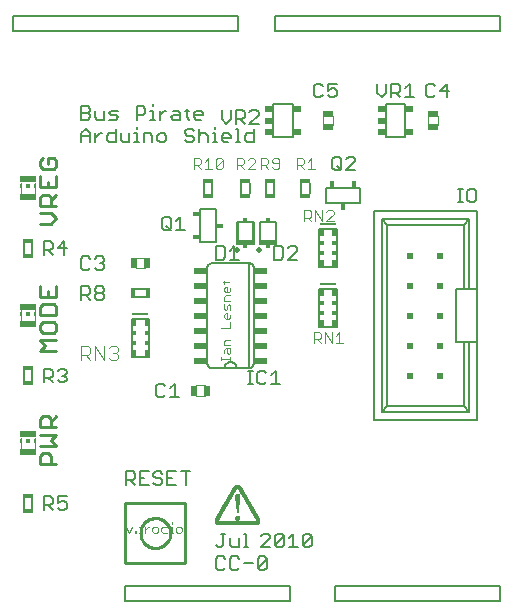
<source format=gto>
G75*
G70*
%OFA0B0*%
%FSLAX24Y24*%
%IPPOS*%
%LPD*%
%AMOC8*
5,1,8,0,0,1.08239X$1,22.5*
%
%ADD10C,0.0110*%
%ADD11C,0.0060*%
%ADD12C,0.0030*%
%ADD13C,0.0050*%
%ADD14R,0.0340X0.0160*%
%ADD15R,0.0160X0.0340*%
%ADD16C,0.0040*%
%ADD17R,0.0059X0.0118*%
%ADD18R,0.0118X0.0118*%
%ADD19R,0.0531X0.0236*%
%ADD20R,0.0450X0.0200*%
%ADD21R,0.0197X0.0374*%
%ADD22R,0.0374X0.0197*%
%ADD23R,0.0006X0.0006*%
%ADD24R,0.0006X0.0006*%
%ADD25R,0.0006X0.0006*%
%ADD26R,0.0006X0.0006*%
%ADD27R,0.0256X0.0197*%
%ADD28C,0.0086*%
%ADD29C,0.0197*%
%ADD30R,0.0531X0.0142*%
%ADD31R,0.0128X0.0138*%
%ADD32R,0.0230X0.0180*%
%ADD33R,0.0180X0.0230*%
%ADD34C,0.0080*%
%ADD35R,0.0118X0.0236*%
%ADD36R,0.0118X0.0157*%
%ADD37R,0.0118X0.0197*%
%ADD38R,0.0551X0.0039*%
%ADD39R,0.0551X0.0079*%
%ADD40R,0.0039X0.0079*%
%ADD41R,0.0200X0.0200*%
D10*
X010677Y004986D02*
X010677Y005262D01*
X010769Y005353D01*
X010952Y005353D01*
X011044Y005262D01*
X011044Y004986D01*
X011227Y004986D02*
X010677Y004986D01*
X010677Y005594D02*
X011227Y005594D01*
X011044Y005778D01*
X011227Y005961D01*
X010677Y005961D01*
X010677Y006202D02*
X010677Y006477D01*
X010769Y006569D01*
X010952Y006569D01*
X011044Y006477D01*
X011044Y006202D01*
X011227Y006202D02*
X010677Y006202D01*
X011044Y006385D02*
X011227Y006569D01*
X011227Y008736D02*
X010677Y008736D01*
X010860Y008920D01*
X010677Y009103D01*
X011227Y009103D01*
X011135Y009344D02*
X010769Y009344D01*
X010677Y009436D01*
X010677Y009619D01*
X010769Y009711D01*
X011135Y009711D01*
X011227Y009619D01*
X011227Y009436D01*
X011135Y009344D01*
X011227Y009952D02*
X010677Y009952D01*
X010677Y010227D01*
X010769Y010319D01*
X011135Y010319D01*
X011227Y010227D01*
X011227Y009952D01*
X011227Y010560D02*
X010677Y010560D01*
X010677Y010927D01*
X010952Y010743D02*
X010952Y010560D01*
X011227Y010560D02*
X011227Y010927D01*
X011044Y012986D02*
X010677Y012986D01*
X011044Y012986D02*
X011227Y013170D01*
X011044Y013353D01*
X010677Y013353D01*
X010677Y013594D02*
X010677Y013869D01*
X010769Y013961D01*
X010952Y013961D01*
X011044Y013869D01*
X011044Y013594D01*
X011227Y013594D02*
X010677Y013594D01*
X011044Y013778D02*
X011227Y013961D01*
X011227Y014202D02*
X010677Y014202D01*
X010677Y014569D01*
X010769Y014810D02*
X011135Y014810D01*
X011227Y014901D01*
X011227Y015085D01*
X011135Y015177D01*
X010952Y015177D01*
X010952Y014993D01*
X010769Y014810D02*
X010677Y014901D01*
X010677Y015085D01*
X010769Y015177D01*
X011227Y014569D02*
X011227Y014202D01*
X010952Y014202D02*
X010952Y014385D01*
D11*
X010142Y003851D02*
X010142Y003511D01*
X010422Y003511D02*
X010422Y003851D01*
X010422Y007761D02*
X010422Y008101D01*
X010142Y008101D02*
X010142Y007761D01*
X013862Y010541D02*
X014202Y010541D01*
X014202Y010822D02*
X013862Y010822D01*
X016262Y011531D02*
X016262Y008331D01*
X016264Y008308D01*
X016269Y008285D01*
X016278Y008263D01*
X016291Y008243D01*
X016306Y008225D01*
X016324Y008210D01*
X016344Y008197D01*
X016366Y008188D01*
X016389Y008183D01*
X016412Y008181D01*
X016832Y008181D01*
X017232Y008181D01*
X017652Y008181D01*
X017662Y008181D02*
X017662Y011681D01*
X017652Y011681D02*
X016412Y011681D01*
X016389Y011679D01*
X016366Y011674D01*
X016344Y011665D01*
X016324Y011652D01*
X016306Y011637D01*
X016291Y011619D01*
X016278Y011599D01*
X016269Y011577D01*
X016264Y011554D01*
X016262Y011531D01*
X017652Y011681D02*
X017675Y011679D01*
X017698Y011674D01*
X017720Y011665D01*
X017740Y011652D01*
X017758Y011637D01*
X017773Y011619D01*
X017786Y011599D01*
X017795Y011577D01*
X017800Y011554D01*
X017802Y011531D01*
X017802Y008331D01*
X017800Y008308D01*
X017795Y008285D01*
X017786Y008263D01*
X017773Y008243D01*
X017758Y008225D01*
X017740Y008210D01*
X017720Y008197D01*
X017698Y008188D01*
X017675Y008183D01*
X017652Y008181D01*
X017232Y008181D02*
X017230Y008208D01*
X017225Y008235D01*
X017215Y008261D01*
X017203Y008285D01*
X017187Y008307D01*
X017169Y008327D01*
X017147Y008344D01*
X017124Y008359D01*
X017099Y008369D01*
X017073Y008377D01*
X017046Y008381D01*
X017018Y008381D01*
X016991Y008377D01*
X016965Y008369D01*
X016940Y008359D01*
X016917Y008344D01*
X016895Y008327D01*
X016877Y008307D01*
X016861Y008285D01*
X016849Y008261D01*
X016839Y008235D01*
X016834Y008208D01*
X016832Y008181D01*
X021800Y006455D02*
X025264Y006455D01*
X025264Y009046D01*
X024812Y009046D01*
X024540Y009046D01*
X024540Y010817D01*
X025264Y010817D01*
X025264Y009046D01*
X024993Y009046D02*
X024993Y006727D01*
X024812Y006908D01*
X024812Y009046D01*
X024812Y010817D02*
X024812Y012955D01*
X024993Y013136D01*
X024993Y010817D01*
X025264Y010817D02*
X025264Y013408D01*
X021800Y013408D01*
X021800Y006455D01*
X022072Y006727D02*
X022253Y006908D01*
X024812Y006908D01*
X024993Y006727D02*
X022072Y006727D01*
X022072Y013136D01*
X022253Y012955D01*
X024812Y012955D01*
X024993Y013136D02*
X022072Y013136D01*
X022253Y012955D02*
X022253Y006908D01*
X016542Y012371D02*
X016022Y012371D01*
X016022Y013491D01*
X016542Y013491D01*
X016542Y012371D01*
X016422Y014011D02*
X016422Y014351D01*
X016142Y014351D02*
X016142Y014011D01*
X017392Y014011D02*
X017392Y014351D01*
X017672Y014351D02*
X017672Y014011D01*
X018205Y014011D02*
X018205Y014351D01*
X018485Y014351D02*
X018485Y014011D01*
X019392Y014011D02*
X019392Y014351D01*
X019672Y014351D02*
X019672Y014011D01*
X020222Y014191D02*
X020222Y013671D01*
X021342Y013671D01*
X021342Y014191D01*
X020222Y014191D01*
X019101Y015872D02*
X018463Y015872D01*
X018463Y015909D01*
X018463Y015872D02*
X018463Y016991D01*
X018463Y016954D01*
X018463Y016991D02*
X019101Y016991D01*
X019101Y016954D01*
X019101Y016991D02*
X019101Y015872D01*
X019101Y015909D01*
X019101Y016226D02*
X019101Y016637D01*
X018463Y016637D02*
X018463Y016600D01*
X018463Y016263D02*
X018463Y016226D01*
X017803Y016152D02*
X017803Y015711D01*
X017583Y015711D01*
X017510Y015785D01*
X017510Y015932D01*
X017583Y016005D01*
X017803Y016005D01*
X017583Y016005D01*
X017510Y015932D01*
X017510Y015785D01*
X017583Y015711D01*
X017803Y015711D01*
X017803Y016152D01*
X017276Y016152D02*
X017276Y015711D01*
X017276Y016152D01*
X017203Y016152D01*
X017276Y016152D01*
X017036Y015932D02*
X017036Y015858D01*
X016742Y015858D01*
X017036Y015858D01*
X017036Y015932D01*
X016963Y016005D01*
X016816Y016005D01*
X016742Y015932D01*
X016742Y015785D01*
X016816Y015711D01*
X016963Y015711D01*
X016816Y015711D01*
X016742Y015785D01*
X016742Y015932D01*
X016816Y016005D01*
X016963Y016005D01*
X017036Y015932D01*
X017203Y015711D02*
X017350Y015711D01*
X017203Y015711D01*
X016582Y015711D02*
X016436Y015711D01*
X016582Y015711D01*
X016509Y015711D02*
X016509Y016005D01*
X016436Y016005D01*
X016509Y016005D01*
X016509Y015711D01*
X016269Y015711D02*
X016269Y015932D01*
X016195Y016005D01*
X016049Y016005D01*
X015975Y015932D01*
X016049Y016005D01*
X016195Y016005D01*
X016269Y015932D01*
X016269Y015711D01*
X015975Y015711D02*
X015975Y016152D01*
X015975Y015711D01*
X015808Y015785D02*
X015735Y015711D01*
X015588Y015711D01*
X015515Y015785D01*
X015588Y015711D01*
X015735Y015711D01*
X015808Y015785D01*
X015808Y015858D01*
X015735Y015932D01*
X015588Y015932D01*
X015515Y016005D01*
X015515Y016078D01*
X015588Y016152D01*
X015735Y016152D01*
X015808Y016078D01*
X015735Y016152D01*
X015588Y016152D01*
X015515Y016078D01*
X015515Y016005D01*
X015588Y015932D01*
X015735Y015932D01*
X015808Y015858D01*
X015808Y015785D01*
X016509Y016152D02*
X016509Y016225D01*
X016509Y016152D01*
X016042Y016461D02*
X015895Y016461D01*
X015822Y016535D01*
X015822Y016682D01*
X015895Y016755D01*
X016042Y016755D01*
X016115Y016682D01*
X016115Y016608D01*
X015822Y016608D01*
X015662Y016461D02*
X015588Y016535D01*
X015588Y016828D01*
X015515Y016755D02*
X015662Y016755D01*
X015348Y016682D02*
X015348Y016461D01*
X015128Y016461D01*
X015054Y016535D01*
X015128Y016608D01*
X015348Y016608D01*
X015348Y016682D02*
X015275Y016755D01*
X015128Y016755D01*
X014891Y016755D02*
X014818Y016755D01*
X014671Y016608D01*
X014671Y016461D02*
X014671Y016755D01*
X014437Y016755D02*
X014437Y016461D01*
X014364Y016461D02*
X014511Y016461D01*
X014197Y016682D02*
X014124Y016608D01*
X013904Y016608D01*
X013904Y016461D02*
X013904Y016902D01*
X014124Y016902D01*
X014197Y016828D01*
X014197Y016682D01*
X014364Y016755D02*
X014437Y016755D01*
X014437Y016902D02*
X014437Y016975D01*
X013276Y016755D02*
X013056Y016755D01*
X012983Y016682D01*
X013056Y016608D01*
X013203Y016608D01*
X013276Y016535D01*
X013203Y016461D01*
X012983Y016461D01*
X012816Y016461D02*
X012816Y016755D01*
X012523Y016755D02*
X012523Y016535D01*
X012596Y016461D01*
X012816Y016461D01*
X012356Y016535D02*
X012282Y016461D01*
X012062Y016461D01*
X012062Y016902D01*
X012282Y016902D01*
X012356Y016828D01*
X012356Y016755D01*
X012282Y016682D01*
X012062Y016682D01*
X012282Y016682D02*
X012356Y016608D01*
X012356Y016535D01*
X012209Y016152D02*
X012356Y016005D01*
X012356Y015711D01*
X012356Y016005D01*
X012209Y016152D01*
X012062Y016005D01*
X012062Y015711D01*
X012062Y016005D01*
X012209Y016152D01*
X012062Y015932D02*
X012356Y015932D01*
X012062Y015932D01*
X012523Y016005D02*
X012523Y015711D01*
X012523Y016005D01*
X012669Y016005D02*
X012743Y016005D01*
X012669Y016005D01*
X012523Y015858D01*
X012669Y016005D01*
X012906Y015932D02*
X012980Y016005D01*
X013200Y016005D01*
X012980Y016005D01*
X012906Y015932D01*
X012906Y015785D01*
X012980Y015711D01*
X013200Y015711D01*
X013200Y016152D01*
X013200Y015711D01*
X012980Y015711D01*
X012906Y015785D01*
X012906Y015932D01*
X013367Y016005D02*
X013367Y015785D01*
X013440Y015711D01*
X013660Y015711D01*
X013660Y016005D01*
X013660Y015711D01*
X013440Y015711D01*
X013367Y015785D01*
X013367Y016005D01*
X013827Y016005D02*
X013900Y016005D01*
X013900Y015711D01*
X013900Y016005D01*
X013827Y016005D01*
X013900Y016152D02*
X013900Y016225D01*
X013900Y016152D01*
X014134Y016005D02*
X014354Y016005D01*
X014427Y015932D01*
X014427Y015711D01*
X014427Y015932D01*
X014354Y016005D01*
X014134Y016005D01*
X014134Y015711D01*
X014134Y016005D01*
X013974Y015711D02*
X013827Y015711D01*
X013974Y015711D01*
X014594Y015785D02*
X014668Y015711D01*
X014814Y015711D01*
X014888Y015785D01*
X014888Y015932D01*
X014814Y016005D01*
X014668Y016005D01*
X014594Y015932D01*
X014594Y015785D01*
X014668Y015711D01*
X014814Y015711D01*
X014888Y015785D01*
X014888Y015932D01*
X014814Y016005D01*
X014668Y016005D01*
X014594Y015932D01*
X014594Y015785D01*
X010422Y012351D02*
X010422Y012011D01*
X010142Y012011D02*
X010142Y012351D01*
X022213Y015872D02*
X022213Y015909D01*
X022213Y015872D02*
X022213Y016991D01*
X022213Y016954D01*
X022213Y016991D02*
X022851Y016991D01*
X022851Y016954D01*
X022851Y016991D02*
X022851Y015872D01*
X022851Y015909D01*
X022851Y015872D02*
X022213Y015872D01*
X022213Y016226D02*
X022213Y016263D01*
X022851Y016226D02*
X022851Y016637D01*
X022213Y016637D02*
X022213Y016600D01*
D12*
X017017Y011097D02*
X016969Y011048D01*
X016775Y011048D01*
X016824Y011000D02*
X016824Y011097D01*
X016872Y010899D02*
X016920Y010899D01*
X016920Y010705D01*
X016872Y010705D02*
X016824Y010754D01*
X016824Y010850D01*
X016872Y010899D01*
X017017Y010850D02*
X017017Y010754D01*
X016969Y010705D01*
X016872Y010705D01*
X016872Y010604D02*
X017017Y010604D01*
X016872Y010604D02*
X016824Y010556D01*
X016824Y010411D01*
X017017Y010411D01*
X016969Y010310D02*
X016920Y010261D01*
X016920Y010164D01*
X016872Y010116D01*
X016824Y010164D01*
X016824Y010310D01*
X016969Y010310D02*
X017017Y010261D01*
X017017Y010116D01*
X016920Y010015D02*
X016920Y009821D01*
X016872Y009821D02*
X016824Y009870D01*
X016824Y009967D01*
X016872Y010015D01*
X016920Y010015D01*
X017017Y009967D02*
X017017Y009870D01*
X016969Y009821D01*
X016872Y009821D01*
X017017Y009720D02*
X017017Y009527D01*
X016727Y009527D01*
X016872Y009131D02*
X017017Y009131D01*
X016872Y009131D02*
X016824Y009083D01*
X016824Y008937D01*
X017017Y008937D01*
X017017Y008836D02*
X017017Y008691D01*
X016969Y008643D01*
X016920Y008691D01*
X016920Y008836D01*
X016872Y008836D02*
X017017Y008836D01*
X016872Y008836D02*
X016824Y008788D01*
X016824Y008691D01*
X016727Y008543D02*
X016727Y008446D01*
X016727Y008495D02*
X017017Y008495D01*
X017017Y008543D02*
X017017Y008446D01*
X015069Y003035D02*
X015069Y002987D01*
X015069Y002890D02*
X015069Y002696D01*
X015117Y002696D02*
X015020Y002696D01*
X014919Y002696D02*
X014774Y002696D01*
X014726Y002745D01*
X014726Y002842D01*
X014774Y002890D01*
X014919Y002890D01*
X015020Y002890D02*
X015069Y002890D01*
X015217Y002842D02*
X015265Y002890D01*
X015362Y002890D01*
X015410Y002842D01*
X015410Y002745D01*
X015362Y002696D01*
X015265Y002696D01*
X015217Y002745D01*
X015217Y002842D01*
X014625Y002842D02*
X014576Y002890D01*
X014479Y002890D01*
X014431Y002842D01*
X014431Y002745D01*
X014479Y002696D01*
X014576Y002696D01*
X014625Y002745D01*
X014625Y002842D01*
X014331Y002890D02*
X014282Y002890D01*
X014186Y002793D01*
X014186Y002696D02*
X014186Y002890D01*
X014086Y002890D02*
X013989Y002890D01*
X014038Y002938D02*
X014038Y002745D01*
X014086Y002696D01*
X013890Y002696D02*
X013842Y002696D01*
X013842Y002745D01*
X013890Y002745D01*
X013890Y002696D01*
X013741Y002890D02*
X013644Y002696D01*
X013547Y002890D01*
D13*
X011568Y003531D02*
X011493Y003456D01*
X011343Y003456D01*
X011268Y003531D01*
X011268Y003682D02*
X011418Y003757D01*
X011493Y003757D01*
X011568Y003682D01*
X011568Y003531D01*
X011268Y003682D02*
X011268Y003907D01*
X011568Y003907D01*
X011107Y003832D02*
X011107Y003682D01*
X011032Y003607D01*
X010807Y003607D01*
X010957Y003607D02*
X011107Y003456D01*
X010807Y003456D02*
X010807Y003907D01*
X011032Y003907D01*
X011107Y003832D01*
X013542Y004285D02*
X013542Y004735D01*
X013767Y004735D01*
X013842Y004660D01*
X013842Y004510D01*
X013767Y004435D01*
X013542Y004435D01*
X013692Y004435D02*
X013842Y004285D01*
X014002Y004285D02*
X014302Y004285D01*
X014462Y004360D02*
X014537Y004285D01*
X014687Y004285D01*
X014763Y004360D01*
X014763Y004435D01*
X014687Y004510D01*
X014537Y004510D01*
X014462Y004585D01*
X014462Y004660D01*
X014537Y004735D01*
X014687Y004735D01*
X014763Y004660D01*
X014923Y004735D02*
X014923Y004285D01*
X015223Y004285D01*
X015073Y004510D02*
X014923Y004510D01*
X014923Y004735D02*
X015223Y004735D01*
X015383Y004735D02*
X015683Y004735D01*
X015533Y004735D02*
X015533Y004285D01*
X014302Y004735D02*
X014002Y004735D01*
X014002Y004285D01*
X014002Y004510D02*
X014152Y004510D01*
X016707Y002657D02*
X016857Y002657D01*
X016782Y002657D02*
X016782Y002281D01*
X016707Y002206D01*
X016632Y002206D01*
X016557Y002281D01*
X017018Y002281D02*
X017093Y002206D01*
X017318Y002206D01*
X017318Y002507D01*
X017478Y002657D02*
X017553Y002657D01*
X017553Y002206D01*
X017478Y002206D02*
X017628Y002206D01*
X018057Y002206D02*
X018357Y002507D01*
X018357Y002582D01*
X018282Y002657D01*
X018132Y002657D01*
X018057Y002582D01*
X018518Y002582D02*
X018518Y002281D01*
X018818Y002582D01*
X018818Y002281D01*
X018743Y002206D01*
X018593Y002206D01*
X018518Y002281D01*
X018357Y002206D02*
X018057Y002206D01*
X018013Y001907D02*
X018163Y001907D01*
X018239Y001832D01*
X017938Y001531D01*
X018013Y001456D01*
X018163Y001456D01*
X018239Y001531D01*
X018239Y001832D01*
X018013Y001907D02*
X017938Y001832D01*
X017938Y001531D01*
X017778Y001682D02*
X017478Y001682D01*
X017318Y001832D02*
X017243Y001907D01*
X017093Y001907D01*
X017018Y001832D01*
X017018Y001531D01*
X017093Y001456D01*
X017243Y001456D01*
X017318Y001531D01*
X016857Y001531D02*
X016782Y001456D01*
X016632Y001456D01*
X016557Y001531D01*
X016557Y001832D01*
X016632Y001907D01*
X016782Y001907D01*
X016857Y001832D01*
X017018Y002281D02*
X017018Y002507D01*
X018518Y002582D02*
X018593Y002657D01*
X018743Y002657D01*
X018818Y002582D01*
X018978Y002507D02*
X019128Y002657D01*
X019128Y002206D01*
X018978Y002206D02*
X019278Y002206D01*
X019438Y002281D02*
X019513Y002206D01*
X019663Y002206D01*
X019739Y002281D01*
X019739Y002582D01*
X019438Y002281D01*
X019438Y002582D01*
X019513Y002657D01*
X019663Y002657D01*
X019739Y002582D01*
X019032Y000931D02*
X013532Y000931D01*
X013532Y000431D01*
X019032Y000431D01*
X019032Y000931D01*
X020532Y000931D02*
X020532Y000431D01*
X026032Y000431D01*
X026032Y000931D01*
X020532Y000931D01*
X015318Y007206D02*
X015018Y007206D01*
X015168Y007206D02*
X015168Y007657D01*
X015018Y007507D01*
X014857Y007582D02*
X014782Y007657D01*
X014632Y007657D01*
X014557Y007582D01*
X014557Y007281D01*
X014632Y007206D01*
X014782Y007206D01*
X014857Y007281D01*
X017620Y007644D02*
X017770Y007644D01*
X017695Y007644D02*
X017695Y008094D01*
X017620Y008094D02*
X017770Y008094D01*
X017927Y008019D02*
X017927Y007719D01*
X018002Y007644D01*
X018152Y007644D01*
X018227Y007719D01*
X018387Y007644D02*
X018687Y007644D01*
X018537Y007644D02*
X018537Y008094D01*
X018387Y007944D01*
X018227Y008019D02*
X018152Y008094D01*
X018002Y008094D01*
X017927Y008019D01*
X012818Y010531D02*
X012743Y010456D01*
X012593Y010456D01*
X012518Y010531D01*
X012518Y010607D01*
X012593Y010682D01*
X012743Y010682D01*
X012818Y010607D01*
X012818Y010531D01*
X012743Y010682D02*
X012818Y010757D01*
X012818Y010832D01*
X012743Y010907D01*
X012593Y010907D01*
X012518Y010832D01*
X012518Y010757D01*
X012593Y010682D01*
X012357Y010682D02*
X012357Y010832D01*
X012282Y010907D01*
X012057Y010907D01*
X012057Y010456D01*
X012057Y010607D02*
X012282Y010607D01*
X012357Y010682D01*
X012207Y010607D02*
X012357Y010456D01*
X012282Y011456D02*
X012357Y011531D01*
X012282Y011456D02*
X012132Y011456D01*
X012057Y011531D01*
X012057Y011832D01*
X012132Y011907D01*
X012282Y011907D01*
X012357Y011832D01*
X012518Y011832D02*
X012593Y011907D01*
X012743Y011907D01*
X012818Y011832D01*
X012818Y011757D01*
X012743Y011682D01*
X012818Y011607D01*
X012818Y011531D01*
X012743Y011456D01*
X012593Y011456D01*
X012518Y011531D01*
X012668Y011682D02*
X012743Y011682D01*
X011568Y012182D02*
X011268Y012182D01*
X011493Y012407D01*
X011493Y011956D01*
X011107Y011956D02*
X010957Y012107D01*
X011032Y012107D02*
X010807Y012107D01*
X010807Y011956D02*
X010807Y012407D01*
X011032Y012407D01*
X011107Y012332D01*
X011107Y012182D01*
X011032Y012107D01*
X014745Y012844D02*
X014820Y012769D01*
X014970Y012769D01*
X015045Y012844D01*
X015045Y013144D01*
X014970Y013219D01*
X014820Y013219D01*
X014745Y013144D01*
X014745Y012844D01*
X014895Y012919D02*
X015045Y012769D01*
X015205Y012769D02*
X015505Y012769D01*
X015355Y012769D02*
X015355Y013219D01*
X015205Y013069D01*
X016553Y012245D02*
X016778Y012245D01*
X016853Y012170D01*
X016853Y011870D01*
X016778Y011795D01*
X016553Y011795D01*
X016553Y012245D01*
X017013Y012095D02*
X017163Y012245D01*
X017163Y011795D01*
X017013Y011795D02*
X017313Y011795D01*
X017309Y012327D02*
X017257Y012327D01*
X017257Y013036D01*
X017309Y013036D01*
X017266Y013036D02*
X017798Y013036D01*
X017798Y012327D01*
X017266Y012327D01*
X017266Y013036D01*
X017756Y013036D02*
X017808Y013036D01*
X017808Y012327D01*
X017756Y012327D01*
X018007Y012327D02*
X018059Y012327D01*
X018016Y012327D02*
X018016Y013036D01*
X018548Y013036D01*
X018548Y012327D01*
X018016Y012327D01*
X018007Y012327D02*
X018007Y013036D01*
X018059Y013036D01*
X018506Y013036D02*
X018558Y013036D01*
X018558Y012327D01*
X018506Y012327D01*
X018490Y012245D02*
X018716Y012245D01*
X018791Y012170D01*
X018791Y011870D01*
X018716Y011795D01*
X018490Y011795D01*
X018490Y012245D01*
X018951Y012170D02*
X019026Y012245D01*
X019176Y012245D01*
X019251Y012170D01*
X019251Y012095D01*
X018951Y011795D01*
X019251Y011795D01*
X024620Y013706D02*
X024770Y013706D01*
X024695Y013706D02*
X024695Y014157D01*
X024620Y014157D02*
X024770Y014157D01*
X024927Y014082D02*
X024927Y013781D01*
X025002Y013706D01*
X025152Y013706D01*
X025227Y013781D01*
X025227Y014082D01*
X025152Y014157D01*
X025002Y014157D01*
X024927Y014082D01*
X021193Y014769D02*
X020893Y014769D01*
X021193Y015069D01*
X021193Y015144D01*
X021118Y015219D01*
X020968Y015219D01*
X020893Y015144D01*
X020732Y015144D02*
X020732Y014844D01*
X020657Y014769D01*
X020507Y014769D01*
X020432Y014844D01*
X020432Y015144D01*
X020507Y015219D01*
X020657Y015219D01*
X020732Y015144D01*
X020582Y014919D02*
X020732Y014769D01*
X017966Y016331D02*
X017665Y016331D01*
X017966Y016632D01*
X017966Y016707D01*
X017891Y016782D01*
X017740Y016782D01*
X017665Y016707D01*
X017505Y016707D02*
X017505Y016557D01*
X017430Y016482D01*
X017205Y016482D01*
X017355Y016482D02*
X017505Y016331D01*
X017205Y016331D02*
X017205Y016782D01*
X017430Y016782D01*
X017505Y016707D01*
X017045Y016782D02*
X017045Y016482D01*
X016895Y016331D01*
X016745Y016482D01*
X016745Y016782D01*
X019807Y017281D02*
X019882Y017206D01*
X020032Y017206D01*
X020107Y017281D01*
X020268Y017281D02*
X020343Y017206D01*
X020493Y017206D01*
X020568Y017281D01*
X020568Y017432D01*
X020493Y017507D01*
X020418Y017507D01*
X020268Y017432D01*
X020268Y017657D01*
X020568Y017657D01*
X020107Y017582D02*
X020032Y017657D01*
X019882Y017657D01*
X019807Y017582D01*
X019807Y017281D01*
X021932Y017357D02*
X022082Y017206D01*
X022232Y017357D01*
X022232Y017657D01*
X022393Y017657D02*
X022618Y017657D01*
X022693Y017582D01*
X022693Y017432D01*
X022618Y017357D01*
X022393Y017357D01*
X022543Y017357D02*
X022693Y017206D01*
X022853Y017206D02*
X023153Y017206D01*
X023003Y017206D02*
X023003Y017657D01*
X022853Y017507D01*
X022393Y017657D02*
X022393Y017206D01*
X021932Y017357D02*
X021932Y017657D01*
X023557Y017582D02*
X023557Y017281D01*
X023632Y017206D01*
X023782Y017206D01*
X023857Y017281D01*
X024018Y017432D02*
X024318Y017432D01*
X024243Y017657D02*
X024243Y017206D01*
X024018Y017432D02*
X024243Y017657D01*
X023857Y017582D02*
X023782Y017657D01*
X023632Y017657D01*
X023557Y017582D01*
X026032Y019431D02*
X018532Y019431D01*
X018532Y019931D01*
X026032Y019931D01*
X026032Y019431D01*
X017282Y019431D02*
X009782Y019431D01*
X009782Y019931D01*
X017282Y019931D01*
X017282Y019431D01*
X011493Y008157D02*
X011568Y008082D01*
X011568Y008007D01*
X011493Y007932D01*
X011568Y007857D01*
X011568Y007781D01*
X011493Y007706D01*
X011343Y007706D01*
X011268Y007781D01*
X011107Y007706D02*
X010957Y007857D01*
X011032Y007857D02*
X010807Y007857D01*
X010807Y007706D02*
X010807Y008157D01*
X011032Y008157D01*
X011107Y008082D01*
X011107Y007932D01*
X011032Y007857D01*
X011268Y008082D02*
X011343Y008157D01*
X011493Y008157D01*
X011493Y007932D02*
X011418Y007932D01*
D14*
X010282Y008181D03*
X010282Y007681D03*
X010282Y003931D03*
X010282Y003431D03*
X010282Y011931D03*
X010282Y012431D03*
X016282Y013931D03*
X016282Y014431D03*
X017532Y014431D03*
X018345Y014431D03*
X018345Y013931D03*
X017532Y013931D03*
X019532Y013931D03*
X019532Y014431D03*
D15*
X014282Y010681D03*
X013782Y010681D03*
D16*
X013892Y011511D02*
X014172Y011511D01*
X014172Y011846D02*
X013892Y011846D01*
X010528Y010109D02*
X010528Y009744D01*
X010036Y009754D02*
X010036Y010109D01*
X012052Y008912D02*
X012282Y008912D01*
X012359Y008835D01*
X012359Y008682D01*
X012282Y008605D01*
X012052Y008605D01*
X012052Y008451D02*
X012052Y008912D01*
X012206Y008605D02*
X012359Y008451D01*
X012513Y008451D02*
X012513Y008912D01*
X012819Y008451D01*
X012819Y008912D01*
X012973Y008835D02*
X013050Y008912D01*
X013203Y008912D01*
X013280Y008835D01*
X013280Y008758D01*
X013203Y008682D01*
X013280Y008605D01*
X013280Y008528D01*
X013203Y008451D01*
X013050Y008451D01*
X012973Y008528D01*
X013126Y008682D02*
X013203Y008682D01*
X015892Y007601D02*
X016172Y007601D01*
X016172Y007266D02*
X015892Y007266D01*
X019802Y009014D02*
X019802Y009374D01*
X019982Y009374D01*
X020042Y009314D01*
X020042Y009194D01*
X019982Y009134D01*
X019802Y009134D01*
X019922Y009134D02*
X020042Y009014D01*
X020171Y009014D02*
X020171Y009374D01*
X020411Y009014D01*
X020411Y009374D01*
X020539Y009254D02*
X020659Y009374D01*
X020659Y009014D01*
X020539Y009014D02*
X020779Y009014D01*
X020466Y013076D02*
X020226Y013076D01*
X020466Y013317D01*
X020466Y013377D01*
X020406Y013437D01*
X020286Y013437D01*
X020226Y013377D01*
X020098Y013437D02*
X020098Y013076D01*
X019858Y013437D01*
X019858Y013076D01*
X019730Y013076D02*
X019610Y013196D01*
X019670Y013196D02*
X019490Y013196D01*
X019490Y013076D02*
X019490Y013437D01*
X019670Y013437D01*
X019730Y013377D01*
X019730Y013257D01*
X019670Y013196D01*
X019728Y014826D02*
X019728Y015187D01*
X019608Y015067D01*
X019480Y015127D02*
X019480Y015007D01*
X019420Y014946D01*
X019240Y014946D01*
X019240Y014826D02*
X019240Y015187D01*
X019420Y015187D01*
X019480Y015127D01*
X019360Y014946D02*
X019480Y014826D01*
X019608Y014826D02*
X019848Y014826D01*
X018661Y014886D02*
X018601Y014826D01*
X018481Y014826D01*
X018421Y014886D01*
X018481Y015007D02*
X018661Y015007D01*
X018661Y015127D02*
X018661Y014886D01*
X018481Y015007D02*
X018421Y015067D01*
X018421Y015127D01*
X018481Y015187D01*
X018601Y015187D01*
X018661Y015127D01*
X018292Y015127D02*
X018292Y015007D01*
X018232Y014946D01*
X018052Y014946D01*
X018052Y014826D02*
X018052Y015187D01*
X018232Y015187D01*
X018292Y015127D01*
X018172Y014946D02*
X018292Y014826D01*
X017848Y014826D02*
X017608Y014826D01*
X017848Y015067D01*
X017848Y015127D01*
X017788Y015187D01*
X017668Y015187D01*
X017608Y015127D01*
X017480Y015127D02*
X017480Y015007D01*
X017420Y014946D01*
X017240Y014946D01*
X017240Y014826D02*
X017240Y015187D01*
X017420Y015187D01*
X017480Y015127D01*
X017360Y014946D02*
X017480Y014826D01*
X016779Y014886D02*
X016719Y014826D01*
X016599Y014826D01*
X016539Y014886D01*
X016779Y015127D01*
X016779Y014886D01*
X016539Y014886D02*
X016539Y015127D01*
X016599Y015187D01*
X016719Y015187D01*
X016779Y015127D01*
X016291Y015187D02*
X016291Y014826D01*
X016171Y014826D02*
X016411Y014826D01*
X016171Y015067D02*
X016291Y015187D01*
X016042Y015127D02*
X016042Y015007D01*
X015982Y014946D01*
X015802Y014946D01*
X015802Y014826D02*
X015802Y015187D01*
X015982Y015187D01*
X016042Y015127D01*
X015922Y014946D02*
X016042Y014826D01*
X020117Y016291D02*
X020117Y016572D01*
X020452Y016572D02*
X020452Y016291D01*
X023617Y016291D02*
X023617Y016572D01*
X023952Y016572D02*
X023952Y016291D01*
X010528Y014359D02*
X010528Y013994D01*
X010036Y014004D02*
X010036Y014359D01*
X010036Y005859D02*
X010036Y005504D01*
X010528Y005494D02*
X010528Y005859D01*
D17*
X010518Y005740D03*
X010046Y005740D03*
X010046Y009990D03*
X010518Y009990D03*
X010518Y014240D03*
X010046Y014240D03*
D18*
X010282Y014240D03*
X010282Y009990D03*
X010282Y005740D03*
D19*
X010282Y005977D03*
X010282Y005386D03*
X010282Y009636D03*
X010282Y010227D03*
X010282Y013886D03*
X010282Y014477D03*
D20*
X016037Y011431D03*
X016037Y010931D03*
X016037Y010431D03*
X016037Y009931D03*
X016037Y009431D03*
X016037Y008931D03*
X016037Y008431D03*
X018027Y008431D03*
X018027Y008931D03*
X018017Y009431D03*
X018027Y009931D03*
X018027Y010431D03*
X018027Y010931D03*
X018027Y011431D03*
D21*
X014264Y011679D03*
X013804Y011679D03*
X015801Y007433D03*
X016261Y007433D03*
D22*
X020284Y016203D03*
X020284Y016663D03*
X023784Y016663D03*
X023784Y016203D03*
D23*
X017333Y004248D03*
X017333Y004236D03*
X017333Y004224D03*
X017333Y004218D03*
X017333Y004206D03*
X017333Y004194D03*
X017333Y004188D03*
X017333Y004176D03*
X017333Y004164D03*
X017333Y004158D03*
X017333Y004146D03*
X017333Y004134D03*
X017333Y004128D03*
X017333Y004116D03*
X017351Y004116D03*
X017351Y004104D03*
X017351Y004098D03*
X017351Y004086D03*
X017363Y004086D03*
X017363Y004074D03*
X017363Y004068D03*
X017381Y004068D03*
X017381Y004074D03*
X017393Y004074D03*
X017393Y004068D03*
X017393Y004056D03*
X017393Y004044D03*
X017393Y004038D03*
X017393Y004026D03*
X017393Y004014D03*
X017393Y004008D03*
X017411Y004008D03*
X017411Y004014D03*
X017423Y004014D03*
X017423Y004008D03*
X017423Y003996D03*
X017423Y003984D03*
X017423Y003978D03*
X017423Y003966D03*
X017423Y003954D03*
X017441Y003954D03*
X017441Y003948D03*
X017441Y003936D03*
X017441Y003924D03*
X017453Y003924D03*
X017453Y003918D03*
X017453Y003906D03*
X017471Y003906D03*
X017471Y003894D03*
X017471Y003888D03*
X017471Y003876D03*
X017483Y003876D03*
X017483Y003864D03*
X017483Y003858D03*
X017501Y003858D03*
X017501Y003864D03*
X017513Y003864D03*
X017513Y003858D03*
X017513Y003846D03*
X017513Y003834D03*
X017513Y003828D03*
X017513Y003816D03*
X017513Y003804D03*
X017531Y003804D03*
X017531Y003798D03*
X017531Y003786D03*
X017531Y003774D03*
X017531Y003768D03*
X017543Y003768D03*
X017543Y003774D03*
X017543Y003786D03*
X017543Y003798D03*
X017543Y003804D03*
X017543Y003816D03*
X017531Y003816D03*
X017531Y003828D03*
X017531Y003834D03*
X017543Y003834D03*
X017543Y003828D03*
X017561Y003828D03*
X017561Y003834D03*
X017573Y003834D03*
X017573Y003828D03*
X017573Y003816D03*
X017573Y003804D03*
X017573Y003798D03*
X017573Y003786D03*
X017573Y003774D03*
X017573Y003768D03*
X017573Y003756D03*
X017573Y003744D03*
X017573Y003738D03*
X017573Y003726D03*
X017573Y003714D03*
X017573Y003708D03*
X017573Y003696D03*
X017591Y003696D03*
X017591Y003684D03*
X017591Y003678D03*
X017591Y003666D03*
X017603Y003666D03*
X017603Y003654D03*
X017603Y003648D03*
X017621Y003648D03*
X017621Y003654D03*
X017633Y003654D03*
X017633Y003648D03*
X017633Y003636D03*
X017633Y003624D03*
X017633Y003618D03*
X017633Y003606D03*
X017633Y003594D03*
X017633Y003588D03*
X017651Y003588D03*
X017651Y003594D03*
X017663Y003594D03*
X017663Y003588D03*
X017663Y003576D03*
X017663Y003564D03*
X017663Y003558D03*
X017663Y003546D03*
X017651Y003558D03*
X017651Y003564D03*
X017651Y003576D03*
X017681Y003576D03*
X017681Y003564D03*
X017681Y003558D03*
X017681Y003546D03*
X017681Y003534D03*
X017681Y003528D03*
X017681Y003516D03*
X017693Y003516D03*
X017693Y003504D03*
X017693Y003498D03*
X017693Y003486D03*
X017711Y003486D03*
X017711Y003474D03*
X017711Y003468D03*
X017711Y003456D03*
X017723Y003456D03*
X017723Y003444D03*
X017723Y003438D03*
X017741Y003438D03*
X017741Y003444D03*
X017753Y003444D03*
X017753Y003438D03*
X017753Y003426D03*
X017753Y003414D03*
X017753Y003408D03*
X017753Y003396D03*
X017741Y003408D03*
X017741Y003414D03*
X017741Y003426D03*
X017771Y003426D03*
X017771Y003414D03*
X017771Y003408D03*
X017771Y003396D03*
X017771Y003384D03*
X017771Y003378D03*
X017771Y003366D03*
X017783Y003366D03*
X017783Y003354D03*
X017783Y003348D03*
X017783Y003336D03*
X017801Y003336D03*
X017801Y003324D03*
X017801Y003318D03*
X017801Y003306D03*
X017813Y003306D03*
X017813Y003294D03*
X017813Y003288D03*
X017831Y003288D03*
X017831Y003294D03*
X017843Y003294D03*
X017843Y003288D03*
X017843Y003276D03*
X017843Y003264D03*
X017843Y003258D03*
X017843Y003246D03*
X017843Y003234D03*
X017843Y003228D03*
X017861Y003228D03*
X017861Y003234D03*
X017873Y003234D03*
X017873Y003228D03*
X017873Y003216D03*
X017873Y003204D03*
X017873Y003198D03*
X017873Y003186D03*
X017861Y003198D03*
X017861Y003204D03*
X017861Y003216D03*
X017891Y003216D03*
X017891Y003204D03*
X017891Y003198D03*
X017891Y003186D03*
X017891Y003174D03*
X017891Y003168D03*
X017891Y003156D03*
X017891Y003144D03*
X017903Y003144D03*
X017903Y003138D03*
X017903Y003126D03*
X017921Y003126D03*
X017921Y003114D03*
X017921Y003108D03*
X017921Y003096D03*
X017933Y003096D03*
X017933Y003084D03*
X017933Y003078D03*
X017933Y003066D03*
X017933Y003054D03*
X017933Y003048D03*
X017933Y003036D03*
X017933Y003024D03*
X017933Y003018D03*
X017933Y003006D03*
X017933Y002994D03*
X017933Y002988D03*
X017933Y002976D03*
X017933Y002964D03*
X017933Y002958D03*
X017933Y002946D03*
X017921Y002946D03*
X017921Y002958D03*
X017921Y002964D03*
X017921Y002976D03*
X017921Y002988D03*
X017921Y002994D03*
X017921Y003006D03*
X017921Y003018D03*
X017921Y003024D03*
X017921Y003036D03*
X017921Y003048D03*
X017921Y003054D03*
X017903Y003036D03*
X017903Y003024D03*
X017903Y003018D03*
X017903Y003006D03*
X017903Y002994D03*
X017903Y002988D03*
X017903Y002976D03*
X017903Y002964D03*
X017903Y002958D03*
X017903Y002946D03*
X017891Y002946D03*
X017891Y002958D03*
X017891Y002964D03*
X017891Y002976D03*
X017891Y002988D03*
X017891Y002994D03*
X017891Y003006D03*
X017891Y003018D03*
X017891Y003024D03*
X017891Y003036D03*
X017873Y003036D03*
X017873Y003024D03*
X017873Y003018D03*
X017873Y003006D03*
X017873Y002994D03*
X017873Y002988D03*
X017873Y002976D03*
X017873Y002964D03*
X017873Y002958D03*
X017873Y002946D03*
X017861Y002946D03*
X017861Y002958D03*
X017861Y002964D03*
X017861Y002976D03*
X017861Y002988D03*
X017861Y002994D03*
X017861Y003006D03*
X017861Y003018D03*
X017861Y003024D03*
X017861Y003036D03*
X017843Y003036D03*
X017843Y003024D03*
X017843Y003018D03*
X017843Y003006D03*
X017843Y002994D03*
X017843Y002988D03*
X017843Y002976D03*
X017843Y002964D03*
X017843Y002958D03*
X017843Y002946D03*
X017843Y002934D03*
X017831Y002934D03*
X017831Y002946D03*
X017831Y002958D03*
X017831Y002964D03*
X017831Y002976D03*
X017831Y002988D03*
X017831Y002994D03*
X017831Y003006D03*
X017831Y003018D03*
X017831Y003024D03*
X017831Y003036D03*
X017813Y003036D03*
X017813Y003024D03*
X017813Y003018D03*
X017813Y003006D03*
X017813Y002994D03*
X017813Y002988D03*
X017813Y002976D03*
X017813Y002964D03*
X017813Y002958D03*
X017813Y002946D03*
X017801Y002946D03*
X017801Y002958D03*
X017801Y002964D03*
X017801Y002976D03*
X017801Y002988D03*
X017801Y002994D03*
X017801Y003006D03*
X017801Y003018D03*
X017801Y003024D03*
X017801Y003036D03*
X017783Y003036D03*
X017783Y003024D03*
X017783Y003018D03*
X017783Y003006D03*
X017783Y002994D03*
X017783Y002988D03*
X017783Y002976D03*
X017783Y002964D03*
X017783Y002958D03*
X017783Y002946D03*
X017783Y002934D03*
X017771Y002934D03*
X017771Y002946D03*
X017771Y002958D03*
X017771Y002964D03*
X017771Y002976D03*
X017771Y002988D03*
X017771Y002994D03*
X017771Y003006D03*
X017771Y003018D03*
X017771Y003024D03*
X017771Y003036D03*
X017753Y003036D03*
X017753Y003024D03*
X017753Y003018D03*
X017753Y003006D03*
X017753Y002994D03*
X017753Y002988D03*
X017753Y002976D03*
X017753Y002964D03*
X017753Y002958D03*
X017753Y002946D03*
X017741Y002946D03*
X017741Y002958D03*
X017741Y002964D03*
X017741Y002976D03*
X017741Y002988D03*
X017741Y002994D03*
X017741Y003006D03*
X017741Y003018D03*
X017741Y003024D03*
X017741Y003036D03*
X017723Y003036D03*
X017723Y003024D03*
X017723Y003018D03*
X017723Y003006D03*
X017723Y002994D03*
X017723Y002988D03*
X017723Y002976D03*
X017723Y002964D03*
X017723Y002958D03*
X017723Y002946D03*
X017723Y002934D03*
X017711Y002934D03*
X017711Y002946D03*
X017711Y002958D03*
X017711Y002964D03*
X017711Y002976D03*
X017711Y002988D03*
X017711Y002994D03*
X017711Y003006D03*
X017711Y003018D03*
X017711Y003024D03*
X017711Y003036D03*
X017693Y003036D03*
X017693Y003024D03*
X017693Y003018D03*
X017693Y003006D03*
X017693Y002994D03*
X017693Y002988D03*
X017693Y002976D03*
X017693Y002964D03*
X017693Y002958D03*
X017693Y002946D03*
X017681Y002946D03*
X017681Y002958D03*
X017681Y002964D03*
X017681Y002976D03*
X017681Y002988D03*
X017681Y002994D03*
X017681Y003006D03*
X017681Y003018D03*
X017681Y003024D03*
X017681Y003036D03*
X017663Y003036D03*
X017663Y003024D03*
X017663Y003018D03*
X017663Y003006D03*
X017663Y002994D03*
X017663Y002988D03*
X017663Y002976D03*
X017663Y002964D03*
X017663Y002958D03*
X017663Y002946D03*
X017663Y002934D03*
X017651Y002934D03*
X017651Y002946D03*
X017651Y002958D03*
X017651Y002964D03*
X017651Y002976D03*
X017651Y002988D03*
X017651Y002994D03*
X017651Y003006D03*
X017651Y003018D03*
X017651Y003024D03*
X017651Y003036D03*
X017633Y003036D03*
X017633Y003024D03*
X017633Y003018D03*
X017633Y003006D03*
X017633Y002994D03*
X017633Y002988D03*
X017633Y002976D03*
X017633Y002964D03*
X017633Y002958D03*
X017633Y002946D03*
X017621Y002946D03*
X017621Y002958D03*
X017621Y002964D03*
X017621Y002976D03*
X017621Y002988D03*
X017621Y002994D03*
X017621Y003006D03*
X017621Y003018D03*
X017621Y003024D03*
X017621Y003036D03*
X017603Y003036D03*
X017603Y003024D03*
X017603Y003018D03*
X017603Y003006D03*
X017603Y002994D03*
X017603Y002988D03*
X017603Y002976D03*
X017603Y002964D03*
X017603Y002958D03*
X017603Y002946D03*
X017603Y002934D03*
X017591Y002934D03*
X017591Y002946D03*
X017591Y002958D03*
X017591Y002964D03*
X017591Y002976D03*
X017591Y002988D03*
X017591Y002994D03*
X017591Y003006D03*
X017591Y003018D03*
X017591Y003024D03*
X017591Y003036D03*
X017573Y003036D03*
X017573Y003024D03*
X017573Y003018D03*
X017573Y003006D03*
X017573Y002994D03*
X017573Y002988D03*
X017573Y002976D03*
X017573Y002964D03*
X017573Y002958D03*
X017573Y002946D03*
X017561Y002946D03*
X017561Y002958D03*
X017561Y002964D03*
X017561Y002976D03*
X017561Y002988D03*
X017561Y002994D03*
X017561Y003006D03*
X017561Y003018D03*
X017561Y003024D03*
X017561Y003036D03*
X017543Y003036D03*
X017543Y003024D03*
X017543Y003018D03*
X017543Y003006D03*
X017543Y002994D03*
X017543Y002988D03*
X017543Y002976D03*
X017543Y002964D03*
X017543Y002958D03*
X017543Y002946D03*
X017543Y002934D03*
X017531Y002934D03*
X017531Y002946D03*
X017531Y002958D03*
X017531Y002964D03*
X017531Y002976D03*
X017531Y002988D03*
X017531Y002994D03*
X017531Y003006D03*
X017531Y003018D03*
X017531Y003024D03*
X017531Y003036D03*
X017513Y003036D03*
X017513Y003024D03*
X017513Y003018D03*
X017513Y003006D03*
X017513Y002994D03*
X017513Y002988D03*
X017513Y002976D03*
X017513Y002964D03*
X017513Y002958D03*
X017513Y002946D03*
X017501Y002946D03*
X017501Y002958D03*
X017501Y002964D03*
X017501Y002976D03*
X017501Y002988D03*
X017501Y002994D03*
X017501Y003006D03*
X017501Y003018D03*
X017501Y003024D03*
X017501Y003036D03*
X017483Y003036D03*
X017483Y003024D03*
X017483Y003018D03*
X017483Y003006D03*
X017483Y002994D03*
X017483Y002988D03*
X017483Y002976D03*
X017483Y002964D03*
X017483Y002958D03*
X017483Y002946D03*
X017483Y002934D03*
X017471Y002934D03*
X017471Y002946D03*
X017471Y002958D03*
X017471Y002964D03*
X017471Y002976D03*
X017471Y002988D03*
X017471Y002994D03*
X017471Y003006D03*
X017471Y003018D03*
X017471Y003024D03*
X017471Y003036D03*
X017453Y003036D03*
X017453Y003024D03*
X017453Y003018D03*
X017453Y003006D03*
X017453Y002994D03*
X017453Y002988D03*
X017453Y002976D03*
X017453Y002964D03*
X017453Y002958D03*
X017453Y002946D03*
X017441Y002946D03*
X017441Y002958D03*
X017441Y002964D03*
X017441Y002976D03*
X017441Y002988D03*
X017441Y002994D03*
X017441Y003006D03*
X017441Y003018D03*
X017441Y003024D03*
X017441Y003036D03*
X017423Y003036D03*
X017423Y003024D03*
X017423Y003018D03*
X017423Y003006D03*
X017423Y002994D03*
X017423Y002988D03*
X017423Y002976D03*
X017423Y002964D03*
X017423Y002958D03*
X017423Y002946D03*
X017423Y002934D03*
X017411Y002934D03*
X017411Y002946D03*
X017411Y002958D03*
X017411Y002964D03*
X017411Y002976D03*
X017411Y002988D03*
X017411Y002994D03*
X017411Y003006D03*
X017411Y003018D03*
X017411Y003024D03*
X017411Y003036D03*
X017393Y003036D03*
X017393Y003024D03*
X017393Y003018D03*
X017393Y003006D03*
X017393Y002994D03*
X017393Y002988D03*
X017393Y002976D03*
X017393Y002964D03*
X017393Y002958D03*
X017393Y002946D03*
X017381Y002946D03*
X017381Y002958D03*
X017381Y002964D03*
X017381Y002976D03*
X017381Y002988D03*
X017381Y002994D03*
X017381Y003006D03*
X017381Y003018D03*
X017381Y003024D03*
X017381Y003036D03*
X017363Y003036D03*
X017363Y003024D03*
X017363Y003018D03*
X017363Y003006D03*
X017363Y002994D03*
X017363Y002988D03*
X017363Y002976D03*
X017363Y002964D03*
X017363Y002958D03*
X017363Y002946D03*
X017363Y002934D03*
X017351Y002934D03*
X017351Y002946D03*
X017351Y002958D03*
X017351Y002964D03*
X017351Y002976D03*
X017351Y002988D03*
X017351Y002994D03*
X017351Y003006D03*
X017351Y003018D03*
X017351Y003024D03*
X017351Y003036D03*
X017333Y003036D03*
X017333Y003024D03*
X017333Y003018D03*
X017333Y003006D03*
X017333Y002994D03*
X017333Y002988D03*
X017333Y002976D03*
X017333Y002964D03*
X017333Y002958D03*
X017333Y002946D03*
X017321Y002946D03*
X017321Y002958D03*
X017321Y002964D03*
X017321Y002976D03*
X017321Y002988D03*
X017321Y002994D03*
X017321Y003006D03*
X017321Y003018D03*
X017321Y003024D03*
X017321Y003036D03*
X017303Y003036D03*
X017303Y003024D03*
X017303Y003018D03*
X017303Y003006D03*
X017303Y002994D03*
X017303Y002988D03*
X017303Y002976D03*
X017303Y002964D03*
X017303Y002958D03*
X017303Y002946D03*
X017303Y002934D03*
X017291Y002934D03*
X017291Y002946D03*
X017291Y002958D03*
X017291Y002964D03*
X017291Y002976D03*
X017291Y002988D03*
X017291Y002994D03*
X017291Y003006D03*
X017291Y003018D03*
X017291Y003024D03*
X017291Y003036D03*
X017273Y003036D03*
X017273Y003024D03*
X017273Y003018D03*
X017273Y003006D03*
X017273Y002994D03*
X017273Y002988D03*
X017273Y002976D03*
X017273Y002964D03*
X017273Y002958D03*
X017273Y002946D03*
X017261Y002946D03*
X017261Y002958D03*
X017261Y002964D03*
X017261Y002976D03*
X017261Y002988D03*
X017261Y002994D03*
X017261Y003006D03*
X017261Y003018D03*
X017261Y003024D03*
X017261Y003036D03*
X017243Y003036D03*
X017243Y003024D03*
X017243Y003018D03*
X017243Y003006D03*
X017243Y002994D03*
X017243Y002988D03*
X017243Y002976D03*
X017243Y002964D03*
X017243Y002958D03*
X017243Y002946D03*
X017243Y002934D03*
X017231Y002934D03*
X017231Y002946D03*
X017231Y002958D03*
X017231Y002964D03*
X017231Y002976D03*
X017231Y002988D03*
X017231Y002994D03*
X017231Y003006D03*
X017231Y003018D03*
X017231Y003024D03*
X017231Y003036D03*
X017213Y003036D03*
X017213Y003024D03*
X017213Y003018D03*
X017213Y003006D03*
X017213Y002994D03*
X017213Y002988D03*
X017213Y002976D03*
X017213Y002964D03*
X017213Y002958D03*
X017213Y002946D03*
X017201Y002946D03*
X017201Y002958D03*
X017201Y002964D03*
X017201Y002976D03*
X017201Y002988D03*
X017201Y002994D03*
X017201Y003006D03*
X017201Y003018D03*
X017201Y003024D03*
X017201Y003036D03*
X017183Y003036D03*
X017183Y003024D03*
X017183Y003018D03*
X017183Y003006D03*
X017183Y002994D03*
X017183Y002988D03*
X017183Y002976D03*
X017183Y002964D03*
X017183Y002958D03*
X017183Y002946D03*
X017183Y002934D03*
X017171Y002934D03*
X017171Y002946D03*
X017171Y002958D03*
X017171Y002964D03*
X017171Y002976D03*
X017171Y002988D03*
X017171Y002994D03*
X017171Y003006D03*
X017171Y003018D03*
X017171Y003024D03*
X017171Y003036D03*
X017153Y003036D03*
X017153Y003024D03*
X017153Y003018D03*
X017153Y003006D03*
X017153Y002994D03*
X017153Y002988D03*
X017153Y002976D03*
X017153Y002964D03*
X017153Y002958D03*
X017153Y002946D03*
X017141Y002946D03*
X017141Y002958D03*
X017141Y002964D03*
X017141Y002976D03*
X017141Y002988D03*
X017141Y002994D03*
X017141Y003006D03*
X017141Y003018D03*
X017141Y003024D03*
X017141Y003036D03*
X017123Y003036D03*
X017123Y003024D03*
X017123Y003018D03*
X017123Y003006D03*
X017123Y002994D03*
X017123Y002988D03*
X017123Y002976D03*
X017123Y002964D03*
X017123Y002958D03*
X017123Y002946D03*
X017123Y002934D03*
X017111Y002934D03*
X017111Y002946D03*
X017111Y002958D03*
X017111Y002964D03*
X017111Y002976D03*
X017111Y002988D03*
X017111Y002994D03*
X017111Y003006D03*
X017111Y003018D03*
X017111Y003024D03*
X017111Y003036D03*
X017093Y003036D03*
X017093Y003024D03*
X017093Y003018D03*
X017093Y003006D03*
X017093Y002994D03*
X017093Y002988D03*
X017093Y002976D03*
X017093Y002964D03*
X017093Y002958D03*
X017093Y002946D03*
X017081Y002946D03*
X017081Y002958D03*
X017081Y002964D03*
X017081Y002976D03*
X017081Y002988D03*
X017081Y002994D03*
X017081Y003006D03*
X017081Y003018D03*
X017081Y003024D03*
X017081Y003036D03*
X017063Y003036D03*
X017063Y003024D03*
X017063Y003018D03*
X017063Y003006D03*
X017063Y002994D03*
X017063Y002988D03*
X017063Y002976D03*
X017063Y002964D03*
X017063Y002958D03*
X017063Y002946D03*
X017063Y002934D03*
X017051Y002934D03*
X017051Y002946D03*
X017051Y002958D03*
X017051Y002964D03*
X017051Y002976D03*
X017051Y002988D03*
X017051Y002994D03*
X017051Y003006D03*
X017051Y003018D03*
X017051Y003024D03*
X017051Y003036D03*
X017033Y003036D03*
X017033Y003024D03*
X017033Y003018D03*
X017033Y003006D03*
X017033Y002994D03*
X017033Y002988D03*
X017033Y002976D03*
X017033Y002964D03*
X017033Y002958D03*
X017033Y002946D03*
X017021Y002946D03*
X017021Y002958D03*
X017021Y002964D03*
X017021Y002976D03*
X017021Y002988D03*
X017021Y002994D03*
X017021Y003006D03*
X017021Y003018D03*
X017021Y003024D03*
X017021Y003036D03*
X017003Y003036D03*
X017003Y003024D03*
X017003Y003018D03*
X017003Y003006D03*
X017003Y002994D03*
X017003Y002988D03*
X017003Y002976D03*
X017003Y002964D03*
X017003Y002958D03*
X017003Y002946D03*
X017003Y002934D03*
X016991Y002934D03*
X016991Y002946D03*
X016991Y002958D03*
X016991Y002964D03*
X016991Y002976D03*
X016991Y002988D03*
X016991Y002994D03*
X016991Y003006D03*
X016991Y003018D03*
X016991Y003024D03*
X016991Y003036D03*
X016973Y003036D03*
X016973Y003024D03*
X016973Y003018D03*
X016973Y003006D03*
X016973Y002994D03*
X016973Y002988D03*
X016973Y002976D03*
X016973Y002964D03*
X016973Y002958D03*
X016973Y002946D03*
X016961Y002946D03*
X016961Y002958D03*
X016961Y002964D03*
X016961Y002976D03*
X016961Y002988D03*
X016961Y002994D03*
X016961Y003006D03*
X016961Y003018D03*
X016961Y003024D03*
X016961Y003036D03*
X016943Y003036D03*
X016943Y003024D03*
X016943Y003018D03*
X016943Y003006D03*
X016943Y002994D03*
X016943Y002988D03*
X016943Y002976D03*
X016943Y002964D03*
X016943Y002958D03*
X016943Y002946D03*
X016943Y002934D03*
X016931Y002934D03*
X016931Y002946D03*
X016931Y002958D03*
X016931Y002964D03*
X016931Y002976D03*
X016931Y002988D03*
X016931Y002994D03*
X016931Y003006D03*
X016931Y003018D03*
X016931Y003024D03*
X016931Y003036D03*
X016913Y003036D03*
X016913Y003024D03*
X016913Y003018D03*
X016913Y003006D03*
X016913Y002994D03*
X016913Y002988D03*
X016913Y002976D03*
X016913Y002964D03*
X016913Y002958D03*
X016913Y002946D03*
X016901Y002946D03*
X016901Y002958D03*
X016901Y002964D03*
X016901Y002976D03*
X016901Y002988D03*
X016901Y002994D03*
X016901Y003006D03*
X016901Y003018D03*
X016901Y003024D03*
X016901Y003036D03*
X016883Y003036D03*
X016883Y003024D03*
X016883Y003018D03*
X016883Y003006D03*
X016883Y002994D03*
X016883Y002988D03*
X016883Y002976D03*
X016883Y002964D03*
X016883Y002958D03*
X016883Y002946D03*
X016883Y002934D03*
X016871Y002934D03*
X016871Y002946D03*
X016871Y002958D03*
X016871Y002964D03*
X016871Y002976D03*
X016871Y002988D03*
X016871Y002994D03*
X016871Y003006D03*
X016871Y003018D03*
X016871Y003024D03*
X016871Y003036D03*
X016853Y003036D03*
X016853Y003024D03*
X016853Y003018D03*
X016853Y003006D03*
X016853Y002994D03*
X016853Y002988D03*
X016853Y002976D03*
X016853Y002964D03*
X016853Y002958D03*
X016853Y002946D03*
X016841Y002946D03*
X016841Y002958D03*
X016841Y002964D03*
X016841Y002976D03*
X016841Y002988D03*
X016841Y002994D03*
X016841Y003006D03*
X016841Y003018D03*
X016841Y003024D03*
X016841Y003036D03*
X016823Y003036D03*
X016823Y003024D03*
X016823Y003018D03*
X016823Y003006D03*
X016823Y002994D03*
X016823Y002988D03*
X016823Y002976D03*
X016823Y002964D03*
X016823Y002958D03*
X016823Y002946D03*
X016823Y002934D03*
X016811Y002934D03*
X016811Y002946D03*
X016811Y002958D03*
X016811Y002964D03*
X016811Y002976D03*
X016811Y002988D03*
X016811Y002994D03*
X016811Y003006D03*
X016811Y003018D03*
X016811Y003024D03*
X016811Y003036D03*
X016793Y003036D03*
X016793Y003024D03*
X016793Y003018D03*
X016793Y003006D03*
X016793Y002994D03*
X016793Y002988D03*
X016793Y002976D03*
X016793Y002964D03*
X016793Y002958D03*
X016793Y002946D03*
X016781Y002946D03*
X016781Y002958D03*
X016781Y002964D03*
X016781Y002976D03*
X016781Y002988D03*
X016781Y002994D03*
X016781Y003006D03*
X016781Y003018D03*
X016781Y003024D03*
X016781Y003036D03*
X016763Y003036D03*
X016763Y003024D03*
X016763Y003018D03*
X016763Y003006D03*
X016763Y002994D03*
X016763Y002988D03*
X016763Y002976D03*
X016763Y002964D03*
X016763Y002958D03*
X016763Y002946D03*
X016763Y002934D03*
X016751Y002934D03*
X016751Y002946D03*
X016751Y002958D03*
X016751Y002964D03*
X016751Y002976D03*
X016751Y002988D03*
X016751Y002994D03*
X016751Y003006D03*
X016751Y003018D03*
X016751Y003024D03*
X016751Y003036D03*
X016733Y003036D03*
X016733Y003024D03*
X016733Y003018D03*
X016733Y003006D03*
X016733Y002994D03*
X016733Y002988D03*
X016733Y002976D03*
X016733Y002964D03*
X016733Y002958D03*
X016733Y002946D03*
X016721Y002946D03*
X016721Y002958D03*
X016721Y002964D03*
X016721Y002976D03*
X016721Y002988D03*
X016721Y002994D03*
X016721Y003006D03*
X016721Y003018D03*
X016721Y003024D03*
X016721Y003036D03*
X016703Y003036D03*
X016703Y003024D03*
X016703Y003018D03*
X016703Y003006D03*
X016703Y002994D03*
X016703Y002988D03*
X016703Y002976D03*
X016703Y002964D03*
X016703Y002958D03*
X016703Y002946D03*
X016703Y002934D03*
X016691Y002934D03*
X016691Y002946D03*
X016691Y002958D03*
X016691Y002964D03*
X016691Y002976D03*
X016691Y002988D03*
X016691Y002994D03*
X016691Y003006D03*
X016691Y003018D03*
X016691Y003024D03*
X016691Y003036D03*
X016673Y003036D03*
X016673Y003024D03*
X016673Y003018D03*
X016673Y003006D03*
X016673Y002994D03*
X016673Y002988D03*
X016673Y002976D03*
X016673Y002964D03*
X016673Y002958D03*
X016673Y002946D03*
X016661Y002946D03*
X016661Y002958D03*
X016661Y002964D03*
X016661Y002976D03*
X016661Y002988D03*
X016661Y002994D03*
X016661Y003006D03*
X016661Y003018D03*
X016661Y003024D03*
X016661Y003036D03*
X016643Y003036D03*
X016643Y003024D03*
X016643Y003018D03*
X016643Y003006D03*
X016643Y002994D03*
X016643Y002988D03*
X016643Y002976D03*
X016643Y002964D03*
X016643Y002958D03*
X016643Y002946D03*
X016631Y002946D03*
X016631Y002958D03*
X016631Y002964D03*
X016631Y002976D03*
X016631Y002988D03*
X016631Y002994D03*
X016631Y003006D03*
X016631Y003018D03*
X016631Y003024D03*
X016631Y003036D03*
X016631Y003048D03*
X016631Y003054D03*
X016643Y003054D03*
X016643Y003048D03*
X016631Y003066D03*
X016631Y003078D03*
X016631Y003084D03*
X016643Y003084D03*
X016643Y003078D03*
X016643Y003096D03*
X016631Y003096D03*
X016631Y003108D03*
X016631Y003114D03*
X016643Y003114D03*
X016643Y003108D03*
X016643Y003126D03*
X016631Y003126D03*
X016631Y003138D03*
X016631Y003144D03*
X016643Y003144D03*
X016643Y003138D03*
X016661Y003138D03*
X016661Y003144D03*
X016673Y003144D03*
X016673Y003156D03*
X016661Y003156D03*
X016661Y003168D03*
X016661Y003174D03*
X016673Y003174D03*
X016673Y003168D03*
X016673Y003186D03*
X016661Y003186D03*
X016661Y003198D03*
X016661Y003204D03*
X016673Y003204D03*
X016673Y003198D03*
X016691Y003198D03*
X016691Y003204D03*
X016703Y003204D03*
X016703Y003198D03*
X016691Y003186D03*
X016691Y003174D03*
X016691Y003216D03*
X016703Y003216D03*
X016703Y003228D03*
X016703Y003234D03*
X016691Y003234D03*
X016691Y003228D03*
X016673Y003228D03*
X016673Y003234D03*
X016661Y003234D03*
X016661Y003228D03*
X016661Y003216D03*
X016673Y003216D03*
X016643Y003216D03*
X016643Y003204D03*
X016643Y003198D03*
X016643Y003186D03*
X016643Y003174D03*
X016643Y003168D03*
X016643Y003156D03*
X016631Y003156D03*
X016631Y003168D03*
X016631Y003174D03*
X016631Y003186D03*
X016631Y003198D03*
X016631Y003204D03*
X016631Y003216D03*
X016631Y003228D03*
X016631Y003234D03*
X016643Y003234D03*
X016643Y003228D03*
X016643Y003246D03*
X016631Y003246D03*
X016631Y003258D03*
X016631Y003264D03*
X016643Y003264D03*
X016643Y003258D03*
X016661Y003258D03*
X016661Y003264D03*
X016673Y003264D03*
X016673Y003258D03*
X016673Y003246D03*
X016661Y003246D03*
X016691Y003246D03*
X016703Y003246D03*
X016703Y003258D03*
X016703Y003264D03*
X016691Y003264D03*
X016691Y003258D03*
X016691Y003276D03*
X016703Y003276D03*
X016703Y003288D03*
X016703Y003294D03*
X016691Y003294D03*
X016691Y003288D03*
X016673Y003288D03*
X016673Y003294D03*
X016661Y003294D03*
X016661Y003288D03*
X016661Y003276D03*
X016673Y003276D03*
X016643Y003276D03*
X016631Y003276D03*
X016643Y003288D03*
X016643Y003294D03*
X016661Y003306D03*
X016673Y003306D03*
X016673Y003318D03*
X016673Y003324D03*
X016661Y003324D03*
X016661Y003318D03*
X016673Y003336D03*
X016673Y003348D03*
X016691Y003348D03*
X016691Y003354D03*
X016703Y003354D03*
X016703Y003348D03*
X016703Y003336D03*
X016703Y003324D03*
X016703Y003318D03*
X016703Y003306D03*
X016691Y003306D03*
X016691Y003318D03*
X016691Y003324D03*
X016691Y003336D03*
X016721Y003336D03*
X016721Y003324D03*
X016721Y003318D03*
X016721Y003306D03*
X016721Y003294D03*
X016721Y003288D03*
X016721Y003276D03*
X016721Y003264D03*
X016721Y003258D03*
X016721Y003246D03*
X016721Y003234D03*
X016721Y003228D03*
X016733Y003246D03*
X016733Y003258D03*
X016733Y003264D03*
X016733Y003276D03*
X016733Y003288D03*
X016733Y003294D03*
X016733Y003306D03*
X016733Y003318D03*
X016733Y003324D03*
X016733Y003336D03*
X016733Y003348D03*
X016733Y003354D03*
X016721Y003354D03*
X016721Y003348D03*
X016721Y003366D03*
X016733Y003366D03*
X016733Y003378D03*
X016733Y003384D03*
X016721Y003384D03*
X016721Y003378D03*
X016703Y003378D03*
X016703Y003384D03*
X016703Y003396D03*
X016721Y003396D03*
X016733Y003396D03*
X016733Y003408D03*
X016733Y003414D03*
X016721Y003414D03*
X016721Y003408D03*
X016721Y003426D03*
X016733Y003426D03*
X016733Y003438D03*
X016733Y003444D03*
X016733Y003456D03*
X016751Y003456D03*
X016751Y003444D03*
X016751Y003438D03*
X016751Y003426D03*
X016751Y003414D03*
X016751Y003408D03*
X016751Y003396D03*
X016751Y003384D03*
X016751Y003378D03*
X016751Y003366D03*
X016751Y003354D03*
X016751Y003348D03*
X016751Y003336D03*
X016751Y003324D03*
X016751Y003318D03*
X016751Y003306D03*
X016751Y003294D03*
X016751Y003288D03*
X016763Y003306D03*
X016763Y003318D03*
X016763Y003324D03*
X016763Y003336D03*
X016763Y003348D03*
X016763Y003354D03*
X016763Y003366D03*
X016763Y003378D03*
X016763Y003384D03*
X016763Y003396D03*
X016763Y003408D03*
X016763Y003414D03*
X016763Y003426D03*
X016763Y003438D03*
X016763Y003444D03*
X016763Y003456D03*
X016763Y003468D03*
X016763Y003474D03*
X016751Y003474D03*
X016751Y003468D03*
X016751Y003486D03*
X016763Y003486D03*
X016763Y003498D03*
X016763Y003504D03*
X016781Y003504D03*
X016781Y003498D03*
X016781Y003486D03*
X016781Y003474D03*
X016781Y003468D03*
X016781Y003456D03*
X016781Y003444D03*
X016781Y003438D03*
X016781Y003426D03*
X016781Y003414D03*
X016781Y003408D03*
X016781Y003396D03*
X016781Y003384D03*
X016781Y003378D03*
X016781Y003366D03*
X016781Y003354D03*
X016781Y003348D03*
X016781Y003336D03*
X016793Y003354D03*
X016793Y003366D03*
X016793Y003378D03*
X016793Y003384D03*
X016793Y003396D03*
X016793Y003408D03*
X016793Y003414D03*
X016793Y003426D03*
X016793Y003438D03*
X016793Y003444D03*
X016793Y003456D03*
X016793Y003468D03*
X016793Y003474D03*
X016793Y003486D03*
X016793Y003498D03*
X016793Y003504D03*
X016793Y003516D03*
X016781Y003516D03*
X016781Y003528D03*
X016781Y003534D03*
X016793Y003534D03*
X016793Y003528D03*
X016811Y003528D03*
X016811Y003534D03*
X016823Y003534D03*
X016823Y003528D03*
X016823Y003516D03*
X016823Y003504D03*
X016823Y003498D03*
X016823Y003486D03*
X016823Y003474D03*
X016823Y003468D03*
X016823Y003456D03*
X016823Y003444D03*
X016823Y003438D03*
X016823Y003426D03*
X016823Y003414D03*
X016823Y003408D03*
X016811Y003408D03*
X016811Y003414D03*
X016811Y003426D03*
X016811Y003438D03*
X016811Y003444D03*
X016811Y003456D03*
X016811Y003468D03*
X016811Y003474D03*
X016811Y003486D03*
X016811Y003498D03*
X016811Y003504D03*
X016811Y003516D03*
X016841Y003516D03*
X016841Y003504D03*
X016841Y003498D03*
X016841Y003486D03*
X016841Y003474D03*
X016841Y003468D03*
X016841Y003456D03*
X016841Y003444D03*
X016841Y003438D03*
X016853Y003456D03*
X016853Y003468D03*
X016853Y003474D03*
X016853Y003486D03*
X016853Y003498D03*
X016853Y003504D03*
X016853Y003516D03*
X016853Y003528D03*
X016853Y003534D03*
X016841Y003534D03*
X016841Y003528D03*
X016841Y003546D03*
X016853Y003546D03*
X016853Y003558D03*
X016853Y003564D03*
X016841Y003564D03*
X016841Y003558D03*
X016823Y003558D03*
X016823Y003564D03*
X016811Y003564D03*
X016811Y003558D03*
X016811Y003546D03*
X016823Y003546D03*
X016793Y003546D03*
X016793Y003558D03*
X016811Y003576D03*
X016823Y003576D03*
X016823Y003588D03*
X016823Y003594D03*
X016823Y003606D03*
X016841Y003606D03*
X016841Y003594D03*
X016841Y003588D03*
X016841Y003576D03*
X016853Y003576D03*
X016853Y003588D03*
X016853Y003594D03*
X016853Y003606D03*
X016853Y003618D03*
X016853Y003624D03*
X016841Y003624D03*
X016841Y003618D03*
X016841Y003636D03*
X016853Y003636D03*
X016853Y003648D03*
X016853Y003654D03*
X016871Y003654D03*
X016871Y003648D03*
X016871Y003636D03*
X016871Y003624D03*
X016871Y003618D03*
X016871Y003606D03*
X016871Y003594D03*
X016871Y003588D03*
X016871Y003576D03*
X016871Y003564D03*
X016871Y003558D03*
X016871Y003546D03*
X016871Y003534D03*
X016871Y003528D03*
X016871Y003516D03*
X016871Y003504D03*
X016871Y003498D03*
X016871Y003486D03*
X016883Y003504D03*
X016883Y003516D03*
X016883Y003528D03*
X016883Y003534D03*
X016883Y003546D03*
X016883Y003558D03*
X016883Y003564D03*
X016883Y003576D03*
X016883Y003588D03*
X016883Y003594D03*
X016883Y003606D03*
X016883Y003618D03*
X016883Y003624D03*
X016883Y003636D03*
X016883Y003648D03*
X016883Y003654D03*
X016883Y003666D03*
X016871Y003666D03*
X016871Y003678D03*
X016871Y003684D03*
X016883Y003684D03*
X016883Y003678D03*
X016901Y003678D03*
X016901Y003684D03*
X016913Y003684D03*
X016913Y003678D03*
X016913Y003666D03*
X016913Y003654D03*
X016913Y003648D03*
X016913Y003636D03*
X016913Y003624D03*
X016913Y003618D03*
X016913Y003606D03*
X016913Y003594D03*
X016913Y003588D03*
X016913Y003576D03*
X016913Y003564D03*
X016913Y003558D03*
X016901Y003558D03*
X016901Y003564D03*
X016901Y003576D03*
X016901Y003588D03*
X016901Y003594D03*
X016901Y003606D03*
X016901Y003618D03*
X016901Y003624D03*
X016901Y003636D03*
X016901Y003648D03*
X016901Y003654D03*
X016901Y003666D03*
X016931Y003666D03*
X016931Y003654D03*
X016931Y003648D03*
X016931Y003636D03*
X016931Y003624D03*
X016931Y003618D03*
X016931Y003606D03*
X016931Y003594D03*
X016931Y003588D03*
X016943Y003618D03*
X016943Y003624D03*
X016943Y003636D03*
X016943Y003648D03*
X016943Y003654D03*
X016943Y003666D03*
X016943Y003678D03*
X016943Y003684D03*
X016931Y003684D03*
X016931Y003678D03*
X016931Y003696D03*
X016943Y003696D03*
X016943Y003708D03*
X016943Y003714D03*
X016931Y003714D03*
X016931Y003708D03*
X016913Y003708D03*
X016913Y003714D03*
X016901Y003714D03*
X016901Y003708D03*
X016901Y003696D03*
X016913Y003696D03*
X016883Y003696D03*
X016883Y003708D03*
X016901Y003726D03*
X016913Y003726D03*
X016913Y003738D03*
X016913Y003744D03*
X016901Y003744D03*
X016901Y003738D03*
X016913Y003756D03*
X016931Y003756D03*
X016931Y003744D03*
X016931Y003738D03*
X016931Y003726D03*
X016943Y003726D03*
X016943Y003738D03*
X016943Y003744D03*
X016943Y003756D03*
X016943Y003768D03*
X016943Y003774D03*
X016931Y003774D03*
X016931Y003768D03*
X016931Y003786D03*
X016943Y003786D03*
X016943Y003798D03*
X016943Y003804D03*
X016943Y003816D03*
X016961Y003816D03*
X016961Y003804D03*
X016961Y003798D03*
X016961Y003786D03*
X016961Y003774D03*
X016961Y003768D03*
X016961Y003756D03*
X016961Y003744D03*
X016961Y003738D03*
X016961Y003726D03*
X016961Y003714D03*
X016961Y003708D03*
X016961Y003696D03*
X016961Y003684D03*
X016961Y003678D03*
X016961Y003666D03*
X016961Y003654D03*
X016961Y003648D03*
X016973Y003666D03*
X016973Y003678D03*
X016973Y003684D03*
X016973Y003696D03*
X016973Y003708D03*
X016973Y003714D03*
X016973Y003726D03*
X016973Y003738D03*
X016973Y003744D03*
X016973Y003756D03*
X016973Y003768D03*
X016973Y003774D03*
X016973Y003786D03*
X016973Y003798D03*
X016973Y003804D03*
X016973Y003816D03*
X016973Y003828D03*
X016973Y003834D03*
X016961Y003834D03*
X016961Y003828D03*
X016961Y003846D03*
X016973Y003846D03*
X016973Y003858D03*
X016973Y003864D03*
X016991Y003864D03*
X016991Y003858D03*
X016991Y003846D03*
X016991Y003834D03*
X016991Y003828D03*
X016991Y003816D03*
X016991Y003804D03*
X016991Y003798D03*
X016991Y003786D03*
X016991Y003774D03*
X016991Y003768D03*
X016991Y003756D03*
X016991Y003744D03*
X016991Y003738D03*
X016991Y003726D03*
X016991Y003714D03*
X016991Y003708D03*
X016991Y003696D03*
X017003Y003714D03*
X017003Y003726D03*
X017003Y003738D03*
X017003Y003744D03*
X017003Y003756D03*
X017003Y003768D03*
X017003Y003774D03*
X017003Y003786D03*
X017003Y003798D03*
X017003Y003804D03*
X017003Y003816D03*
X017003Y003828D03*
X017003Y003834D03*
X017003Y003846D03*
X017003Y003858D03*
X017003Y003864D03*
X017003Y003876D03*
X016991Y003876D03*
X016991Y003888D03*
X016991Y003894D03*
X017003Y003894D03*
X017003Y003888D03*
X017021Y003888D03*
X017021Y003894D03*
X017033Y003894D03*
X017033Y003888D03*
X017033Y003876D03*
X017033Y003864D03*
X017033Y003858D03*
X017033Y003846D03*
X017033Y003834D03*
X017033Y003828D03*
X017033Y003816D03*
X017033Y003804D03*
X017033Y003798D03*
X017033Y003786D03*
X017033Y003774D03*
X017033Y003768D03*
X017021Y003768D03*
X017021Y003774D03*
X017021Y003786D03*
X017021Y003798D03*
X017021Y003804D03*
X017021Y003816D03*
X017021Y003828D03*
X017021Y003834D03*
X017021Y003846D03*
X017021Y003858D03*
X017021Y003864D03*
X017021Y003876D03*
X017051Y003876D03*
X017051Y003864D03*
X017051Y003858D03*
X017051Y003846D03*
X017051Y003834D03*
X017051Y003828D03*
X017051Y003816D03*
X017051Y003804D03*
X017051Y003798D03*
X017063Y003828D03*
X017063Y003834D03*
X017063Y003846D03*
X017063Y003858D03*
X017063Y003864D03*
X017063Y003876D03*
X017063Y003888D03*
X017063Y003894D03*
X017051Y003894D03*
X017051Y003888D03*
X017051Y003906D03*
X017063Y003906D03*
X017063Y003918D03*
X017063Y003924D03*
X017051Y003924D03*
X017051Y003918D03*
X017033Y003918D03*
X017033Y003924D03*
X017021Y003924D03*
X017021Y003918D03*
X017021Y003906D03*
X017033Y003906D03*
X017003Y003906D03*
X017003Y003918D03*
X017021Y003936D03*
X017033Y003936D03*
X017033Y003948D03*
X017033Y003954D03*
X017021Y003954D03*
X017021Y003948D03*
X017033Y003966D03*
X017051Y003966D03*
X017051Y003954D03*
X017051Y003948D03*
X017051Y003936D03*
X017063Y003936D03*
X017063Y003948D03*
X017063Y003954D03*
X017063Y003966D03*
X017063Y003978D03*
X017063Y003984D03*
X017051Y003984D03*
X017051Y003978D03*
X017051Y003996D03*
X017063Y003996D03*
X017063Y004008D03*
X017063Y004014D03*
X017063Y004026D03*
X017081Y004026D03*
X017081Y004014D03*
X017081Y004008D03*
X017081Y003996D03*
X017081Y003984D03*
X017081Y003978D03*
X017081Y003966D03*
X017081Y003954D03*
X017081Y003948D03*
X017081Y003936D03*
X017081Y003924D03*
X017081Y003918D03*
X017081Y003906D03*
X017081Y003894D03*
X017081Y003888D03*
X017081Y003876D03*
X017081Y003864D03*
X017081Y003858D03*
X017093Y003876D03*
X017093Y003888D03*
X017093Y003894D03*
X017093Y003906D03*
X017093Y003918D03*
X017093Y003924D03*
X017093Y003936D03*
X017093Y003948D03*
X017093Y003954D03*
X017093Y003966D03*
X017093Y003978D03*
X017093Y003984D03*
X017093Y003996D03*
X017093Y004008D03*
X017093Y004014D03*
X017093Y004026D03*
X017093Y004038D03*
X017093Y004044D03*
X017081Y004044D03*
X017081Y004038D03*
X017081Y004056D03*
X017093Y004056D03*
X017093Y004068D03*
X017093Y004074D03*
X017111Y004074D03*
X017111Y004068D03*
X017111Y004056D03*
X017111Y004044D03*
X017111Y004038D03*
X017111Y004026D03*
X017111Y004014D03*
X017111Y004008D03*
X017111Y003996D03*
X017111Y003984D03*
X017111Y003978D03*
X017111Y003966D03*
X017111Y003954D03*
X017111Y003948D03*
X017111Y003936D03*
X017111Y003924D03*
X017111Y003918D03*
X017111Y003906D03*
X017123Y003924D03*
X017123Y003936D03*
X017123Y003948D03*
X017123Y003954D03*
X017123Y003966D03*
X017123Y003978D03*
X017123Y003984D03*
X017123Y003996D03*
X017123Y004008D03*
X017123Y004014D03*
X017123Y004026D03*
X017123Y004038D03*
X017123Y004044D03*
X017123Y004056D03*
X017123Y004068D03*
X017123Y004074D03*
X017123Y004086D03*
X017111Y004086D03*
X017111Y004098D03*
X017111Y004104D03*
X017123Y004104D03*
X017123Y004098D03*
X017141Y004098D03*
X017141Y004104D03*
X017153Y004104D03*
X017153Y004098D03*
X017153Y004086D03*
X017153Y004074D03*
X017153Y004068D03*
X017153Y004056D03*
X017153Y004044D03*
X017153Y004038D03*
X017153Y004026D03*
X017153Y004014D03*
X017153Y004008D03*
X017153Y003996D03*
X017153Y003984D03*
X017153Y003978D03*
X017141Y003978D03*
X017141Y003984D03*
X017141Y003996D03*
X017141Y004008D03*
X017141Y004014D03*
X017141Y004026D03*
X017141Y004038D03*
X017141Y004044D03*
X017141Y004056D03*
X017141Y004068D03*
X017141Y004074D03*
X017141Y004086D03*
X017171Y004086D03*
X017171Y004074D03*
X017171Y004068D03*
X017171Y004056D03*
X017171Y004044D03*
X017171Y004038D03*
X017171Y004026D03*
X017171Y004014D03*
X017171Y004008D03*
X017183Y004026D03*
X017183Y004038D03*
X017183Y004044D03*
X017183Y004056D03*
X017183Y004068D03*
X017183Y004074D03*
X017183Y004086D03*
X017183Y004098D03*
X017183Y004104D03*
X017171Y004104D03*
X017171Y004098D03*
X017171Y004116D03*
X017183Y004116D03*
X017183Y004128D03*
X017183Y004134D03*
X017171Y004134D03*
X017171Y004128D03*
X017153Y004128D03*
X017153Y004134D03*
X017141Y004134D03*
X017141Y004128D03*
X017141Y004116D03*
X017153Y004116D03*
X017123Y004116D03*
X017123Y004128D03*
X017141Y004146D03*
X017153Y004146D03*
X017153Y004158D03*
X017153Y004164D03*
X017153Y004176D03*
X017171Y004176D03*
X017171Y004164D03*
X017171Y004158D03*
X017171Y004146D03*
X017183Y004146D03*
X017183Y004158D03*
X017183Y004164D03*
X017183Y004176D03*
X017183Y004188D03*
X017183Y004194D03*
X017171Y004194D03*
X017171Y004188D03*
X017183Y004206D03*
X017201Y004206D03*
X017201Y004194D03*
X017201Y004188D03*
X017201Y004176D03*
X017201Y004164D03*
X017201Y004158D03*
X017201Y004146D03*
X017201Y004134D03*
X017201Y004128D03*
X017201Y004116D03*
X017201Y004104D03*
X017201Y004098D03*
X017201Y004086D03*
X017201Y004074D03*
X017201Y004068D03*
X017201Y004056D03*
X017213Y004086D03*
X017213Y004098D03*
X017213Y004104D03*
X017213Y004116D03*
X017213Y004128D03*
X017213Y004134D03*
X017213Y004146D03*
X017213Y004158D03*
X017213Y004164D03*
X017213Y004176D03*
X017213Y004188D03*
X017213Y004194D03*
X017213Y004206D03*
X017213Y004218D03*
X017213Y004224D03*
X017201Y004224D03*
X017201Y004218D03*
X017213Y004236D03*
X017231Y004236D03*
X017231Y004224D03*
X017231Y004218D03*
X017231Y004206D03*
X017231Y004194D03*
X017231Y004188D03*
X017231Y004176D03*
X017231Y004164D03*
X017231Y004158D03*
X017231Y004146D03*
X017231Y004134D03*
X017231Y004128D03*
X017231Y004116D03*
X017243Y004128D03*
X017243Y004134D03*
X017243Y004146D03*
X017243Y004158D03*
X017243Y004164D03*
X017243Y004176D03*
X017243Y004188D03*
X017243Y004194D03*
X017243Y004206D03*
X017243Y004218D03*
X017243Y004224D03*
X017243Y004236D03*
X017243Y004248D03*
X017243Y004254D03*
X017231Y004248D03*
X017261Y004248D03*
X017261Y004254D03*
X017273Y004254D03*
X017273Y004248D03*
X017273Y004236D03*
X017273Y004224D03*
X017273Y004218D03*
X017273Y004206D03*
X017273Y004194D03*
X017273Y004188D03*
X017273Y004176D03*
X017273Y004164D03*
X017273Y004158D03*
X017261Y004158D03*
X017261Y004164D03*
X017261Y004176D03*
X017261Y004188D03*
X017261Y004194D03*
X017261Y004206D03*
X017261Y004218D03*
X017261Y004224D03*
X017261Y004236D03*
X017291Y004236D03*
X017291Y004224D03*
X017291Y004218D03*
X017291Y004206D03*
X017291Y004194D03*
X017291Y004188D03*
X017291Y004176D03*
X017291Y004164D03*
X017291Y004158D03*
X017303Y004158D03*
X017303Y004164D03*
X017303Y004176D03*
X017303Y004188D03*
X017303Y004194D03*
X017303Y004206D03*
X017303Y004218D03*
X017303Y004224D03*
X017303Y004236D03*
X017303Y004248D03*
X017303Y004254D03*
X017291Y004254D03*
X017291Y004248D03*
X017321Y004248D03*
X017321Y004254D03*
X017321Y004236D03*
X017321Y004224D03*
X017321Y004218D03*
X017321Y004206D03*
X017321Y004194D03*
X017321Y004188D03*
X017321Y004176D03*
X017321Y004164D03*
X017321Y004158D03*
X017321Y004146D03*
X017321Y004134D03*
X017351Y004134D03*
X017351Y004128D03*
X017363Y004128D03*
X017363Y004134D03*
X017363Y004146D03*
X017351Y004146D03*
X017351Y004158D03*
X017351Y004164D03*
X017363Y004164D03*
X017363Y004158D03*
X017381Y004158D03*
X017381Y004164D03*
X017393Y004164D03*
X017393Y004158D03*
X017393Y004146D03*
X017393Y004134D03*
X017393Y004128D03*
X017393Y004116D03*
X017393Y004104D03*
X017393Y004098D03*
X017393Y004086D03*
X017381Y004086D03*
X017381Y004098D03*
X017381Y004104D03*
X017381Y004116D03*
X017381Y004128D03*
X017381Y004134D03*
X017381Y004146D03*
X017411Y004146D03*
X017411Y004134D03*
X017411Y004128D03*
X017411Y004116D03*
X017411Y004104D03*
X017411Y004098D03*
X017411Y004086D03*
X017411Y004074D03*
X017411Y004068D03*
X017411Y004056D03*
X017411Y004044D03*
X017411Y004038D03*
X017411Y004026D03*
X017423Y004026D03*
X017423Y004038D03*
X017423Y004044D03*
X017423Y004056D03*
X017423Y004068D03*
X017423Y004074D03*
X017423Y004086D03*
X017423Y004098D03*
X017423Y004104D03*
X017423Y004116D03*
X017423Y004128D03*
X017423Y004134D03*
X017423Y004146D03*
X017423Y004158D03*
X017411Y004158D03*
X017411Y004164D03*
X017411Y004176D03*
X017393Y004176D03*
X017381Y004176D03*
X017381Y004188D03*
X017381Y004194D03*
X017393Y004194D03*
X017393Y004188D03*
X017393Y004206D03*
X017381Y004206D03*
X017381Y004218D03*
X017363Y004218D03*
X017363Y004224D03*
X017351Y004224D03*
X017351Y004218D03*
X017351Y004206D03*
X017351Y004194D03*
X017351Y004188D03*
X017351Y004176D03*
X017363Y004176D03*
X017363Y004188D03*
X017363Y004194D03*
X017363Y004206D03*
X017351Y004236D03*
X017363Y004116D03*
X017363Y004104D03*
X017363Y004098D03*
X017381Y004056D03*
X017381Y004044D03*
X017381Y004038D03*
X017381Y004026D03*
X017411Y003996D03*
X017411Y003984D03*
X017411Y003978D03*
X017441Y003978D03*
X017441Y003984D03*
X017453Y003984D03*
X017453Y003978D03*
X017453Y003966D03*
X017453Y003954D03*
X017453Y003948D03*
X017453Y003936D03*
X017471Y003936D03*
X017471Y003924D03*
X017471Y003918D03*
X017483Y003918D03*
X017483Y003924D03*
X017483Y003936D03*
X017483Y003948D03*
X017483Y003954D03*
X017471Y003954D03*
X017471Y003948D03*
X017471Y003966D03*
X017483Y003966D03*
X017483Y003978D03*
X017483Y003984D03*
X017471Y003984D03*
X017471Y003978D03*
X017471Y003996D03*
X017483Y003996D03*
X017483Y004008D03*
X017483Y004014D03*
X017471Y004014D03*
X017471Y004008D03*
X017453Y004008D03*
X017453Y004014D03*
X017441Y004014D03*
X017441Y004008D03*
X017441Y003996D03*
X017453Y003996D03*
X017453Y004026D03*
X017441Y004026D03*
X017441Y004038D03*
X017441Y004044D03*
X017453Y004044D03*
X017453Y004038D03*
X017471Y004038D03*
X017471Y004044D03*
X017483Y004044D03*
X017483Y004038D03*
X017483Y004026D03*
X017471Y004026D03*
X017501Y004026D03*
X017501Y004014D03*
X017501Y004008D03*
X017501Y003996D03*
X017501Y003984D03*
X017501Y003978D03*
X017501Y003966D03*
X017501Y003954D03*
X017501Y003948D03*
X017501Y003936D03*
X017501Y003924D03*
X017501Y003918D03*
X017501Y003906D03*
X017501Y003894D03*
X017501Y003888D03*
X017501Y003876D03*
X017513Y003876D03*
X017513Y003888D03*
X017513Y003894D03*
X017513Y003906D03*
X017513Y003918D03*
X017513Y003924D03*
X017513Y003936D03*
X017513Y003948D03*
X017513Y003954D03*
X017513Y003966D03*
X017513Y003978D03*
X017513Y003984D03*
X017513Y003996D03*
X017513Y004008D03*
X017531Y003978D03*
X017531Y003966D03*
X017531Y003954D03*
X017531Y003948D03*
X017531Y003936D03*
X017531Y003924D03*
X017531Y003918D03*
X017531Y003906D03*
X017531Y003894D03*
X017531Y003888D03*
X017531Y003876D03*
X017531Y003864D03*
X017531Y003858D03*
X017531Y003846D03*
X017543Y003846D03*
X017543Y003858D03*
X017543Y003864D03*
X017543Y003876D03*
X017543Y003888D03*
X017543Y003894D03*
X017543Y003906D03*
X017543Y003918D03*
X017543Y003924D03*
X017543Y003936D03*
X017543Y003948D03*
X017543Y003954D03*
X017561Y003924D03*
X017561Y003918D03*
X017561Y003906D03*
X017561Y003894D03*
X017561Y003888D03*
X017561Y003876D03*
X017561Y003864D03*
X017561Y003858D03*
X017561Y003846D03*
X017573Y003846D03*
X017573Y003858D03*
X017573Y003864D03*
X017573Y003876D03*
X017573Y003888D03*
X017573Y003894D03*
X017591Y003864D03*
X017591Y003858D03*
X017591Y003846D03*
X017591Y003834D03*
X017591Y003828D03*
X017591Y003816D03*
X017591Y003804D03*
X017591Y003798D03*
X017591Y003786D03*
X017591Y003774D03*
X017591Y003768D03*
X017591Y003756D03*
X017591Y003744D03*
X017591Y003738D03*
X017591Y003726D03*
X017591Y003714D03*
X017591Y003708D03*
X017603Y003708D03*
X017603Y003714D03*
X017603Y003726D03*
X017603Y003738D03*
X017603Y003744D03*
X017603Y003756D03*
X017603Y003768D03*
X017603Y003774D03*
X017603Y003786D03*
X017603Y003798D03*
X017603Y003804D03*
X017603Y003816D03*
X017603Y003828D03*
X017603Y003834D03*
X017603Y003846D03*
X017621Y003816D03*
X017621Y003804D03*
X017621Y003798D03*
X017621Y003786D03*
X017621Y003774D03*
X017621Y003768D03*
X017621Y003756D03*
X017621Y003744D03*
X017621Y003738D03*
X017621Y003726D03*
X017621Y003714D03*
X017621Y003708D03*
X017621Y003696D03*
X017621Y003684D03*
X017621Y003678D03*
X017621Y003666D03*
X017633Y003666D03*
X017633Y003678D03*
X017633Y003684D03*
X017633Y003696D03*
X017633Y003708D03*
X017633Y003714D03*
X017633Y003726D03*
X017633Y003738D03*
X017633Y003744D03*
X017633Y003756D03*
X017633Y003768D03*
X017633Y003774D03*
X017633Y003786D03*
X017633Y003798D03*
X017651Y003768D03*
X017651Y003756D03*
X017651Y003744D03*
X017651Y003738D03*
X017651Y003726D03*
X017651Y003714D03*
X017651Y003708D03*
X017651Y003696D03*
X017651Y003684D03*
X017651Y003678D03*
X017651Y003666D03*
X017651Y003654D03*
X017651Y003648D03*
X017651Y003636D03*
X017651Y003624D03*
X017651Y003618D03*
X017651Y003606D03*
X017663Y003606D03*
X017663Y003618D03*
X017663Y003624D03*
X017663Y003636D03*
X017663Y003648D03*
X017663Y003654D03*
X017663Y003666D03*
X017663Y003678D03*
X017663Y003684D03*
X017663Y003696D03*
X017663Y003708D03*
X017663Y003714D03*
X017663Y003726D03*
X017663Y003738D03*
X017663Y003744D03*
X017681Y003714D03*
X017681Y003708D03*
X017681Y003696D03*
X017681Y003684D03*
X017681Y003678D03*
X017681Y003666D03*
X017681Y003654D03*
X017681Y003648D03*
X017681Y003636D03*
X017681Y003624D03*
X017681Y003618D03*
X017681Y003606D03*
X017681Y003594D03*
X017681Y003588D03*
X017693Y003588D03*
X017693Y003594D03*
X017693Y003606D03*
X017693Y003618D03*
X017693Y003624D03*
X017693Y003636D03*
X017693Y003648D03*
X017693Y003654D03*
X017693Y003666D03*
X017693Y003678D03*
X017693Y003684D03*
X017693Y003696D03*
X017711Y003654D03*
X017711Y003648D03*
X017711Y003636D03*
X017711Y003624D03*
X017711Y003618D03*
X017711Y003606D03*
X017711Y003594D03*
X017711Y003588D03*
X017711Y003576D03*
X017711Y003564D03*
X017711Y003558D03*
X017711Y003546D03*
X017711Y003534D03*
X017711Y003528D03*
X017711Y003516D03*
X017711Y003504D03*
X017711Y003498D03*
X017723Y003498D03*
X017723Y003504D03*
X017723Y003516D03*
X017723Y003528D03*
X017723Y003534D03*
X017723Y003546D03*
X017723Y003558D03*
X017723Y003564D03*
X017723Y003576D03*
X017723Y003588D03*
X017723Y003594D03*
X017723Y003606D03*
X017723Y003618D03*
X017723Y003624D03*
X017723Y003636D03*
X017741Y003618D03*
X017741Y003606D03*
X017741Y003594D03*
X017741Y003588D03*
X017741Y003576D03*
X017741Y003564D03*
X017741Y003558D03*
X017741Y003546D03*
X017741Y003534D03*
X017741Y003528D03*
X017741Y003516D03*
X017741Y003504D03*
X017741Y003498D03*
X017741Y003486D03*
X017741Y003474D03*
X017741Y003468D03*
X017741Y003456D03*
X017753Y003456D03*
X017753Y003468D03*
X017753Y003474D03*
X017753Y003486D03*
X017753Y003498D03*
X017753Y003504D03*
X017753Y003516D03*
X017753Y003528D03*
X017753Y003534D03*
X017753Y003546D03*
X017753Y003558D03*
X017753Y003564D03*
X017753Y003576D03*
X017753Y003588D03*
X017753Y003594D03*
X017771Y003558D03*
X017771Y003546D03*
X017771Y003534D03*
X017771Y003528D03*
X017771Y003516D03*
X017771Y003504D03*
X017771Y003498D03*
X017771Y003486D03*
X017771Y003474D03*
X017771Y003468D03*
X017771Y003456D03*
X017771Y003444D03*
X017771Y003438D03*
X017783Y003438D03*
X017783Y003444D03*
X017783Y003456D03*
X017783Y003468D03*
X017783Y003474D03*
X017783Y003486D03*
X017783Y003498D03*
X017783Y003504D03*
X017783Y003516D03*
X017783Y003528D03*
X017783Y003534D03*
X017801Y003504D03*
X017801Y003498D03*
X017801Y003486D03*
X017801Y003474D03*
X017801Y003468D03*
X017801Y003456D03*
X017801Y003444D03*
X017801Y003438D03*
X017801Y003426D03*
X017801Y003414D03*
X017801Y003408D03*
X017801Y003396D03*
X017801Y003384D03*
X017801Y003378D03*
X017801Y003366D03*
X017801Y003354D03*
X017801Y003348D03*
X017813Y003348D03*
X017813Y003354D03*
X017813Y003366D03*
X017813Y003378D03*
X017813Y003384D03*
X017813Y003396D03*
X017813Y003408D03*
X017813Y003414D03*
X017813Y003426D03*
X017813Y003438D03*
X017813Y003444D03*
X017813Y003456D03*
X017813Y003468D03*
X017813Y003474D03*
X017813Y003486D03*
X017831Y003456D03*
X017831Y003444D03*
X017831Y003438D03*
X017831Y003426D03*
X017831Y003414D03*
X017831Y003408D03*
X017831Y003396D03*
X017831Y003384D03*
X017831Y003378D03*
X017831Y003366D03*
X017831Y003354D03*
X017831Y003348D03*
X017831Y003336D03*
X017831Y003324D03*
X017831Y003318D03*
X017831Y003306D03*
X017843Y003306D03*
X017843Y003318D03*
X017843Y003324D03*
X017843Y003336D03*
X017843Y003348D03*
X017843Y003354D03*
X017843Y003366D03*
X017843Y003378D03*
X017843Y003384D03*
X017843Y003396D03*
X017843Y003408D03*
X017843Y003414D03*
X017843Y003426D03*
X017843Y003438D03*
X017861Y003396D03*
X017861Y003384D03*
X017861Y003378D03*
X017861Y003366D03*
X017861Y003354D03*
X017861Y003348D03*
X017861Y003336D03*
X017861Y003324D03*
X017861Y003318D03*
X017861Y003306D03*
X017861Y003294D03*
X017861Y003288D03*
X017861Y003276D03*
X017861Y003264D03*
X017861Y003258D03*
X017861Y003246D03*
X017873Y003246D03*
X017873Y003258D03*
X017873Y003264D03*
X017873Y003276D03*
X017873Y003288D03*
X017873Y003294D03*
X017873Y003306D03*
X017873Y003318D03*
X017873Y003324D03*
X017873Y003336D03*
X017873Y003348D03*
X017873Y003354D03*
X017873Y003366D03*
X017873Y003378D03*
X017873Y003384D03*
X017891Y003354D03*
X017891Y003348D03*
X017891Y003336D03*
X017891Y003324D03*
X017891Y003318D03*
X017891Y003306D03*
X017891Y003294D03*
X017891Y003288D03*
X017891Y003276D03*
X017891Y003264D03*
X017891Y003258D03*
X017891Y003246D03*
X017891Y003234D03*
X017891Y003228D03*
X017903Y003228D03*
X017903Y003234D03*
X017903Y003246D03*
X017903Y003258D03*
X017903Y003264D03*
X017903Y003276D03*
X017903Y003288D03*
X017903Y003294D03*
X017903Y003306D03*
X017903Y003318D03*
X017903Y003324D03*
X017921Y003294D03*
X017921Y003288D03*
X017921Y003276D03*
X017921Y003264D03*
X017921Y003258D03*
X017921Y003246D03*
X017921Y003234D03*
X017921Y003228D03*
X017921Y003216D03*
X017921Y003204D03*
X017921Y003198D03*
X017921Y003186D03*
X017921Y003174D03*
X017921Y003168D03*
X017921Y003156D03*
X017921Y003144D03*
X017921Y003138D03*
X017933Y003138D03*
X017933Y003144D03*
X017933Y003156D03*
X017933Y003168D03*
X017933Y003174D03*
X017933Y003186D03*
X017933Y003198D03*
X017933Y003204D03*
X017933Y003216D03*
X017933Y003228D03*
X017933Y003234D03*
X017933Y003246D03*
X017933Y003258D03*
X017933Y003264D03*
X017933Y003276D03*
X017951Y003246D03*
X017951Y003234D03*
X017951Y003228D03*
X017951Y003216D03*
X017951Y003204D03*
X017951Y003198D03*
X017951Y003186D03*
X017951Y003174D03*
X017951Y003168D03*
X017951Y003156D03*
X017951Y003144D03*
X017951Y003138D03*
X017951Y003126D03*
X017951Y003114D03*
X017951Y003108D03*
X017951Y003096D03*
X017951Y003084D03*
X017951Y003078D03*
X017951Y003066D03*
X017951Y003054D03*
X017951Y003048D03*
X017951Y003036D03*
X017951Y003024D03*
X017951Y003018D03*
X017951Y003006D03*
X017951Y002994D03*
X017951Y002988D03*
X017951Y002976D03*
X017951Y002964D03*
X017951Y002958D03*
X017963Y002958D03*
X017963Y002964D03*
X017963Y002976D03*
X017963Y002988D03*
X017963Y002994D03*
X017963Y003006D03*
X017963Y003018D03*
X017963Y003024D03*
X017963Y003036D03*
X017963Y003048D03*
X017963Y003054D03*
X017963Y003066D03*
X017963Y003078D03*
X017963Y003084D03*
X017963Y003096D03*
X017963Y003108D03*
X017963Y003114D03*
X017963Y003126D03*
X017963Y003138D03*
X017963Y003144D03*
X017963Y003156D03*
X017963Y003168D03*
X017963Y003174D03*
X017963Y003186D03*
X017963Y003198D03*
X017963Y003204D03*
X017963Y003216D03*
X017981Y003186D03*
X017981Y003174D03*
X017981Y003168D03*
X017981Y003156D03*
X017981Y003144D03*
X017981Y003138D03*
X017981Y003126D03*
X017981Y003114D03*
X017981Y003108D03*
X017981Y003096D03*
X017981Y003084D03*
X017981Y003078D03*
X017981Y003066D03*
X017981Y003054D03*
X017981Y003048D03*
X017981Y003036D03*
X017981Y003024D03*
X017981Y003018D03*
X017981Y003006D03*
X017981Y002994D03*
X017981Y002988D03*
X017981Y002976D03*
X017993Y002988D03*
X017993Y002994D03*
X017993Y003006D03*
X017993Y003018D03*
X017993Y003024D03*
X017993Y003036D03*
X017993Y003048D03*
X017993Y003054D03*
X017993Y003066D03*
X017993Y003078D03*
X017993Y003084D03*
X017993Y003096D03*
X017993Y003108D03*
X017993Y003114D03*
X017993Y003126D03*
X017993Y003138D03*
X017993Y003144D03*
X017993Y003156D03*
X017993Y003168D03*
X017993Y003174D03*
X018011Y003138D03*
X018011Y003126D03*
X018011Y003114D03*
X018011Y003108D03*
X018011Y003096D03*
X018011Y003084D03*
X018011Y003078D03*
X018011Y003066D03*
X018011Y003054D03*
X018011Y003048D03*
X018011Y003036D03*
X018011Y003024D03*
X018011Y003018D03*
X018011Y003006D03*
X018023Y003036D03*
X018023Y003048D03*
X018023Y003054D03*
X018023Y003066D03*
X018023Y003078D03*
X018023Y003084D03*
X018023Y003096D03*
X017933Y003108D03*
X017933Y003114D03*
X017933Y003126D03*
X017903Y003156D03*
X017903Y003168D03*
X017903Y003174D03*
X017903Y003186D03*
X017903Y003198D03*
X017903Y003204D03*
X017903Y003216D03*
X017831Y003258D03*
X017831Y003264D03*
X017831Y003276D03*
X017813Y003318D03*
X017813Y003324D03*
X017813Y003336D03*
X017783Y003378D03*
X017783Y003384D03*
X017783Y003396D03*
X017783Y003408D03*
X017783Y003414D03*
X017783Y003426D03*
X017723Y003468D03*
X017723Y003474D03*
X017723Y003486D03*
X017693Y003528D03*
X017693Y003534D03*
X017693Y003546D03*
X017693Y003558D03*
X017693Y003564D03*
X017693Y003576D03*
X017621Y003618D03*
X017621Y003624D03*
X017621Y003636D03*
X017603Y003678D03*
X017603Y003684D03*
X017603Y003696D03*
X017561Y003726D03*
X017561Y003738D03*
X017561Y003744D03*
X017561Y003756D03*
X017561Y003768D03*
X017561Y003774D03*
X017561Y003786D03*
X017561Y003798D03*
X017561Y003804D03*
X017561Y003816D03*
X017501Y003828D03*
X017501Y003834D03*
X017501Y003846D03*
X017483Y003888D03*
X017483Y003894D03*
X017483Y003906D03*
X017441Y003966D03*
X017441Y004056D03*
X017453Y004056D03*
X017453Y004068D03*
X017453Y004074D03*
X017441Y004074D03*
X017441Y004068D03*
X017441Y004086D03*
X017453Y004086D03*
X017453Y004098D03*
X017453Y004104D03*
X017441Y004104D03*
X017441Y004098D03*
X017441Y004116D03*
X017441Y004128D03*
X017441Y004134D03*
X017471Y004074D03*
X017471Y004068D03*
X017471Y004056D03*
X017483Y004056D03*
X017321Y003954D03*
X017321Y003948D03*
X017321Y003936D03*
X017321Y003924D03*
X017321Y003918D03*
X017321Y003906D03*
X017321Y003894D03*
X017321Y003888D03*
X017321Y003876D03*
X017321Y003864D03*
X017321Y003858D03*
X017321Y003846D03*
X017321Y003834D03*
X017321Y003828D03*
X017321Y003816D03*
X017321Y003804D03*
X017321Y003798D03*
X017321Y003786D03*
X017321Y003774D03*
X017321Y003768D03*
X017321Y003756D03*
X017321Y003744D03*
X017321Y003738D03*
X017321Y003726D03*
X017321Y003714D03*
X017321Y003708D03*
X017321Y003696D03*
X017321Y003684D03*
X017321Y003678D03*
X017321Y003666D03*
X017321Y003654D03*
X017321Y003648D03*
X017321Y003636D03*
X017321Y003624D03*
X017321Y003618D03*
X017321Y003606D03*
X017321Y003594D03*
X017321Y003588D03*
X017321Y003576D03*
X017321Y003564D03*
X017321Y003558D03*
X017321Y003546D03*
X017321Y003534D03*
X017321Y003528D03*
X017303Y003528D03*
X017303Y003534D03*
X017291Y003534D03*
X017291Y003528D03*
X017291Y003516D03*
X017291Y003504D03*
X017291Y003498D03*
X017291Y003486D03*
X017291Y003474D03*
X017291Y003468D03*
X017291Y003456D03*
X017291Y003444D03*
X017291Y003438D03*
X017291Y003426D03*
X017291Y003414D03*
X017291Y003408D03*
X017291Y003396D03*
X017291Y003384D03*
X017291Y003378D03*
X017291Y003366D03*
X017291Y003354D03*
X017291Y003348D03*
X017291Y003336D03*
X017273Y003354D03*
X017273Y003366D03*
X017273Y003378D03*
X017273Y003384D03*
X017273Y003396D03*
X017273Y003408D03*
X017273Y003414D03*
X017273Y003426D03*
X017273Y003438D03*
X017273Y003444D03*
X017273Y003456D03*
X017273Y003468D03*
X017273Y003474D03*
X017261Y003474D03*
X017261Y003468D03*
X017261Y003486D03*
X017273Y003486D03*
X017273Y003498D03*
X017273Y003504D03*
X017261Y003504D03*
X017261Y003498D03*
X017261Y003516D03*
X017273Y003516D03*
X017273Y003528D03*
X017273Y003534D03*
X017261Y003534D03*
X017261Y003528D03*
X017261Y003546D03*
X017273Y003546D03*
X017273Y003558D03*
X017273Y003564D03*
X017261Y003564D03*
X017261Y003558D03*
X017261Y003576D03*
X017273Y003576D03*
X017273Y003588D03*
X017273Y003594D03*
X017261Y003594D03*
X017261Y003588D03*
X017261Y003606D03*
X017273Y003606D03*
X017273Y003618D03*
X017273Y003624D03*
X017261Y003624D03*
X017261Y003618D03*
X017261Y003636D03*
X017273Y003636D03*
X017273Y003648D03*
X017273Y003654D03*
X017261Y003654D03*
X017261Y003648D03*
X017243Y003648D03*
X017243Y003654D03*
X017243Y003666D03*
X017243Y003678D03*
X017243Y003684D03*
X017243Y003696D03*
X017243Y003708D03*
X017243Y003714D03*
X017243Y003726D03*
X017243Y003738D03*
X017243Y003744D03*
X017243Y003756D03*
X017231Y003756D03*
X017231Y003768D03*
X017231Y003774D03*
X017243Y003774D03*
X017243Y003768D03*
X017261Y003768D03*
X017261Y003774D03*
X017273Y003774D03*
X017273Y003768D03*
X017273Y003756D03*
X017273Y003744D03*
X017273Y003738D03*
X017273Y003726D03*
X017273Y003714D03*
X017273Y003708D03*
X017273Y003696D03*
X017273Y003684D03*
X017273Y003678D03*
X017273Y003666D03*
X017261Y003666D03*
X017261Y003678D03*
X017261Y003684D03*
X017261Y003696D03*
X017261Y003708D03*
X017261Y003714D03*
X017261Y003726D03*
X017261Y003738D03*
X017261Y003744D03*
X017261Y003756D03*
X017291Y003756D03*
X017291Y003744D03*
X017291Y003738D03*
X017291Y003726D03*
X017291Y003714D03*
X017291Y003708D03*
X017291Y003696D03*
X017291Y003684D03*
X017291Y003678D03*
X017291Y003666D03*
X017291Y003654D03*
X017291Y003648D03*
X017291Y003636D03*
X017291Y003624D03*
X017291Y003618D03*
X017291Y003606D03*
X017291Y003594D03*
X017291Y003588D03*
X017291Y003576D03*
X017291Y003564D03*
X017291Y003558D03*
X017291Y003546D03*
X017303Y003546D03*
X017303Y003558D03*
X017303Y003564D03*
X017303Y003576D03*
X017303Y003588D03*
X017303Y003594D03*
X017303Y003606D03*
X017303Y003618D03*
X017303Y003624D03*
X017303Y003636D03*
X017303Y003648D03*
X017303Y003654D03*
X017303Y003666D03*
X017303Y003678D03*
X017303Y003684D03*
X017303Y003696D03*
X017303Y003708D03*
X017303Y003714D03*
X017303Y003726D03*
X017303Y003738D03*
X017303Y003744D03*
X017303Y003756D03*
X017303Y003768D03*
X017303Y003774D03*
X017291Y003774D03*
X017291Y003768D03*
X017291Y003786D03*
X017303Y003786D03*
X017303Y003798D03*
X017303Y003804D03*
X017291Y003804D03*
X017291Y003798D03*
X017273Y003798D03*
X017273Y003804D03*
X017261Y003804D03*
X017261Y003798D03*
X017261Y003786D03*
X017273Y003786D03*
X017243Y003786D03*
X017231Y003786D03*
X017231Y003798D03*
X017231Y003804D03*
X017243Y003804D03*
X017243Y003798D03*
X017243Y003816D03*
X017231Y003816D03*
X017231Y003828D03*
X017231Y003834D03*
X017243Y003834D03*
X017243Y003828D03*
X017261Y003828D03*
X017261Y003834D03*
X017273Y003834D03*
X017273Y003828D03*
X017273Y003816D03*
X017261Y003816D03*
X017291Y003816D03*
X017303Y003816D03*
X017303Y003828D03*
X017303Y003834D03*
X017291Y003834D03*
X017291Y003828D03*
X017291Y003846D03*
X017303Y003846D03*
X017303Y003858D03*
X017303Y003864D03*
X017291Y003864D03*
X017291Y003858D03*
X017273Y003858D03*
X017273Y003864D03*
X017261Y003864D03*
X017261Y003858D03*
X017261Y003846D03*
X017273Y003846D03*
X017243Y003846D03*
X017231Y003846D03*
X017231Y003858D03*
X017231Y003864D03*
X017243Y003864D03*
X017243Y003858D03*
X017243Y003876D03*
X017231Y003876D03*
X017231Y003888D03*
X017231Y003894D03*
X017243Y003894D03*
X017243Y003888D03*
X017261Y003888D03*
X017261Y003894D03*
X017273Y003894D03*
X017273Y003888D03*
X017273Y003876D03*
X017261Y003876D03*
X017291Y003876D03*
X017303Y003876D03*
X017303Y003888D03*
X017303Y003894D03*
X017291Y003894D03*
X017291Y003888D03*
X017291Y003906D03*
X017303Y003906D03*
X017303Y003918D03*
X017303Y003924D03*
X017291Y003924D03*
X017291Y003918D03*
X017273Y003918D03*
X017273Y003924D03*
X017261Y003924D03*
X017261Y003918D03*
X017261Y003906D03*
X017273Y003906D03*
X017243Y003906D03*
X017231Y003906D03*
X017231Y003918D03*
X017231Y003924D03*
X017243Y003924D03*
X017243Y003918D03*
X017243Y003936D03*
X017261Y003936D03*
X017273Y003936D03*
X017273Y003948D03*
X017273Y003954D03*
X017261Y003954D03*
X017261Y003948D03*
X017291Y003948D03*
X017291Y003954D03*
X017303Y003954D03*
X017303Y003948D03*
X017303Y003936D03*
X017291Y003936D03*
X017333Y003936D03*
X017333Y003924D03*
X017333Y003918D03*
X017333Y003906D03*
X017333Y003894D03*
X017333Y003888D03*
X017333Y003876D03*
X017333Y003864D03*
X017333Y003858D03*
X017333Y003846D03*
X017333Y003834D03*
X017333Y003828D03*
X017333Y003816D03*
X017333Y003804D03*
X017333Y003798D03*
X017333Y003786D03*
X017333Y003774D03*
X017333Y003768D03*
X017333Y003756D03*
X017333Y003744D03*
X017333Y003738D03*
X017333Y003726D03*
X017333Y003714D03*
X017333Y003708D03*
X017333Y003696D03*
X017333Y003684D03*
X017333Y003678D03*
X017333Y003666D03*
X017333Y003654D03*
X017333Y003648D03*
X017243Y003636D03*
X017303Y003516D03*
X017303Y003504D03*
X017303Y003498D03*
X017303Y003486D03*
X017303Y003474D03*
X017303Y003468D03*
X017303Y003456D03*
X017303Y003444D03*
X017303Y003438D03*
X017303Y003426D03*
X017303Y003414D03*
X017303Y003408D03*
X017303Y003396D03*
X017303Y003384D03*
X017303Y003378D03*
X017303Y003366D03*
X017303Y003216D03*
X017303Y003204D03*
X017303Y003198D03*
X017303Y003186D03*
X017303Y003174D03*
X017303Y003168D03*
X017303Y003156D03*
X017303Y003144D03*
X017303Y003138D03*
X017303Y003126D03*
X017303Y003114D03*
X017303Y003108D03*
X017303Y003096D03*
X017291Y003096D03*
X017291Y003108D03*
X017291Y003114D03*
X017291Y003126D03*
X017291Y003138D03*
X017291Y003144D03*
X017291Y003156D03*
X017291Y003168D03*
X017291Y003174D03*
X017291Y003186D03*
X017291Y003198D03*
X017291Y003204D03*
X017291Y003216D03*
X017273Y003216D03*
X017273Y003204D03*
X017273Y003198D03*
X017273Y003186D03*
X017273Y003174D03*
X017273Y003168D03*
X017273Y003156D03*
X017273Y003144D03*
X017273Y003138D03*
X017273Y003126D03*
X017273Y003114D03*
X017273Y003108D03*
X017273Y003096D03*
X017261Y003096D03*
X017261Y003108D03*
X017261Y003114D03*
X017261Y003126D03*
X017261Y003138D03*
X017261Y003144D03*
X017261Y003156D03*
X017261Y003168D03*
X017261Y003174D03*
X017261Y003186D03*
X017261Y003198D03*
X017261Y003204D03*
X017261Y003216D03*
X017243Y003204D03*
X017243Y003198D03*
X017243Y003186D03*
X017243Y003174D03*
X017243Y003168D03*
X017243Y003156D03*
X017243Y003144D03*
X017243Y003138D03*
X017243Y003126D03*
X017243Y003114D03*
X017243Y003108D03*
X017231Y003126D03*
X017231Y003138D03*
X017231Y003144D03*
X017231Y003156D03*
X017231Y003168D03*
X017231Y003174D03*
X017231Y003186D03*
X017321Y003186D03*
X017321Y003174D03*
X017321Y003168D03*
X017321Y003156D03*
X017321Y003144D03*
X017321Y003138D03*
X017321Y003126D03*
X017321Y003114D03*
X017321Y003108D03*
X017333Y003108D03*
X017333Y003114D03*
X017333Y003126D03*
X017333Y003138D03*
X017333Y003144D03*
X017333Y003156D03*
X017333Y003168D03*
X017333Y003174D03*
X017333Y003186D03*
X017333Y003198D03*
X017333Y003204D03*
X017321Y003204D03*
X017321Y003198D03*
X017321Y003216D03*
X017351Y003186D03*
X017351Y003174D03*
X017351Y003168D03*
X017351Y003156D03*
X017351Y003144D03*
X017351Y003138D03*
X016811Y003384D03*
X016811Y003396D03*
X016703Y003366D03*
X016691Y003366D03*
X016691Y003378D03*
X016613Y003234D03*
X016613Y003228D03*
X016613Y003216D03*
X016613Y003204D03*
X016613Y003198D03*
X016613Y003186D03*
X016613Y003174D03*
X016613Y003168D03*
X016613Y003156D03*
X016613Y003144D03*
X016613Y003138D03*
X016613Y003126D03*
X016613Y003114D03*
X016613Y003108D03*
X016613Y003096D03*
X016613Y003084D03*
X016613Y003078D03*
X016613Y003066D03*
X016613Y003054D03*
X016613Y003048D03*
X016613Y003036D03*
X016613Y003024D03*
X016613Y003018D03*
X016613Y003006D03*
X016613Y002994D03*
X016613Y002988D03*
X016613Y002976D03*
X016613Y002964D03*
X016613Y002958D03*
X016601Y002958D03*
X016601Y002964D03*
X016601Y002976D03*
X016601Y002988D03*
X016601Y002994D03*
X016601Y003006D03*
X016601Y003018D03*
X016601Y003024D03*
X016601Y003036D03*
X016601Y003048D03*
X016601Y003054D03*
X016601Y003066D03*
X016601Y003078D03*
X016601Y003084D03*
X016601Y003096D03*
X016601Y003108D03*
X016601Y003114D03*
X016601Y003126D03*
X016601Y003138D03*
X016601Y003144D03*
X016601Y003156D03*
X016601Y003168D03*
X016601Y003174D03*
X016601Y003186D03*
X016601Y003198D03*
X016601Y003204D03*
X016601Y003216D03*
X016583Y003186D03*
X016583Y003174D03*
X016583Y003168D03*
X016583Y003156D03*
X016583Y003144D03*
X016583Y003138D03*
X016583Y003126D03*
X016583Y003114D03*
X016583Y003108D03*
X016583Y003096D03*
X016583Y003084D03*
X016583Y003078D03*
X016583Y003066D03*
X016583Y003054D03*
X016583Y003048D03*
X016583Y003036D03*
X016583Y003024D03*
X016583Y003018D03*
X016583Y003006D03*
X016583Y002994D03*
X016583Y002988D03*
X016583Y002976D03*
X016571Y002988D03*
X016571Y002994D03*
X016571Y003006D03*
X016571Y003018D03*
X016571Y003024D03*
X016571Y003036D03*
X016571Y003048D03*
X016571Y003054D03*
X016571Y003066D03*
X016571Y003078D03*
X016571Y003084D03*
X016571Y003096D03*
X016571Y003108D03*
X016571Y003114D03*
X016571Y003126D03*
X016571Y003138D03*
X016571Y003144D03*
X016571Y003156D03*
X016571Y003168D03*
X016553Y003126D03*
X016553Y003114D03*
X016553Y003108D03*
X016553Y003096D03*
X016553Y003084D03*
X016553Y003078D03*
X016553Y003066D03*
X016553Y003054D03*
X016553Y003048D03*
X016553Y003036D03*
X016553Y003024D03*
X016553Y003018D03*
X016541Y003048D03*
X016541Y003054D03*
X016541Y003066D03*
X016541Y003078D03*
X016541Y003084D03*
X016541Y003096D03*
X016661Y003126D03*
X016901Y003534D03*
X016901Y003546D03*
X016811Y003588D03*
X017021Y003744D03*
X017021Y003756D03*
X017141Y003954D03*
X017141Y003966D03*
X017141Y004158D03*
X017351Y003906D03*
X017351Y003894D03*
X017351Y003888D03*
X017351Y003876D03*
X017351Y003864D03*
X017351Y003858D03*
X017351Y003846D03*
X017351Y003834D03*
X017351Y003828D03*
X017351Y003816D03*
X017351Y003804D03*
X017351Y003798D03*
X017543Y003756D03*
D24*
X017549Y003756D03*
X017555Y003756D03*
X017555Y003744D03*
X017555Y003738D03*
X017549Y003738D03*
X017549Y003744D03*
X017567Y003744D03*
X017567Y003738D03*
X017567Y003726D03*
X017567Y003714D03*
X017567Y003708D03*
X017579Y003708D03*
X017585Y003708D03*
X017585Y003714D03*
X017579Y003714D03*
X017579Y003726D03*
X017585Y003726D03*
X017597Y003726D03*
X017597Y003714D03*
X017597Y003708D03*
X017597Y003696D03*
X017597Y003684D03*
X017597Y003678D03*
X017597Y003666D03*
X017597Y003654D03*
X017609Y003654D03*
X017609Y003648D03*
X017615Y003648D03*
X017615Y003654D03*
X017627Y003654D03*
X017627Y003648D03*
X017627Y003636D03*
X017627Y003624D03*
X017627Y003618D03*
X017627Y003606D03*
X017639Y003606D03*
X017645Y003606D03*
X017645Y003594D03*
X017645Y003588D03*
X017639Y003588D03*
X017639Y003594D03*
X017657Y003594D03*
X017657Y003588D03*
X017657Y003576D03*
X017657Y003564D03*
X017657Y003558D03*
X017669Y003558D03*
X017675Y003558D03*
X017675Y003564D03*
X017669Y003564D03*
X017669Y003576D03*
X017675Y003576D03*
X017687Y003576D03*
X017687Y003564D03*
X017687Y003558D03*
X017687Y003546D03*
X017687Y003534D03*
X017687Y003528D03*
X017687Y003516D03*
X017687Y003504D03*
X017687Y003498D03*
X017699Y003498D03*
X017705Y003498D03*
X017705Y003504D03*
X017699Y003504D03*
X017699Y003516D03*
X017705Y003516D03*
X017717Y003516D03*
X017717Y003504D03*
X017717Y003498D03*
X017717Y003486D03*
X017717Y003474D03*
X017717Y003468D03*
X017717Y003456D03*
X017717Y003444D03*
X017729Y003444D03*
X017729Y003438D03*
X017735Y003438D03*
X017735Y003444D03*
X017747Y003444D03*
X017747Y003438D03*
X017747Y003426D03*
X017747Y003414D03*
X017747Y003408D03*
X017747Y003396D03*
X017759Y003396D03*
X017765Y003396D03*
X017765Y003384D03*
X017765Y003378D03*
X017759Y003378D03*
X017759Y003384D03*
X017777Y003384D03*
X017777Y003378D03*
X017777Y003366D03*
X017777Y003354D03*
X017777Y003348D03*
X017789Y003348D03*
X017795Y003348D03*
X017795Y003354D03*
X017789Y003354D03*
X017789Y003366D03*
X017795Y003366D03*
X017807Y003366D03*
X017807Y003354D03*
X017807Y003348D03*
X017807Y003336D03*
X017807Y003324D03*
X017807Y003318D03*
X017807Y003306D03*
X017807Y003294D03*
X017819Y003294D03*
X017819Y003288D03*
X017825Y003288D03*
X017825Y003294D03*
X017837Y003294D03*
X017837Y003288D03*
X017837Y003276D03*
X017837Y003264D03*
X017837Y003258D03*
X017837Y003246D03*
X017849Y003246D03*
X017855Y003246D03*
X017855Y003234D03*
X017855Y003228D03*
X017849Y003228D03*
X017849Y003234D03*
X017849Y003216D03*
X017855Y003216D03*
X017867Y003216D03*
X017867Y003204D03*
X017867Y003198D03*
X017867Y003186D03*
X017879Y003186D03*
X017885Y003186D03*
X017885Y003174D03*
X017885Y003168D03*
X017879Y003168D03*
X017879Y003174D03*
X017897Y003174D03*
X017897Y003168D03*
X017897Y003156D03*
X017897Y003144D03*
X017897Y003138D03*
X017909Y003138D03*
X017915Y003138D03*
X017915Y003144D03*
X017909Y003144D03*
X017909Y003156D03*
X017915Y003156D03*
X017927Y003156D03*
X017927Y003144D03*
X017927Y003138D03*
X017927Y003126D03*
X017927Y003114D03*
X017927Y003108D03*
X017927Y003096D03*
X017927Y003084D03*
X017927Y003078D03*
X017927Y003066D03*
X017927Y003054D03*
X017927Y003048D03*
X017927Y003036D03*
X017927Y003024D03*
X017927Y003018D03*
X017927Y003006D03*
X017927Y002994D03*
X017927Y002988D03*
X017927Y002976D03*
X017927Y002964D03*
X017927Y002958D03*
X017927Y002946D03*
X017915Y002946D03*
X017909Y002946D03*
X017897Y002946D03*
X017885Y002946D03*
X017879Y002946D03*
X017879Y002934D03*
X017867Y002934D03*
X017855Y002934D03*
X017855Y002946D03*
X017849Y002946D03*
X017837Y002946D03*
X017825Y002946D03*
X017819Y002946D03*
X017819Y002934D03*
X017807Y002934D03*
X017795Y002934D03*
X017795Y002946D03*
X017789Y002946D03*
X017777Y002946D03*
X017765Y002946D03*
X017759Y002946D03*
X017759Y002934D03*
X017747Y002934D03*
X017735Y002934D03*
X017735Y002946D03*
X017729Y002946D03*
X017717Y002946D03*
X017705Y002946D03*
X017699Y002946D03*
X017699Y002934D03*
X017687Y002934D03*
X017675Y002934D03*
X017675Y002946D03*
X017669Y002946D03*
X017657Y002946D03*
X017645Y002946D03*
X017639Y002946D03*
X017639Y002934D03*
X017627Y002934D03*
X017615Y002934D03*
X017615Y002946D03*
X017609Y002946D03*
X017597Y002946D03*
X017585Y002946D03*
X017579Y002946D03*
X017579Y002934D03*
X017567Y002934D03*
X017555Y002934D03*
X017555Y002946D03*
X017549Y002946D03*
X017537Y002946D03*
X017525Y002946D03*
X017519Y002946D03*
X017519Y002934D03*
X017507Y002934D03*
X017495Y002934D03*
X017495Y002946D03*
X017489Y002946D03*
X017477Y002946D03*
X017465Y002946D03*
X017459Y002946D03*
X017459Y002934D03*
X017447Y002934D03*
X017435Y002934D03*
X017435Y002946D03*
X017429Y002946D03*
X017417Y002946D03*
X017405Y002946D03*
X017399Y002946D03*
X017399Y002934D03*
X017387Y002934D03*
X017375Y002934D03*
X017375Y002946D03*
X017369Y002946D03*
X017357Y002946D03*
X017345Y002946D03*
X017339Y002946D03*
X017339Y002934D03*
X017327Y002934D03*
X017315Y002934D03*
X017315Y002946D03*
X017309Y002946D03*
X017297Y002946D03*
X017285Y002946D03*
X017279Y002946D03*
X017279Y002934D03*
X017267Y002934D03*
X017255Y002934D03*
X017255Y002946D03*
X017249Y002946D03*
X017237Y002946D03*
X017225Y002946D03*
X017219Y002946D03*
X017219Y002934D03*
X017207Y002934D03*
X017195Y002934D03*
X017195Y002946D03*
X017189Y002946D03*
X017177Y002946D03*
X017165Y002946D03*
X017159Y002946D03*
X017159Y002934D03*
X017147Y002934D03*
X017135Y002934D03*
X017135Y002946D03*
X017129Y002946D03*
X017117Y002946D03*
X017105Y002946D03*
X017099Y002946D03*
X017099Y002934D03*
X017087Y002934D03*
X017075Y002934D03*
X017075Y002946D03*
X017069Y002946D03*
X017057Y002946D03*
X017045Y002946D03*
X017039Y002946D03*
X017039Y002934D03*
X017027Y002934D03*
X017015Y002934D03*
X017015Y002946D03*
X017009Y002946D03*
X016997Y002946D03*
X016985Y002946D03*
X016979Y002946D03*
X016979Y002934D03*
X016967Y002934D03*
X016955Y002934D03*
X016955Y002946D03*
X016949Y002946D03*
X016937Y002946D03*
X016925Y002946D03*
X016919Y002946D03*
X016919Y002934D03*
X016907Y002934D03*
X016895Y002934D03*
X016895Y002946D03*
X016889Y002946D03*
X016877Y002946D03*
X016865Y002946D03*
X016859Y002946D03*
X016859Y002934D03*
X016847Y002934D03*
X016835Y002934D03*
X016835Y002946D03*
X016829Y002946D03*
X016817Y002946D03*
X016805Y002946D03*
X016799Y002946D03*
X016799Y002934D03*
X016787Y002934D03*
X016775Y002934D03*
X016775Y002946D03*
X016769Y002946D03*
X016757Y002946D03*
X016745Y002946D03*
X016739Y002946D03*
X016739Y002934D03*
X016727Y002934D03*
X016715Y002934D03*
X016715Y002946D03*
X016709Y002946D03*
X016697Y002946D03*
X016685Y002946D03*
X016679Y002946D03*
X016667Y002946D03*
X016655Y002946D03*
X016649Y002946D03*
X016637Y002946D03*
X016637Y002958D03*
X016637Y002964D03*
X016625Y002964D03*
X016625Y002958D03*
X016619Y002958D03*
X016619Y002964D03*
X016607Y002964D03*
X016607Y002958D03*
X016595Y002964D03*
X016595Y002976D03*
X016589Y002976D03*
X016589Y002988D03*
X016595Y002988D03*
X016595Y002994D03*
X016589Y002994D03*
X016577Y002994D03*
X016577Y002988D03*
X016565Y002994D03*
X016565Y003006D03*
X016559Y003006D03*
X016559Y003018D03*
X016565Y003018D03*
X016565Y003024D03*
X016559Y003024D03*
X016547Y003024D03*
X016547Y003036D03*
X016559Y003036D03*
X016565Y003036D03*
X016577Y003036D03*
X016577Y003024D03*
X016577Y003018D03*
X016577Y003006D03*
X016589Y003006D03*
X016595Y003006D03*
X016607Y003006D03*
X016607Y002994D03*
X016607Y002988D03*
X016607Y002976D03*
X016619Y002976D03*
X016625Y002976D03*
X016637Y002976D03*
X016649Y002976D03*
X016655Y002976D03*
X016655Y002964D03*
X016655Y002958D03*
X016649Y002958D03*
X016649Y002964D03*
X016667Y002964D03*
X016667Y002958D03*
X016679Y002958D03*
X016685Y002958D03*
X016685Y002964D03*
X016679Y002964D03*
X016679Y002976D03*
X016685Y002976D03*
X016697Y002976D03*
X016697Y002964D03*
X016697Y002958D03*
X016709Y002958D03*
X016715Y002958D03*
X016715Y002964D03*
X016709Y002964D03*
X016709Y002976D03*
X016715Y002976D03*
X016727Y002976D03*
X016727Y002964D03*
X016727Y002958D03*
X016727Y002946D03*
X016739Y002958D03*
X016745Y002958D03*
X016745Y002964D03*
X016739Y002964D03*
X016739Y002976D03*
X016745Y002976D03*
X016757Y002976D03*
X016757Y002964D03*
X016757Y002958D03*
X016769Y002958D03*
X016775Y002958D03*
X016775Y002964D03*
X016769Y002964D03*
X016769Y002976D03*
X016775Y002976D03*
X016787Y002976D03*
X016787Y002964D03*
X016787Y002958D03*
X016787Y002946D03*
X016799Y002958D03*
X016805Y002958D03*
X016805Y002964D03*
X016799Y002964D03*
X016799Y002976D03*
X016805Y002976D03*
X016817Y002976D03*
X016817Y002964D03*
X016817Y002958D03*
X016829Y002958D03*
X016835Y002958D03*
X016835Y002964D03*
X016829Y002964D03*
X016829Y002976D03*
X016835Y002976D03*
X016847Y002976D03*
X016847Y002964D03*
X016847Y002958D03*
X016847Y002946D03*
X016859Y002958D03*
X016865Y002958D03*
X016865Y002964D03*
X016859Y002964D03*
X016859Y002976D03*
X016865Y002976D03*
X016877Y002976D03*
X016877Y002964D03*
X016877Y002958D03*
X016889Y002958D03*
X016895Y002958D03*
X016895Y002964D03*
X016889Y002964D03*
X016889Y002976D03*
X016895Y002976D03*
X016907Y002976D03*
X016907Y002964D03*
X016907Y002958D03*
X016907Y002946D03*
X016919Y002958D03*
X016925Y002958D03*
X016925Y002964D03*
X016919Y002964D03*
X016919Y002976D03*
X016925Y002976D03*
X016937Y002976D03*
X016937Y002964D03*
X016937Y002958D03*
X016949Y002958D03*
X016955Y002958D03*
X016955Y002964D03*
X016949Y002964D03*
X016949Y002976D03*
X016955Y002976D03*
X016967Y002976D03*
X016967Y002964D03*
X016967Y002958D03*
X016967Y002946D03*
X016979Y002958D03*
X016985Y002958D03*
X016985Y002964D03*
X016979Y002964D03*
X016979Y002976D03*
X016985Y002976D03*
X016997Y002976D03*
X016997Y002964D03*
X016997Y002958D03*
X017009Y002958D03*
X017015Y002958D03*
X017015Y002964D03*
X017009Y002964D03*
X017009Y002976D03*
X017015Y002976D03*
X017027Y002976D03*
X017027Y002964D03*
X017027Y002958D03*
X017027Y002946D03*
X017039Y002958D03*
X017045Y002958D03*
X017045Y002964D03*
X017039Y002964D03*
X017039Y002976D03*
X017045Y002976D03*
X017057Y002976D03*
X017057Y002964D03*
X017057Y002958D03*
X017069Y002958D03*
X017075Y002958D03*
X017075Y002964D03*
X017069Y002964D03*
X017069Y002976D03*
X017075Y002976D03*
X017087Y002976D03*
X017087Y002964D03*
X017087Y002958D03*
X017087Y002946D03*
X017099Y002958D03*
X017105Y002958D03*
X017105Y002964D03*
X017099Y002964D03*
X017099Y002976D03*
X017105Y002976D03*
X017117Y002976D03*
X017117Y002964D03*
X017117Y002958D03*
X017129Y002958D03*
X017135Y002958D03*
X017135Y002964D03*
X017129Y002964D03*
X017129Y002976D03*
X017135Y002976D03*
X017147Y002976D03*
X017147Y002964D03*
X017147Y002958D03*
X017147Y002946D03*
X017159Y002958D03*
X017165Y002958D03*
X017165Y002964D03*
X017159Y002964D03*
X017159Y002976D03*
X017165Y002976D03*
X017177Y002976D03*
X017177Y002964D03*
X017177Y002958D03*
X017189Y002958D03*
X017195Y002958D03*
X017195Y002964D03*
X017189Y002964D03*
X017189Y002976D03*
X017195Y002976D03*
X017207Y002976D03*
X017207Y002964D03*
X017207Y002958D03*
X017207Y002946D03*
X017219Y002958D03*
X017225Y002958D03*
X017225Y002964D03*
X017219Y002964D03*
X017219Y002976D03*
X017225Y002976D03*
X017237Y002976D03*
X017237Y002964D03*
X017237Y002958D03*
X017249Y002958D03*
X017255Y002958D03*
X017255Y002964D03*
X017249Y002964D03*
X017249Y002976D03*
X017255Y002976D03*
X017267Y002976D03*
X017267Y002964D03*
X017267Y002958D03*
X017267Y002946D03*
X017279Y002958D03*
X017285Y002958D03*
X017285Y002964D03*
X017279Y002964D03*
X017279Y002976D03*
X017285Y002976D03*
X017297Y002976D03*
X017297Y002964D03*
X017297Y002958D03*
X017309Y002958D03*
X017315Y002958D03*
X017315Y002964D03*
X017309Y002964D03*
X017309Y002976D03*
X017315Y002976D03*
X017327Y002976D03*
X017327Y002964D03*
X017327Y002958D03*
X017327Y002946D03*
X017339Y002958D03*
X017345Y002958D03*
X017345Y002964D03*
X017339Y002964D03*
X017339Y002976D03*
X017345Y002976D03*
X017357Y002976D03*
X017357Y002964D03*
X017357Y002958D03*
X017369Y002958D03*
X017375Y002958D03*
X017375Y002964D03*
X017369Y002964D03*
X017369Y002976D03*
X017375Y002976D03*
X017387Y002976D03*
X017387Y002964D03*
X017387Y002958D03*
X017387Y002946D03*
X017399Y002958D03*
X017405Y002958D03*
X017405Y002964D03*
X017399Y002964D03*
X017399Y002976D03*
X017405Y002976D03*
X017417Y002976D03*
X017417Y002964D03*
X017417Y002958D03*
X017429Y002958D03*
X017435Y002958D03*
X017435Y002964D03*
X017429Y002964D03*
X017429Y002976D03*
X017435Y002976D03*
X017447Y002976D03*
X017447Y002964D03*
X017447Y002958D03*
X017447Y002946D03*
X017459Y002958D03*
X017465Y002958D03*
X017465Y002964D03*
X017459Y002964D03*
X017459Y002976D03*
X017465Y002976D03*
X017477Y002976D03*
X017477Y002964D03*
X017477Y002958D03*
X017489Y002958D03*
X017495Y002958D03*
X017495Y002964D03*
X017489Y002964D03*
X017489Y002976D03*
X017495Y002976D03*
X017507Y002976D03*
X017507Y002964D03*
X017507Y002958D03*
X017507Y002946D03*
X017519Y002958D03*
X017525Y002958D03*
X017525Y002964D03*
X017519Y002964D03*
X017519Y002976D03*
X017525Y002976D03*
X017537Y002976D03*
X017537Y002964D03*
X017537Y002958D03*
X017549Y002958D03*
X017555Y002958D03*
X017555Y002964D03*
X017549Y002964D03*
X017549Y002976D03*
X017555Y002976D03*
X017567Y002976D03*
X017567Y002964D03*
X017567Y002958D03*
X017567Y002946D03*
X017579Y002958D03*
X017585Y002958D03*
X017585Y002964D03*
X017579Y002964D03*
X017579Y002976D03*
X017585Y002976D03*
X017597Y002976D03*
X017597Y002964D03*
X017597Y002958D03*
X017609Y002958D03*
X017615Y002958D03*
X017615Y002964D03*
X017609Y002964D03*
X017609Y002976D03*
X017615Y002976D03*
X017627Y002976D03*
X017627Y002964D03*
X017627Y002958D03*
X017627Y002946D03*
X017639Y002958D03*
X017645Y002958D03*
X017645Y002964D03*
X017639Y002964D03*
X017639Y002976D03*
X017645Y002976D03*
X017657Y002976D03*
X017657Y002964D03*
X017657Y002958D03*
X017669Y002958D03*
X017675Y002958D03*
X017675Y002964D03*
X017669Y002964D03*
X017669Y002976D03*
X017675Y002976D03*
X017687Y002976D03*
X017687Y002964D03*
X017687Y002958D03*
X017687Y002946D03*
X017699Y002958D03*
X017705Y002958D03*
X017705Y002964D03*
X017699Y002964D03*
X017699Y002976D03*
X017705Y002976D03*
X017717Y002976D03*
X017717Y002964D03*
X017717Y002958D03*
X017729Y002958D03*
X017735Y002958D03*
X017735Y002964D03*
X017729Y002964D03*
X017729Y002976D03*
X017735Y002976D03*
X017747Y002976D03*
X017747Y002964D03*
X017747Y002958D03*
X017747Y002946D03*
X017759Y002958D03*
X017765Y002958D03*
X017765Y002964D03*
X017759Y002964D03*
X017759Y002976D03*
X017765Y002976D03*
X017777Y002976D03*
X017777Y002964D03*
X017777Y002958D03*
X017789Y002958D03*
X017795Y002958D03*
X017795Y002964D03*
X017789Y002964D03*
X017789Y002976D03*
X017795Y002976D03*
X017807Y002976D03*
X017807Y002964D03*
X017807Y002958D03*
X017807Y002946D03*
X017819Y002958D03*
X017825Y002958D03*
X017825Y002964D03*
X017819Y002964D03*
X017819Y002976D03*
X017825Y002976D03*
X017837Y002976D03*
X017837Y002964D03*
X017837Y002958D03*
X017849Y002958D03*
X017855Y002958D03*
X017855Y002964D03*
X017849Y002964D03*
X017849Y002976D03*
X017855Y002976D03*
X017867Y002976D03*
X017867Y002964D03*
X017867Y002958D03*
X017867Y002946D03*
X017879Y002958D03*
X017885Y002958D03*
X017885Y002964D03*
X017879Y002964D03*
X017879Y002976D03*
X017885Y002976D03*
X017897Y002976D03*
X017897Y002964D03*
X017897Y002958D03*
X017909Y002958D03*
X017915Y002958D03*
X017915Y002964D03*
X017909Y002964D03*
X017909Y002976D03*
X017915Y002976D03*
X017915Y002988D03*
X017909Y002988D03*
X017909Y002994D03*
X017915Y002994D03*
X017915Y003006D03*
X017909Y003006D03*
X017897Y003006D03*
X017897Y002994D03*
X017897Y002988D03*
X017885Y002988D03*
X017879Y002988D03*
X017879Y002994D03*
X017885Y002994D03*
X017885Y003006D03*
X017879Y003006D03*
X017867Y003006D03*
X017867Y002994D03*
X017867Y002988D03*
X017855Y002988D03*
X017849Y002988D03*
X017849Y002994D03*
X017855Y002994D03*
X017855Y003006D03*
X017849Y003006D03*
X017837Y003006D03*
X017837Y002994D03*
X017837Y002988D03*
X017825Y002988D03*
X017819Y002988D03*
X017819Y002994D03*
X017825Y002994D03*
X017825Y003006D03*
X017819Y003006D03*
X017807Y003006D03*
X017807Y002994D03*
X017807Y002988D03*
X017795Y002988D03*
X017789Y002988D03*
X017789Y002994D03*
X017795Y002994D03*
X017795Y003006D03*
X017789Y003006D03*
X017777Y003006D03*
X017777Y002994D03*
X017777Y002988D03*
X017765Y002988D03*
X017759Y002988D03*
X017759Y002994D03*
X017765Y002994D03*
X017765Y003006D03*
X017759Y003006D03*
X017747Y003006D03*
X017747Y002994D03*
X017747Y002988D03*
X017735Y002988D03*
X017729Y002988D03*
X017729Y002994D03*
X017735Y002994D03*
X017735Y003006D03*
X017729Y003006D03*
X017717Y003006D03*
X017717Y002994D03*
X017717Y002988D03*
X017705Y002988D03*
X017699Y002988D03*
X017699Y002994D03*
X017705Y002994D03*
X017705Y003006D03*
X017699Y003006D03*
X017687Y003006D03*
X017687Y002994D03*
X017687Y002988D03*
X017675Y002988D03*
X017669Y002988D03*
X017669Y002994D03*
X017675Y002994D03*
X017675Y003006D03*
X017669Y003006D03*
X017657Y003006D03*
X017657Y002994D03*
X017657Y002988D03*
X017645Y002988D03*
X017639Y002988D03*
X017639Y002994D03*
X017645Y002994D03*
X017645Y003006D03*
X017639Y003006D03*
X017627Y003006D03*
X017627Y002994D03*
X017627Y002988D03*
X017615Y002988D03*
X017609Y002988D03*
X017609Y002994D03*
X017615Y002994D03*
X017615Y003006D03*
X017609Y003006D03*
X017597Y003006D03*
X017597Y002994D03*
X017597Y002988D03*
X017585Y002988D03*
X017579Y002988D03*
X017579Y002994D03*
X017585Y002994D03*
X017585Y003006D03*
X017579Y003006D03*
X017567Y003006D03*
X017567Y002994D03*
X017567Y002988D03*
X017555Y002988D03*
X017549Y002988D03*
X017549Y002994D03*
X017555Y002994D03*
X017555Y003006D03*
X017549Y003006D03*
X017537Y003006D03*
X017537Y002994D03*
X017537Y002988D03*
X017525Y002988D03*
X017519Y002988D03*
X017519Y002994D03*
X017525Y002994D03*
X017525Y003006D03*
X017519Y003006D03*
X017507Y003006D03*
X017507Y002994D03*
X017507Y002988D03*
X017495Y002988D03*
X017489Y002988D03*
X017489Y002994D03*
X017495Y002994D03*
X017495Y003006D03*
X017489Y003006D03*
X017477Y003006D03*
X017477Y002994D03*
X017477Y002988D03*
X017465Y002988D03*
X017459Y002988D03*
X017459Y002994D03*
X017465Y002994D03*
X017465Y003006D03*
X017459Y003006D03*
X017447Y003006D03*
X017447Y002994D03*
X017447Y002988D03*
X017435Y002988D03*
X017429Y002988D03*
X017429Y002994D03*
X017435Y002994D03*
X017435Y003006D03*
X017429Y003006D03*
X017417Y003006D03*
X017417Y002994D03*
X017417Y002988D03*
X017405Y002988D03*
X017399Y002988D03*
X017399Y002994D03*
X017405Y002994D03*
X017405Y003006D03*
X017399Y003006D03*
X017387Y003006D03*
X017387Y002994D03*
X017387Y002988D03*
X017375Y002988D03*
X017369Y002988D03*
X017369Y002994D03*
X017375Y002994D03*
X017375Y003006D03*
X017369Y003006D03*
X017357Y003006D03*
X017357Y002994D03*
X017357Y002988D03*
X017345Y002988D03*
X017339Y002988D03*
X017339Y002994D03*
X017345Y002994D03*
X017345Y003006D03*
X017339Y003006D03*
X017327Y003006D03*
X017327Y002994D03*
X017327Y002988D03*
X017315Y002988D03*
X017309Y002988D03*
X017309Y002994D03*
X017315Y002994D03*
X017315Y003006D03*
X017309Y003006D03*
X017297Y003006D03*
X017297Y002994D03*
X017297Y002988D03*
X017285Y002988D03*
X017279Y002988D03*
X017279Y002994D03*
X017285Y002994D03*
X017285Y003006D03*
X017279Y003006D03*
X017267Y003006D03*
X017267Y002994D03*
X017267Y002988D03*
X017255Y002988D03*
X017249Y002988D03*
X017249Y002994D03*
X017255Y002994D03*
X017255Y003006D03*
X017249Y003006D03*
X017237Y003006D03*
X017237Y002994D03*
X017237Y002988D03*
X017225Y002988D03*
X017219Y002988D03*
X017219Y002994D03*
X017225Y002994D03*
X017225Y003006D03*
X017219Y003006D03*
X017207Y003006D03*
X017207Y002994D03*
X017207Y002988D03*
X017195Y002988D03*
X017189Y002988D03*
X017189Y002994D03*
X017195Y002994D03*
X017195Y003006D03*
X017189Y003006D03*
X017177Y003006D03*
X017177Y002994D03*
X017177Y002988D03*
X017165Y002988D03*
X017159Y002988D03*
X017159Y002994D03*
X017165Y002994D03*
X017165Y003006D03*
X017159Y003006D03*
X017147Y003006D03*
X017147Y002994D03*
X017147Y002988D03*
X017135Y002988D03*
X017129Y002988D03*
X017129Y002994D03*
X017135Y002994D03*
X017135Y003006D03*
X017129Y003006D03*
X017117Y003006D03*
X017117Y002994D03*
X017117Y002988D03*
X017105Y002988D03*
X017099Y002988D03*
X017099Y002994D03*
X017105Y002994D03*
X017105Y003006D03*
X017099Y003006D03*
X017087Y003006D03*
X017087Y002994D03*
X017087Y002988D03*
X017075Y002988D03*
X017069Y002988D03*
X017069Y002994D03*
X017075Y002994D03*
X017075Y003006D03*
X017069Y003006D03*
X017057Y003006D03*
X017057Y002994D03*
X017057Y002988D03*
X017045Y002988D03*
X017039Y002988D03*
X017039Y002994D03*
X017045Y002994D03*
X017045Y003006D03*
X017039Y003006D03*
X017027Y003006D03*
X017027Y002994D03*
X017027Y002988D03*
X017015Y002988D03*
X017009Y002988D03*
X017009Y002994D03*
X017015Y002994D03*
X017015Y003006D03*
X017009Y003006D03*
X016997Y003006D03*
X016997Y002994D03*
X016997Y002988D03*
X016985Y002988D03*
X016979Y002988D03*
X016979Y002994D03*
X016985Y002994D03*
X016985Y003006D03*
X016979Y003006D03*
X016967Y003006D03*
X016967Y002994D03*
X016967Y002988D03*
X016955Y002988D03*
X016949Y002988D03*
X016949Y002994D03*
X016955Y002994D03*
X016955Y003006D03*
X016949Y003006D03*
X016937Y003006D03*
X016937Y002994D03*
X016937Y002988D03*
X016925Y002988D03*
X016919Y002988D03*
X016919Y002994D03*
X016925Y002994D03*
X016925Y003006D03*
X016919Y003006D03*
X016907Y003006D03*
X016907Y002994D03*
X016907Y002988D03*
X016895Y002988D03*
X016889Y002988D03*
X016889Y002994D03*
X016895Y002994D03*
X016895Y003006D03*
X016889Y003006D03*
X016877Y003006D03*
X016877Y002994D03*
X016877Y002988D03*
X016865Y002988D03*
X016859Y002988D03*
X016859Y002994D03*
X016865Y002994D03*
X016865Y003006D03*
X016859Y003006D03*
X016847Y003006D03*
X016847Y002994D03*
X016847Y002988D03*
X016835Y002988D03*
X016829Y002988D03*
X016829Y002994D03*
X016835Y002994D03*
X016835Y003006D03*
X016829Y003006D03*
X016817Y003006D03*
X016817Y002994D03*
X016817Y002988D03*
X016805Y002988D03*
X016799Y002988D03*
X016799Y002994D03*
X016805Y002994D03*
X016805Y003006D03*
X016799Y003006D03*
X016787Y003006D03*
X016787Y002994D03*
X016787Y002988D03*
X016775Y002988D03*
X016769Y002988D03*
X016769Y002994D03*
X016775Y002994D03*
X016775Y003006D03*
X016769Y003006D03*
X016757Y003006D03*
X016757Y002994D03*
X016757Y002988D03*
X016745Y002988D03*
X016739Y002988D03*
X016739Y002994D03*
X016745Y002994D03*
X016745Y003006D03*
X016739Y003006D03*
X016727Y003006D03*
X016727Y002994D03*
X016727Y002988D03*
X016715Y002988D03*
X016709Y002988D03*
X016709Y002994D03*
X016715Y002994D03*
X016715Y003006D03*
X016709Y003006D03*
X016697Y003006D03*
X016697Y002994D03*
X016697Y002988D03*
X016685Y002988D03*
X016679Y002988D03*
X016679Y002994D03*
X016685Y002994D03*
X016685Y003006D03*
X016679Y003006D03*
X016667Y003006D03*
X016667Y002994D03*
X016667Y002988D03*
X016667Y002976D03*
X016655Y002988D03*
X016649Y002988D03*
X016649Y002994D03*
X016655Y002994D03*
X016655Y003006D03*
X016649Y003006D03*
X016637Y003006D03*
X016637Y002994D03*
X016637Y002988D03*
X016625Y002988D03*
X016619Y002988D03*
X016619Y002994D03*
X016625Y002994D03*
X016625Y003006D03*
X016619Y003006D03*
X016619Y003018D03*
X016625Y003018D03*
X016625Y003024D03*
X016619Y003024D03*
X016607Y003024D03*
X016607Y003018D03*
X016595Y003018D03*
X016589Y003018D03*
X016589Y003024D03*
X016595Y003024D03*
X016595Y003036D03*
X016589Y003036D03*
X016589Y003048D03*
X016595Y003048D03*
X016595Y003054D03*
X016589Y003054D03*
X016577Y003054D03*
X016577Y003048D03*
X016565Y003048D03*
X016559Y003048D03*
X016559Y003054D03*
X016565Y003054D03*
X016565Y003066D03*
X016559Y003066D03*
X016547Y003066D03*
X016547Y003054D03*
X016547Y003048D03*
X016547Y003078D03*
X016547Y003084D03*
X016559Y003084D03*
X016559Y003078D03*
X016565Y003078D03*
X016565Y003084D03*
X016577Y003084D03*
X016577Y003078D03*
X016577Y003066D03*
X016589Y003066D03*
X016595Y003066D03*
X016607Y003066D03*
X016607Y003054D03*
X016607Y003048D03*
X016607Y003036D03*
X016619Y003036D03*
X016625Y003036D03*
X016637Y003036D03*
X016637Y003024D03*
X016637Y003018D03*
X016649Y003018D03*
X016655Y003018D03*
X016655Y003024D03*
X016649Y003024D03*
X016649Y003036D03*
X016655Y003036D03*
X016667Y003036D03*
X016667Y003024D03*
X016667Y003018D03*
X016679Y003018D03*
X016685Y003018D03*
X016685Y003024D03*
X016679Y003024D03*
X016679Y003036D03*
X016685Y003036D03*
X016697Y003036D03*
X016697Y003024D03*
X016697Y003018D03*
X016709Y003018D03*
X016715Y003018D03*
X016715Y003024D03*
X016709Y003024D03*
X016709Y003036D03*
X016715Y003036D03*
X016727Y003036D03*
X016727Y003024D03*
X016727Y003018D03*
X016739Y003018D03*
X016745Y003018D03*
X016745Y003024D03*
X016739Y003024D03*
X016739Y003036D03*
X016745Y003036D03*
X016757Y003036D03*
X016757Y003024D03*
X016757Y003018D03*
X016769Y003018D03*
X016775Y003018D03*
X016775Y003024D03*
X016769Y003024D03*
X016769Y003036D03*
X016775Y003036D03*
X016787Y003036D03*
X016787Y003024D03*
X016787Y003018D03*
X016799Y003018D03*
X016805Y003018D03*
X016805Y003024D03*
X016799Y003024D03*
X016799Y003036D03*
X016805Y003036D03*
X016817Y003036D03*
X016817Y003024D03*
X016817Y003018D03*
X016829Y003018D03*
X016835Y003018D03*
X016835Y003024D03*
X016829Y003024D03*
X016829Y003036D03*
X016835Y003036D03*
X016847Y003036D03*
X016847Y003024D03*
X016847Y003018D03*
X016859Y003018D03*
X016865Y003018D03*
X016865Y003024D03*
X016859Y003024D03*
X016859Y003036D03*
X016865Y003036D03*
X016877Y003036D03*
X016877Y003024D03*
X016877Y003018D03*
X016889Y003018D03*
X016895Y003018D03*
X016895Y003024D03*
X016889Y003024D03*
X016889Y003036D03*
X016895Y003036D03*
X016907Y003036D03*
X016907Y003024D03*
X016907Y003018D03*
X016919Y003018D03*
X016925Y003018D03*
X016925Y003024D03*
X016919Y003024D03*
X016919Y003036D03*
X016925Y003036D03*
X016937Y003036D03*
X016937Y003024D03*
X016937Y003018D03*
X016949Y003018D03*
X016955Y003018D03*
X016955Y003024D03*
X016949Y003024D03*
X016949Y003036D03*
X016955Y003036D03*
X016967Y003036D03*
X016967Y003024D03*
X016967Y003018D03*
X016979Y003018D03*
X016985Y003018D03*
X016985Y003024D03*
X016979Y003024D03*
X016979Y003036D03*
X016985Y003036D03*
X016997Y003036D03*
X016997Y003024D03*
X016997Y003018D03*
X017009Y003018D03*
X017015Y003018D03*
X017015Y003024D03*
X017009Y003024D03*
X017009Y003036D03*
X017015Y003036D03*
X017027Y003036D03*
X017027Y003024D03*
X017027Y003018D03*
X017039Y003018D03*
X017045Y003018D03*
X017045Y003024D03*
X017039Y003024D03*
X017039Y003036D03*
X017045Y003036D03*
X017057Y003036D03*
X017057Y003024D03*
X017057Y003018D03*
X017069Y003018D03*
X017075Y003018D03*
X017075Y003024D03*
X017069Y003024D03*
X017069Y003036D03*
X017075Y003036D03*
X017087Y003036D03*
X017087Y003024D03*
X017087Y003018D03*
X017099Y003018D03*
X017105Y003018D03*
X017105Y003024D03*
X017099Y003024D03*
X017099Y003036D03*
X017105Y003036D03*
X017117Y003036D03*
X017117Y003024D03*
X017117Y003018D03*
X017129Y003018D03*
X017135Y003018D03*
X017135Y003024D03*
X017129Y003024D03*
X017129Y003036D03*
X017135Y003036D03*
X017147Y003036D03*
X017147Y003024D03*
X017147Y003018D03*
X017159Y003018D03*
X017165Y003018D03*
X017165Y003024D03*
X017159Y003024D03*
X017159Y003036D03*
X017165Y003036D03*
X017177Y003036D03*
X017177Y003024D03*
X017177Y003018D03*
X017189Y003018D03*
X017195Y003018D03*
X017195Y003024D03*
X017189Y003024D03*
X017189Y003036D03*
X017195Y003036D03*
X017207Y003036D03*
X017207Y003024D03*
X017207Y003018D03*
X017219Y003018D03*
X017225Y003018D03*
X017225Y003024D03*
X017219Y003024D03*
X017219Y003036D03*
X017225Y003036D03*
X017237Y003036D03*
X017237Y003024D03*
X017237Y003018D03*
X017249Y003018D03*
X017255Y003018D03*
X017255Y003024D03*
X017249Y003024D03*
X017249Y003036D03*
X017255Y003036D03*
X017267Y003036D03*
X017267Y003024D03*
X017267Y003018D03*
X017279Y003018D03*
X017285Y003018D03*
X017285Y003024D03*
X017279Y003024D03*
X017279Y003036D03*
X017285Y003036D03*
X017297Y003036D03*
X017297Y003024D03*
X017297Y003018D03*
X017309Y003018D03*
X017315Y003018D03*
X017315Y003024D03*
X017309Y003024D03*
X017309Y003036D03*
X017315Y003036D03*
X017327Y003036D03*
X017327Y003024D03*
X017327Y003018D03*
X017339Y003018D03*
X017345Y003018D03*
X017345Y003024D03*
X017339Y003024D03*
X017339Y003036D03*
X017345Y003036D03*
X017357Y003036D03*
X017357Y003024D03*
X017357Y003018D03*
X017369Y003018D03*
X017375Y003018D03*
X017375Y003024D03*
X017369Y003024D03*
X017369Y003036D03*
X017375Y003036D03*
X017387Y003036D03*
X017387Y003024D03*
X017387Y003018D03*
X017399Y003018D03*
X017405Y003018D03*
X017405Y003024D03*
X017399Y003024D03*
X017399Y003036D03*
X017405Y003036D03*
X017417Y003036D03*
X017417Y003024D03*
X017417Y003018D03*
X017429Y003018D03*
X017435Y003018D03*
X017435Y003024D03*
X017429Y003024D03*
X017429Y003036D03*
X017435Y003036D03*
X017447Y003036D03*
X017447Y003024D03*
X017447Y003018D03*
X017459Y003018D03*
X017465Y003018D03*
X017465Y003024D03*
X017459Y003024D03*
X017459Y003036D03*
X017465Y003036D03*
X017477Y003036D03*
X017477Y003024D03*
X017477Y003018D03*
X017489Y003018D03*
X017495Y003018D03*
X017495Y003024D03*
X017489Y003024D03*
X017489Y003036D03*
X017495Y003036D03*
X017507Y003036D03*
X017507Y003024D03*
X017507Y003018D03*
X017519Y003018D03*
X017525Y003018D03*
X017525Y003024D03*
X017519Y003024D03*
X017519Y003036D03*
X017525Y003036D03*
X017537Y003036D03*
X017537Y003024D03*
X017537Y003018D03*
X017549Y003018D03*
X017555Y003018D03*
X017555Y003024D03*
X017549Y003024D03*
X017549Y003036D03*
X017555Y003036D03*
X017567Y003036D03*
X017567Y003024D03*
X017567Y003018D03*
X017579Y003018D03*
X017585Y003018D03*
X017585Y003024D03*
X017579Y003024D03*
X017579Y003036D03*
X017585Y003036D03*
X017597Y003036D03*
X017597Y003024D03*
X017597Y003018D03*
X017609Y003018D03*
X017615Y003018D03*
X017615Y003024D03*
X017609Y003024D03*
X017609Y003036D03*
X017615Y003036D03*
X017627Y003036D03*
X017627Y003024D03*
X017627Y003018D03*
X017639Y003018D03*
X017645Y003018D03*
X017645Y003024D03*
X017639Y003024D03*
X017639Y003036D03*
X017645Y003036D03*
X017657Y003036D03*
X017657Y003024D03*
X017657Y003018D03*
X017669Y003018D03*
X017675Y003018D03*
X017675Y003024D03*
X017669Y003024D03*
X017669Y003036D03*
X017675Y003036D03*
X017687Y003036D03*
X017687Y003024D03*
X017687Y003018D03*
X017699Y003018D03*
X017705Y003018D03*
X017705Y003024D03*
X017699Y003024D03*
X017699Y003036D03*
X017705Y003036D03*
X017717Y003036D03*
X017717Y003024D03*
X017717Y003018D03*
X017729Y003018D03*
X017735Y003018D03*
X017735Y003024D03*
X017729Y003024D03*
X017729Y003036D03*
X017735Y003036D03*
X017747Y003036D03*
X017747Y003024D03*
X017747Y003018D03*
X017759Y003018D03*
X017765Y003018D03*
X017765Y003024D03*
X017759Y003024D03*
X017759Y003036D03*
X017765Y003036D03*
X017777Y003036D03*
X017777Y003024D03*
X017777Y003018D03*
X017789Y003018D03*
X017795Y003018D03*
X017795Y003024D03*
X017789Y003024D03*
X017789Y003036D03*
X017795Y003036D03*
X017807Y003036D03*
X017807Y003024D03*
X017807Y003018D03*
X017819Y003018D03*
X017825Y003018D03*
X017825Y003024D03*
X017819Y003024D03*
X017819Y003036D03*
X017825Y003036D03*
X017837Y003036D03*
X017837Y003024D03*
X017837Y003018D03*
X017849Y003018D03*
X017855Y003018D03*
X017855Y003024D03*
X017849Y003024D03*
X017849Y003036D03*
X017855Y003036D03*
X017867Y003036D03*
X017867Y003024D03*
X017867Y003018D03*
X017879Y003018D03*
X017885Y003018D03*
X017885Y003024D03*
X017879Y003024D03*
X017879Y003036D03*
X017885Y003036D03*
X017897Y003036D03*
X017897Y003024D03*
X017897Y003018D03*
X017909Y003018D03*
X017915Y003018D03*
X017915Y003024D03*
X017909Y003024D03*
X017909Y003036D03*
X017915Y003036D03*
X017915Y003048D03*
X017939Y003048D03*
X017945Y003048D03*
X017945Y003054D03*
X017939Y003054D03*
X017939Y003066D03*
X017945Y003066D03*
X017957Y003066D03*
X017957Y003054D03*
X017957Y003048D03*
X017957Y003036D03*
X017957Y003024D03*
X017957Y003018D03*
X017957Y003006D03*
X017957Y002994D03*
X017957Y002988D03*
X017957Y002976D03*
X017957Y002964D03*
X017957Y002958D03*
X017945Y002958D03*
X017939Y002958D03*
X017939Y002964D03*
X017945Y002964D03*
X017945Y002976D03*
X017939Y002976D03*
X017939Y002988D03*
X017945Y002988D03*
X017945Y002994D03*
X017939Y002994D03*
X017939Y003006D03*
X017945Y003006D03*
X017945Y003018D03*
X017939Y003018D03*
X017939Y003024D03*
X017945Y003024D03*
X017945Y003036D03*
X017939Y003036D03*
X017969Y003036D03*
X017975Y003036D03*
X017975Y003024D03*
X017975Y003018D03*
X017969Y003018D03*
X017969Y003024D03*
X017969Y003006D03*
X017975Y003006D03*
X017975Y002994D03*
X017975Y002988D03*
X017969Y002988D03*
X017969Y002994D03*
X017969Y002976D03*
X017975Y002976D03*
X017987Y002976D03*
X017987Y002988D03*
X017987Y002994D03*
X017999Y002994D03*
X017999Y002988D03*
X017999Y003006D03*
X018005Y003006D03*
X018005Y003018D03*
X017999Y003018D03*
X017999Y003024D03*
X018005Y003024D03*
X018017Y003024D03*
X018017Y003018D03*
X018017Y003036D03*
X018005Y003036D03*
X017999Y003036D03*
X017987Y003036D03*
X017987Y003024D03*
X017987Y003018D03*
X017987Y003006D03*
X017987Y003048D03*
X017987Y003054D03*
X017975Y003054D03*
X017975Y003048D03*
X017969Y003048D03*
X017969Y003054D03*
X017969Y003066D03*
X017975Y003066D03*
X017987Y003066D03*
X017999Y003066D03*
X018005Y003066D03*
X018005Y003054D03*
X018005Y003048D03*
X017999Y003048D03*
X017999Y003054D03*
X018017Y003054D03*
X018017Y003048D03*
X018017Y003066D03*
X018017Y003078D03*
X018017Y003084D03*
X018005Y003084D03*
X018005Y003078D03*
X017999Y003078D03*
X017999Y003084D03*
X017987Y003084D03*
X017987Y003078D03*
X017975Y003078D03*
X017969Y003078D03*
X017969Y003084D03*
X017975Y003084D03*
X017975Y003096D03*
X017969Y003096D03*
X017957Y003096D03*
X017957Y003084D03*
X017957Y003078D03*
X017945Y003078D03*
X017939Y003078D03*
X017939Y003084D03*
X017945Y003084D03*
X017945Y003096D03*
X017939Y003096D03*
X017939Y003108D03*
X017945Y003108D03*
X017945Y003114D03*
X017939Y003114D03*
X017939Y003126D03*
X017945Y003126D03*
X017957Y003126D03*
X017957Y003114D03*
X017957Y003108D03*
X017969Y003108D03*
X017975Y003108D03*
X017975Y003114D03*
X017969Y003114D03*
X017969Y003126D03*
X017975Y003126D03*
X017987Y003126D03*
X017987Y003114D03*
X017987Y003108D03*
X017987Y003096D03*
X017999Y003096D03*
X018005Y003096D03*
X018017Y003096D03*
X018017Y003108D03*
X018017Y003114D03*
X018005Y003114D03*
X018005Y003108D03*
X017999Y003108D03*
X017999Y003114D03*
X017999Y003126D03*
X018005Y003126D03*
X018017Y003126D03*
X018005Y003138D03*
X017999Y003138D03*
X017999Y003144D03*
X018005Y003144D03*
X017999Y003156D03*
X017987Y003156D03*
X017987Y003144D03*
X017987Y003138D03*
X017975Y003138D03*
X017969Y003138D03*
X017969Y003144D03*
X017975Y003144D03*
X017975Y003156D03*
X017969Y003156D03*
X017957Y003156D03*
X017957Y003144D03*
X017957Y003138D03*
X017945Y003138D03*
X017939Y003138D03*
X017939Y003144D03*
X017945Y003144D03*
X017945Y003156D03*
X017939Y003156D03*
X017939Y003168D03*
X017945Y003168D03*
X017945Y003174D03*
X017939Y003174D03*
X017927Y003174D03*
X017927Y003168D03*
X017915Y003168D03*
X017909Y003168D03*
X017909Y003174D03*
X017915Y003174D03*
X017915Y003186D03*
X017909Y003186D03*
X017897Y003186D03*
X017897Y003198D03*
X017897Y003204D03*
X017885Y003204D03*
X017885Y003198D03*
X017879Y003198D03*
X017879Y003204D03*
X017879Y003216D03*
X017885Y003216D03*
X017897Y003216D03*
X017909Y003216D03*
X017915Y003216D03*
X017915Y003204D03*
X017915Y003198D03*
X017909Y003198D03*
X017909Y003204D03*
X017927Y003204D03*
X017927Y003198D03*
X017927Y003186D03*
X017939Y003186D03*
X017945Y003186D03*
X017957Y003186D03*
X017957Y003174D03*
X017957Y003168D03*
X017969Y003168D03*
X017975Y003168D03*
X017975Y003174D03*
X017969Y003174D03*
X017969Y003186D03*
X017975Y003186D03*
X017987Y003186D03*
X017987Y003174D03*
X017987Y003168D03*
X017975Y003198D03*
X017969Y003198D03*
X017969Y003204D03*
X017975Y003204D03*
X017969Y003216D03*
X017957Y003216D03*
X017957Y003204D03*
X017957Y003198D03*
X017945Y003198D03*
X017939Y003198D03*
X017939Y003204D03*
X017945Y003204D03*
X017945Y003216D03*
X017939Y003216D03*
X017927Y003216D03*
X017927Y003228D03*
X017927Y003234D03*
X017915Y003234D03*
X017915Y003228D03*
X017909Y003228D03*
X017909Y003234D03*
X017897Y003234D03*
X017897Y003228D03*
X017885Y003228D03*
X017879Y003228D03*
X017879Y003234D03*
X017885Y003234D03*
X017885Y003246D03*
X017879Y003246D03*
X017867Y003246D03*
X017867Y003234D03*
X017867Y003228D03*
X017867Y003258D03*
X017867Y003264D03*
X017855Y003264D03*
X017855Y003258D03*
X017849Y003258D03*
X017849Y003264D03*
X017849Y003276D03*
X017855Y003276D03*
X017867Y003276D03*
X017879Y003276D03*
X017885Y003276D03*
X017885Y003264D03*
X017885Y003258D03*
X017879Y003258D03*
X017879Y003264D03*
X017897Y003264D03*
X017897Y003258D03*
X017897Y003246D03*
X017909Y003246D03*
X017915Y003246D03*
X017927Y003246D03*
X017939Y003246D03*
X017945Y003246D03*
X017945Y003234D03*
X017945Y003228D03*
X017939Y003228D03*
X017939Y003234D03*
X017957Y003234D03*
X017957Y003228D03*
X017945Y003258D03*
X017939Y003258D03*
X017939Y003264D03*
X017927Y003264D03*
X017927Y003258D03*
X017915Y003258D03*
X017909Y003258D03*
X017909Y003264D03*
X017915Y003264D03*
X017915Y003276D03*
X017909Y003276D03*
X017897Y003276D03*
X017897Y003288D03*
X017897Y003294D03*
X017885Y003294D03*
X017885Y003288D03*
X017879Y003288D03*
X017879Y003294D03*
X017867Y003294D03*
X017867Y003288D03*
X017855Y003288D03*
X017849Y003288D03*
X017849Y003294D03*
X017855Y003294D03*
X017855Y003306D03*
X017849Y003306D03*
X017837Y003306D03*
X017825Y003306D03*
X017819Y003306D03*
X017819Y003318D03*
X017825Y003318D03*
X017825Y003324D03*
X017819Y003324D03*
X017819Y003336D03*
X017825Y003336D03*
X017837Y003336D03*
X017837Y003324D03*
X017837Y003318D03*
X017849Y003318D03*
X017855Y003318D03*
X017855Y003324D03*
X017849Y003324D03*
X017849Y003336D03*
X017855Y003336D03*
X017867Y003336D03*
X017867Y003324D03*
X017867Y003318D03*
X017867Y003306D03*
X017879Y003306D03*
X017885Y003306D03*
X017897Y003306D03*
X017909Y003306D03*
X017915Y003306D03*
X017915Y003294D03*
X017915Y003288D03*
X017909Y003288D03*
X017909Y003294D03*
X017927Y003288D03*
X017927Y003276D03*
X017909Y003318D03*
X017909Y003324D03*
X017897Y003324D03*
X017897Y003318D03*
X017885Y003318D03*
X017879Y003318D03*
X017879Y003324D03*
X017885Y003324D03*
X017885Y003336D03*
X017879Y003336D03*
X017879Y003348D03*
X017885Y003348D03*
X017885Y003354D03*
X017879Y003354D03*
X017867Y003354D03*
X017867Y003348D03*
X017855Y003348D03*
X017849Y003348D03*
X017849Y003354D03*
X017855Y003354D03*
X017855Y003366D03*
X017849Y003366D03*
X017837Y003366D03*
X017837Y003354D03*
X017837Y003348D03*
X017825Y003348D03*
X017819Y003348D03*
X017819Y003354D03*
X017825Y003354D03*
X017825Y003366D03*
X017819Y003366D03*
X017819Y003378D03*
X017825Y003378D03*
X017825Y003384D03*
X017819Y003384D03*
X017807Y003384D03*
X017807Y003378D03*
X017795Y003378D03*
X017789Y003378D03*
X017789Y003384D03*
X017795Y003384D03*
X017795Y003396D03*
X017789Y003396D03*
X017777Y003396D03*
X017777Y003408D03*
X017777Y003414D03*
X017765Y003414D03*
X017765Y003408D03*
X017759Y003408D03*
X017759Y003414D03*
X017759Y003426D03*
X017765Y003426D03*
X017777Y003426D03*
X017789Y003426D03*
X017795Y003426D03*
X017795Y003414D03*
X017795Y003408D03*
X017789Y003408D03*
X017789Y003414D03*
X017807Y003414D03*
X017807Y003408D03*
X017807Y003396D03*
X017819Y003396D03*
X017825Y003396D03*
X017837Y003396D03*
X017837Y003384D03*
X017837Y003378D03*
X017849Y003378D03*
X017855Y003378D03*
X017855Y003384D03*
X017849Y003384D03*
X017849Y003396D03*
X017855Y003396D03*
X017867Y003396D03*
X017867Y003384D03*
X017867Y003378D03*
X017867Y003366D03*
X017879Y003366D03*
X017897Y003336D03*
X017855Y003408D03*
X017849Y003408D03*
X017849Y003414D03*
X017855Y003414D03*
X017849Y003426D03*
X017837Y003426D03*
X017837Y003414D03*
X017837Y003408D03*
X017825Y003408D03*
X017819Y003408D03*
X017819Y003414D03*
X017825Y003414D03*
X017825Y003426D03*
X017819Y003426D03*
X017807Y003426D03*
X017807Y003438D03*
X017807Y003444D03*
X017795Y003444D03*
X017795Y003438D03*
X017789Y003438D03*
X017789Y003444D03*
X017777Y003444D03*
X017777Y003438D03*
X017765Y003438D03*
X017759Y003438D03*
X017759Y003444D03*
X017765Y003444D03*
X017765Y003456D03*
X017759Y003456D03*
X017747Y003456D03*
X017735Y003456D03*
X017729Y003456D03*
X017729Y003468D03*
X017735Y003468D03*
X017735Y003474D03*
X017729Y003474D03*
X017729Y003486D03*
X017735Y003486D03*
X017747Y003486D03*
X017747Y003474D03*
X017747Y003468D03*
X017759Y003468D03*
X017765Y003468D03*
X017765Y003474D03*
X017759Y003474D03*
X017759Y003486D03*
X017765Y003486D03*
X017777Y003486D03*
X017777Y003474D03*
X017777Y003468D03*
X017777Y003456D03*
X017789Y003456D03*
X017795Y003456D03*
X017807Y003456D03*
X017819Y003456D03*
X017825Y003456D03*
X017825Y003444D03*
X017825Y003438D03*
X017819Y003438D03*
X017819Y003444D03*
X017837Y003444D03*
X017837Y003438D03*
X017825Y003468D03*
X017819Y003468D03*
X017819Y003474D03*
X017807Y003474D03*
X017807Y003468D03*
X017795Y003468D03*
X017789Y003468D03*
X017789Y003474D03*
X017795Y003474D03*
X017795Y003486D03*
X017789Y003486D03*
X017789Y003498D03*
X017795Y003498D03*
X017795Y003504D03*
X017789Y003504D03*
X017777Y003504D03*
X017777Y003498D03*
X017765Y003498D03*
X017759Y003498D03*
X017759Y003504D03*
X017765Y003504D03*
X017765Y003516D03*
X017759Y003516D03*
X017747Y003516D03*
X017747Y003504D03*
X017747Y003498D03*
X017735Y003498D03*
X017729Y003498D03*
X017729Y003504D03*
X017735Y003504D03*
X017735Y003516D03*
X017729Y003516D03*
X017729Y003528D03*
X017735Y003528D03*
X017735Y003534D03*
X017729Y003534D03*
X017717Y003534D03*
X017717Y003528D03*
X017705Y003528D03*
X017699Y003528D03*
X017699Y003534D03*
X017705Y003534D03*
X017705Y003546D03*
X017699Y003546D03*
X017699Y003558D03*
X017705Y003558D03*
X017705Y003564D03*
X017699Y003564D03*
X017699Y003576D03*
X017705Y003576D03*
X017717Y003576D03*
X017717Y003564D03*
X017717Y003558D03*
X017717Y003546D03*
X017729Y003546D03*
X017735Y003546D03*
X017747Y003546D03*
X017747Y003534D03*
X017747Y003528D03*
X017759Y003528D03*
X017765Y003528D03*
X017765Y003534D03*
X017759Y003534D03*
X017759Y003546D03*
X017765Y003546D03*
X017777Y003546D03*
X017777Y003534D03*
X017777Y003528D03*
X017777Y003516D03*
X017789Y003516D03*
X017795Y003516D03*
X017789Y003528D03*
X017807Y003498D03*
X017807Y003486D03*
X017765Y003558D03*
X017759Y003558D03*
X017759Y003564D03*
X017765Y003564D03*
X017759Y003576D03*
X017747Y003576D03*
X017747Y003564D03*
X017747Y003558D03*
X017735Y003558D03*
X017729Y003558D03*
X017729Y003564D03*
X017735Y003564D03*
X017735Y003576D03*
X017729Y003576D03*
X017729Y003588D03*
X017735Y003588D03*
X017735Y003594D03*
X017729Y003594D03*
X017717Y003594D03*
X017717Y003588D03*
X017705Y003588D03*
X017699Y003588D03*
X017699Y003594D03*
X017705Y003594D03*
X017705Y003606D03*
X017699Y003606D03*
X017687Y003606D03*
X017687Y003594D03*
X017687Y003588D03*
X017675Y003588D03*
X017669Y003588D03*
X017669Y003594D03*
X017675Y003594D03*
X017675Y003606D03*
X017669Y003606D03*
X017657Y003606D03*
X017657Y003618D03*
X017657Y003624D03*
X017645Y003624D03*
X017645Y003618D03*
X017639Y003618D03*
X017639Y003624D03*
X017639Y003636D03*
X017645Y003636D03*
X017657Y003636D03*
X017669Y003636D03*
X017675Y003636D03*
X017675Y003624D03*
X017675Y003618D03*
X017669Y003618D03*
X017669Y003624D03*
X017687Y003624D03*
X017687Y003618D03*
X017699Y003618D03*
X017705Y003618D03*
X017705Y003624D03*
X017699Y003624D03*
X017699Y003636D03*
X017705Y003636D03*
X017717Y003636D03*
X017717Y003624D03*
X017717Y003618D03*
X017717Y003606D03*
X017729Y003606D03*
X017735Y003606D03*
X017747Y003606D03*
X017747Y003594D03*
X017747Y003588D03*
X017735Y003618D03*
X017729Y003618D03*
X017729Y003624D03*
X017735Y003624D03*
X017717Y003648D03*
X017717Y003654D03*
X017705Y003654D03*
X017705Y003648D03*
X017699Y003648D03*
X017699Y003654D03*
X017687Y003654D03*
X017687Y003648D03*
X017687Y003636D03*
X017675Y003648D03*
X017669Y003648D03*
X017669Y003654D03*
X017675Y003654D03*
X017675Y003666D03*
X017669Y003666D03*
X017657Y003666D03*
X017657Y003654D03*
X017657Y003648D03*
X017645Y003648D03*
X017639Y003648D03*
X017639Y003654D03*
X017645Y003654D03*
X017645Y003666D03*
X017639Y003666D03*
X017627Y003666D03*
X017615Y003666D03*
X017609Y003666D03*
X017609Y003678D03*
X017615Y003678D03*
X017615Y003684D03*
X017609Y003684D03*
X017609Y003696D03*
X017615Y003696D03*
X017627Y003696D03*
X017627Y003684D03*
X017627Y003678D03*
X017639Y003678D03*
X017645Y003678D03*
X017645Y003684D03*
X017639Y003684D03*
X017639Y003696D03*
X017645Y003696D03*
X017657Y003696D03*
X017657Y003684D03*
X017657Y003678D03*
X017669Y003678D03*
X017675Y003678D03*
X017675Y003684D03*
X017669Y003684D03*
X017669Y003696D03*
X017675Y003696D03*
X017687Y003696D03*
X017687Y003684D03*
X017687Y003678D03*
X017687Y003666D03*
X017699Y003666D03*
X017705Y003666D03*
X017699Y003678D03*
X017699Y003684D03*
X017675Y003708D03*
X017669Y003708D03*
X017669Y003714D03*
X017675Y003714D03*
X017675Y003726D03*
X017669Y003726D03*
X017657Y003726D03*
X017657Y003714D03*
X017657Y003708D03*
X017645Y003708D03*
X017639Y003708D03*
X017639Y003714D03*
X017645Y003714D03*
X017645Y003726D03*
X017639Y003726D03*
X017627Y003726D03*
X017627Y003714D03*
X017627Y003708D03*
X017615Y003708D03*
X017609Y003708D03*
X017609Y003714D03*
X017615Y003714D03*
X017615Y003726D03*
X017609Y003726D03*
X017609Y003738D03*
X017615Y003738D03*
X017615Y003744D03*
X017609Y003744D03*
X017597Y003744D03*
X017597Y003738D03*
X017585Y003738D03*
X017579Y003738D03*
X017579Y003744D03*
X017585Y003744D03*
X017585Y003756D03*
X017579Y003756D03*
X017567Y003756D03*
X017567Y003768D03*
X017567Y003774D03*
X017555Y003774D03*
X017555Y003768D03*
X017549Y003768D03*
X017549Y003774D03*
X017537Y003774D03*
X017537Y003768D03*
X017537Y003786D03*
X017525Y003786D03*
X017525Y003798D03*
X017519Y003798D03*
X017519Y003804D03*
X017525Y003804D03*
X017537Y003804D03*
X017537Y003798D03*
X017549Y003798D03*
X017555Y003798D03*
X017555Y003804D03*
X017549Y003804D03*
X017549Y003816D03*
X017555Y003816D03*
X017567Y003816D03*
X017567Y003804D03*
X017567Y003798D03*
X017567Y003786D03*
X017555Y003786D03*
X017549Y003786D03*
X017579Y003786D03*
X017585Y003786D03*
X017585Y003774D03*
X017585Y003768D03*
X017579Y003768D03*
X017579Y003774D03*
X017597Y003774D03*
X017597Y003768D03*
X017597Y003756D03*
X017609Y003756D03*
X017615Y003756D03*
X017627Y003756D03*
X017627Y003744D03*
X017627Y003738D03*
X017639Y003738D03*
X017645Y003738D03*
X017645Y003744D03*
X017639Y003744D03*
X017639Y003756D03*
X017645Y003756D03*
X017657Y003756D03*
X017657Y003744D03*
X017657Y003738D03*
X017645Y003768D03*
X017639Y003768D03*
X017639Y003774D03*
X017645Y003774D03*
X017639Y003786D03*
X017627Y003786D03*
X017627Y003774D03*
X017627Y003768D03*
X017615Y003768D03*
X017609Y003768D03*
X017609Y003774D03*
X017615Y003774D03*
X017615Y003786D03*
X017609Y003786D03*
X017597Y003786D03*
X017597Y003798D03*
X017597Y003804D03*
X017585Y003804D03*
X017585Y003798D03*
X017579Y003798D03*
X017579Y003804D03*
X017579Y003816D03*
X017585Y003816D03*
X017597Y003816D03*
X017609Y003816D03*
X017615Y003816D03*
X017615Y003804D03*
X017615Y003798D03*
X017609Y003798D03*
X017609Y003804D03*
X017627Y003804D03*
X017627Y003798D03*
X017615Y003828D03*
X017609Y003828D03*
X017609Y003834D03*
X017597Y003834D03*
X017597Y003828D03*
X017585Y003828D03*
X017579Y003828D03*
X017579Y003834D03*
X017585Y003834D03*
X017585Y003846D03*
X017579Y003846D03*
X017567Y003846D03*
X017567Y003834D03*
X017567Y003828D03*
X017555Y003828D03*
X017549Y003828D03*
X017549Y003834D03*
X017555Y003834D03*
X017555Y003846D03*
X017549Y003846D03*
X017537Y003846D03*
X017537Y003834D03*
X017537Y003828D03*
X017537Y003816D03*
X017525Y003816D03*
X017519Y003816D03*
X017507Y003816D03*
X017507Y003828D03*
X017507Y003834D03*
X017495Y003834D03*
X017495Y003846D03*
X017489Y003846D03*
X017489Y003858D03*
X017495Y003858D03*
X017495Y003864D03*
X017489Y003864D03*
X017477Y003864D03*
X017477Y003876D03*
X017489Y003876D03*
X017495Y003876D03*
X017507Y003876D03*
X017507Y003864D03*
X017507Y003858D03*
X017507Y003846D03*
X017519Y003846D03*
X017525Y003846D03*
X017525Y003834D03*
X017525Y003828D03*
X017519Y003828D03*
X017519Y003834D03*
X017519Y003858D03*
X017525Y003858D03*
X017525Y003864D03*
X017519Y003864D03*
X017519Y003876D03*
X017525Y003876D03*
X017537Y003876D03*
X017537Y003864D03*
X017537Y003858D03*
X017549Y003858D03*
X017555Y003858D03*
X017555Y003864D03*
X017549Y003864D03*
X017549Y003876D03*
X017555Y003876D03*
X017567Y003876D03*
X017567Y003864D03*
X017567Y003858D03*
X017579Y003858D03*
X017585Y003858D03*
X017585Y003864D03*
X017579Y003864D03*
X017579Y003876D03*
X017585Y003876D03*
X017579Y003888D03*
X017567Y003888D03*
X017567Y003894D03*
X017555Y003894D03*
X017555Y003888D03*
X017549Y003888D03*
X017549Y003894D03*
X017537Y003894D03*
X017537Y003888D03*
X017525Y003888D03*
X017519Y003888D03*
X017519Y003894D03*
X017525Y003894D03*
X017525Y003906D03*
X017519Y003906D03*
X017507Y003906D03*
X017507Y003894D03*
X017507Y003888D03*
X017495Y003888D03*
X017489Y003888D03*
X017489Y003894D03*
X017495Y003894D03*
X017495Y003906D03*
X017489Y003906D03*
X017477Y003906D03*
X017477Y003894D03*
X017477Y003888D03*
X017465Y003888D03*
X017465Y003894D03*
X017459Y003894D03*
X017459Y003906D03*
X017465Y003906D03*
X017465Y003918D03*
X017459Y003918D03*
X017459Y003924D03*
X017465Y003924D03*
X017477Y003924D03*
X017477Y003918D03*
X017489Y003918D03*
X017495Y003918D03*
X017495Y003924D03*
X017489Y003924D03*
X017489Y003936D03*
X017495Y003936D03*
X017507Y003936D03*
X017507Y003924D03*
X017507Y003918D03*
X017519Y003918D03*
X017525Y003918D03*
X017525Y003924D03*
X017519Y003924D03*
X017519Y003936D03*
X017525Y003936D03*
X017537Y003936D03*
X017537Y003924D03*
X017537Y003918D03*
X017537Y003906D03*
X017549Y003906D03*
X017555Y003906D03*
X017567Y003906D03*
X017555Y003918D03*
X017549Y003918D03*
X017549Y003924D03*
X017555Y003924D03*
X017555Y003936D03*
X017549Y003936D03*
X017549Y003948D03*
X017537Y003948D03*
X017537Y003954D03*
X017525Y003954D03*
X017525Y003948D03*
X017519Y003948D03*
X017519Y003954D03*
X017507Y003954D03*
X017507Y003948D03*
X017495Y003948D03*
X017489Y003948D03*
X017489Y003954D03*
X017495Y003954D03*
X017495Y003966D03*
X017489Y003966D03*
X017477Y003966D03*
X017477Y003954D03*
X017477Y003948D03*
X017477Y003936D03*
X017465Y003936D03*
X017459Y003936D03*
X017447Y003936D03*
X017447Y003924D03*
X017447Y003918D03*
X017447Y003948D03*
X017447Y003954D03*
X017435Y003954D03*
X017435Y003948D03*
X017429Y003948D03*
X017429Y003954D03*
X017429Y003966D03*
X017435Y003966D03*
X017447Y003966D03*
X017459Y003966D03*
X017465Y003966D03*
X017465Y003954D03*
X017465Y003948D03*
X017459Y003948D03*
X017459Y003954D03*
X017459Y003978D03*
X017465Y003978D03*
X017465Y003984D03*
X017459Y003984D03*
X017447Y003984D03*
X017447Y003978D03*
X017435Y003978D03*
X017429Y003978D03*
X017429Y003984D03*
X017435Y003984D03*
X017435Y003996D03*
X017429Y003996D03*
X017417Y003996D03*
X017417Y003984D03*
X017417Y003978D03*
X017417Y003966D03*
X017405Y003984D03*
X017405Y003996D03*
X017399Y003996D03*
X017399Y004008D03*
X017405Y004008D03*
X017405Y004014D03*
X017399Y004014D03*
X017399Y004026D03*
X017405Y004026D03*
X017417Y004026D03*
X017417Y004014D03*
X017417Y004008D03*
X017429Y004008D03*
X017435Y004008D03*
X017435Y004014D03*
X017429Y004014D03*
X017429Y004026D03*
X017435Y004026D03*
X017447Y004026D03*
X017447Y004014D03*
X017447Y004008D03*
X017447Y003996D03*
X017459Y003996D03*
X017465Y003996D03*
X017477Y003996D03*
X017477Y003984D03*
X017477Y003978D03*
X017489Y003978D03*
X017495Y003978D03*
X017495Y003984D03*
X017489Y003984D03*
X017489Y003996D03*
X017495Y003996D03*
X017507Y003996D03*
X017507Y003984D03*
X017507Y003978D03*
X017507Y003966D03*
X017519Y003966D03*
X017525Y003966D03*
X017537Y003966D03*
X017525Y003978D03*
X017519Y003978D03*
X017519Y003984D03*
X017525Y003984D03*
X017519Y003996D03*
X017507Y004008D03*
X017507Y004014D03*
X017495Y004014D03*
X017495Y004008D03*
X017489Y004008D03*
X017489Y004014D03*
X017477Y004014D03*
X017477Y004008D03*
X017465Y004008D03*
X017459Y004008D03*
X017459Y004014D03*
X017465Y004014D03*
X017465Y004026D03*
X017459Y004026D03*
X017459Y004038D03*
X017465Y004038D03*
X017465Y004044D03*
X017459Y004044D03*
X017447Y004044D03*
X017447Y004038D03*
X017435Y004038D03*
X017429Y004038D03*
X017429Y004044D03*
X017435Y004044D03*
X017435Y004056D03*
X017429Y004056D03*
X017417Y004056D03*
X017417Y004044D03*
X017417Y004038D03*
X017405Y004038D03*
X017399Y004038D03*
X017399Y004044D03*
X017405Y004044D03*
X017405Y004056D03*
X017399Y004056D03*
X017387Y004056D03*
X017387Y004044D03*
X017387Y004038D03*
X017387Y004026D03*
X017375Y004038D03*
X017375Y004044D03*
X017375Y004056D03*
X017369Y004056D03*
X017369Y004068D03*
X017375Y004068D03*
X017375Y004074D03*
X017369Y004074D03*
X017357Y004074D03*
X017357Y004068D03*
X017357Y004086D03*
X017369Y004086D03*
X017375Y004086D03*
X017387Y004086D03*
X017387Y004074D03*
X017387Y004068D03*
X017399Y004068D03*
X017405Y004068D03*
X017405Y004074D03*
X017399Y004074D03*
X017399Y004086D03*
X017405Y004086D03*
X017417Y004086D03*
X017417Y004074D03*
X017417Y004068D03*
X017429Y004068D03*
X017435Y004068D03*
X017435Y004074D03*
X017429Y004074D03*
X017429Y004086D03*
X017435Y004086D03*
X017447Y004086D03*
X017447Y004074D03*
X017447Y004068D03*
X017447Y004056D03*
X017459Y004056D03*
X017465Y004056D03*
X017477Y004056D03*
X017477Y004044D03*
X017477Y004038D03*
X017477Y004026D03*
X017489Y004026D03*
X017495Y004026D03*
X017495Y004038D03*
X017489Y004038D03*
X017489Y004044D03*
X017477Y004068D03*
X017465Y004068D03*
X017459Y004068D03*
X017459Y004074D03*
X017465Y004074D03*
X017465Y004086D03*
X017459Y004086D03*
X017459Y004098D03*
X017459Y004104D03*
X017447Y004104D03*
X017447Y004098D03*
X017435Y004098D03*
X017429Y004098D03*
X017429Y004104D03*
X017435Y004104D03*
X017435Y004116D03*
X017429Y004116D03*
X017417Y004116D03*
X017417Y004104D03*
X017417Y004098D03*
X017405Y004098D03*
X017399Y004098D03*
X017399Y004104D03*
X017405Y004104D03*
X017405Y004116D03*
X017399Y004116D03*
X017387Y004116D03*
X017387Y004104D03*
X017387Y004098D03*
X017375Y004098D03*
X017369Y004098D03*
X017369Y004104D03*
X017375Y004104D03*
X017375Y004116D03*
X017369Y004116D03*
X017357Y004116D03*
X017357Y004104D03*
X017357Y004098D03*
X017345Y004098D03*
X017345Y004104D03*
X017339Y004104D03*
X017339Y004116D03*
X017345Y004116D03*
X017345Y004128D03*
X017339Y004128D03*
X017339Y004134D03*
X017345Y004134D03*
X017357Y004134D03*
X017357Y004128D03*
X017369Y004128D03*
X017375Y004128D03*
X017375Y004134D03*
X017369Y004134D03*
X017369Y004146D03*
X017375Y004146D03*
X017387Y004146D03*
X017387Y004134D03*
X017387Y004128D03*
X017399Y004128D03*
X017405Y004128D03*
X017405Y004134D03*
X017399Y004134D03*
X017399Y004146D03*
X017405Y004146D03*
X017417Y004146D03*
X017417Y004134D03*
X017417Y004128D03*
X017429Y004128D03*
X017435Y004128D03*
X017435Y004134D03*
X017429Y004134D03*
X017429Y004146D03*
X017435Y004146D03*
X017417Y004158D03*
X017417Y004164D03*
X017405Y004164D03*
X017405Y004158D03*
X017399Y004158D03*
X017399Y004164D03*
X017387Y004164D03*
X017387Y004158D03*
X017375Y004158D03*
X017369Y004158D03*
X017369Y004164D03*
X017375Y004164D03*
X017375Y004176D03*
X017369Y004176D03*
X017357Y004176D03*
X017357Y004164D03*
X017357Y004158D03*
X017357Y004146D03*
X017345Y004146D03*
X017339Y004146D03*
X017327Y004146D03*
X017327Y004134D03*
X017327Y004128D03*
X017315Y004146D03*
X017309Y004146D03*
X017309Y004158D03*
X017315Y004158D03*
X017315Y004164D03*
X017309Y004164D03*
X017297Y004164D03*
X017297Y004158D03*
X017285Y004164D03*
X017279Y004164D03*
X017267Y004164D03*
X017267Y004158D03*
X017255Y004158D03*
X017249Y004158D03*
X017249Y004164D03*
X017255Y004164D03*
X017255Y004176D03*
X017249Y004176D03*
X017237Y004176D03*
X017237Y004164D03*
X017237Y004158D03*
X017237Y004146D03*
X017237Y004134D03*
X017237Y004128D03*
X017237Y004116D03*
X017225Y004116D03*
X017219Y004116D03*
X017219Y004104D03*
X017219Y004098D03*
X017225Y004098D03*
X017225Y004104D03*
X017207Y004104D03*
X017207Y004098D03*
X017207Y004086D03*
X017207Y004074D03*
X017207Y004068D03*
X017195Y004068D03*
X017189Y004068D03*
X017189Y004074D03*
X017195Y004074D03*
X017195Y004086D03*
X017189Y004086D03*
X017177Y004086D03*
X017177Y004074D03*
X017177Y004068D03*
X017177Y004056D03*
X017177Y004044D03*
X017177Y004038D03*
X017177Y004026D03*
X017177Y004014D03*
X017165Y004014D03*
X017165Y004008D03*
X017159Y004008D03*
X017159Y004014D03*
X017147Y004014D03*
X017147Y004008D03*
X017147Y003996D03*
X017147Y003984D03*
X017147Y003978D03*
X017147Y003966D03*
X017135Y003966D03*
X017129Y003966D03*
X017129Y003954D03*
X017129Y003948D03*
X017135Y003948D03*
X017135Y003954D03*
X017117Y003954D03*
X017117Y003948D03*
X017117Y003936D03*
X017117Y003924D03*
X017117Y003918D03*
X017105Y003918D03*
X017099Y003918D03*
X017099Y003924D03*
X017105Y003924D03*
X017105Y003936D03*
X017099Y003936D03*
X017087Y003936D03*
X017087Y003924D03*
X017087Y003918D03*
X017087Y003906D03*
X017087Y003894D03*
X017087Y003888D03*
X017087Y003876D03*
X017087Y003864D03*
X017075Y003864D03*
X017075Y003858D03*
X017069Y003858D03*
X017069Y003864D03*
X017057Y003864D03*
X017057Y003858D03*
X017057Y003846D03*
X017057Y003834D03*
X017057Y003828D03*
X017057Y003816D03*
X017045Y003816D03*
X017039Y003816D03*
X017039Y003804D03*
X017039Y003798D03*
X017045Y003798D03*
X017045Y003804D03*
X017045Y003786D03*
X017039Y003786D03*
X017027Y003786D03*
X017027Y003774D03*
X017027Y003768D03*
X017027Y003756D03*
X017015Y003756D03*
X017009Y003756D03*
X017009Y003744D03*
X017009Y003738D03*
X017015Y003738D03*
X017015Y003744D03*
X016997Y003744D03*
X016997Y003738D03*
X016997Y003726D03*
X016997Y003714D03*
X016997Y003708D03*
X016985Y003708D03*
X016979Y003708D03*
X016979Y003714D03*
X016985Y003714D03*
X016985Y003726D03*
X016979Y003726D03*
X016967Y003726D03*
X016967Y003714D03*
X016967Y003708D03*
X016967Y003696D03*
X016967Y003684D03*
X016967Y003678D03*
X016967Y003666D03*
X016967Y003654D03*
X016955Y003654D03*
X016955Y003648D03*
X016949Y003648D03*
X016949Y003654D03*
X016937Y003654D03*
X016937Y003648D03*
X016937Y003636D03*
X016937Y003624D03*
X016937Y003618D03*
X016937Y003606D03*
X016925Y003606D03*
X016919Y003606D03*
X016919Y003594D03*
X016919Y003588D03*
X016925Y003588D03*
X016925Y003594D03*
X016925Y003576D03*
X016919Y003576D03*
X016907Y003576D03*
X016907Y003564D03*
X016907Y003558D03*
X016907Y003546D03*
X016895Y003546D03*
X016889Y003546D03*
X016889Y003534D03*
X016889Y003528D03*
X016895Y003528D03*
X016895Y003534D03*
X016877Y003534D03*
X016877Y003528D03*
X016877Y003516D03*
X016877Y003504D03*
X016877Y003498D03*
X016865Y003498D03*
X016859Y003498D03*
X016859Y003504D03*
X016865Y003504D03*
X016865Y003516D03*
X016859Y003516D03*
X016847Y003516D03*
X016847Y003504D03*
X016847Y003498D03*
X016847Y003486D03*
X016847Y003474D03*
X016847Y003468D03*
X016847Y003456D03*
X016847Y003444D03*
X016835Y003444D03*
X016835Y003438D03*
X016829Y003438D03*
X016829Y003444D03*
X016817Y003444D03*
X016817Y003438D03*
X016817Y003426D03*
X016817Y003414D03*
X016817Y003408D03*
X016817Y003396D03*
X016805Y003396D03*
X016799Y003396D03*
X016799Y003384D03*
X016799Y003378D03*
X016805Y003378D03*
X016805Y003384D03*
X016787Y003384D03*
X016787Y003378D03*
X016787Y003366D03*
X016787Y003354D03*
X016787Y003348D03*
X016775Y003348D03*
X016769Y003348D03*
X016769Y003354D03*
X016775Y003354D03*
X016775Y003366D03*
X016769Y003366D03*
X016757Y003366D03*
X016757Y003354D03*
X016757Y003348D03*
X016757Y003336D03*
X016757Y003324D03*
X016757Y003318D03*
X016757Y003306D03*
X016757Y003294D03*
X016745Y003294D03*
X016745Y003288D03*
X016739Y003288D03*
X016739Y003294D03*
X016727Y003294D03*
X016727Y003288D03*
X016727Y003276D03*
X016727Y003264D03*
X016727Y003258D03*
X016727Y003246D03*
X016727Y003234D03*
X016715Y003234D03*
X016715Y003228D03*
X016709Y003228D03*
X016709Y003234D03*
X016697Y003234D03*
X016697Y003228D03*
X016697Y003216D03*
X016697Y003204D03*
X016697Y003198D03*
X016697Y003186D03*
X016685Y003186D03*
X016679Y003186D03*
X016679Y003174D03*
X016679Y003168D03*
X016685Y003168D03*
X016685Y003174D03*
X016667Y003174D03*
X016667Y003168D03*
X016667Y003156D03*
X016667Y003144D03*
X016667Y003138D03*
X016655Y003138D03*
X016649Y003138D03*
X016649Y003144D03*
X016655Y003144D03*
X016655Y003156D03*
X016649Y003156D03*
X016637Y003156D03*
X016637Y003144D03*
X016637Y003138D03*
X016637Y003126D03*
X016637Y003114D03*
X016637Y003108D03*
X016637Y003096D03*
X016637Y003084D03*
X016637Y003078D03*
X016637Y003066D03*
X016637Y003054D03*
X016637Y003048D03*
X016625Y003048D03*
X016619Y003048D03*
X016619Y003054D03*
X016625Y003054D03*
X016625Y003066D03*
X016619Y003066D03*
X016619Y003078D03*
X016625Y003078D03*
X016625Y003084D03*
X016619Y003084D03*
X016607Y003084D03*
X016607Y003078D03*
X016595Y003078D03*
X016589Y003078D03*
X016589Y003084D03*
X016595Y003084D03*
X016595Y003096D03*
X016589Y003096D03*
X016577Y003096D03*
X016565Y003096D03*
X016559Y003096D03*
X016547Y003096D03*
X016547Y003108D03*
X016547Y003114D03*
X016559Y003114D03*
X016559Y003108D03*
X016565Y003108D03*
X016565Y003114D03*
X016577Y003114D03*
X016577Y003108D03*
X016589Y003108D03*
X016595Y003108D03*
X016595Y003114D03*
X016589Y003114D03*
X016589Y003126D03*
X016595Y003126D03*
X016607Y003126D03*
X016607Y003114D03*
X016607Y003108D03*
X016607Y003096D03*
X016619Y003096D03*
X016625Y003096D03*
X016625Y003108D03*
X016619Y003108D03*
X016619Y003114D03*
X016625Y003114D03*
X016625Y003126D03*
X016619Y003126D03*
X016619Y003138D03*
X016625Y003138D03*
X016625Y003144D03*
X016619Y003144D03*
X016607Y003144D03*
X016607Y003138D03*
X016595Y003138D03*
X016589Y003138D03*
X016589Y003144D03*
X016595Y003144D03*
X016595Y003156D03*
X016589Y003156D03*
X016577Y003156D03*
X016577Y003144D03*
X016577Y003138D03*
X016577Y003126D03*
X016565Y003126D03*
X016559Y003126D03*
X016559Y003138D03*
X016565Y003138D03*
X016565Y003144D03*
X016559Y003144D03*
X016565Y003156D03*
X016577Y003168D03*
X016577Y003174D03*
X016589Y003174D03*
X016589Y003168D03*
X016595Y003168D03*
X016595Y003174D03*
X016607Y003174D03*
X016607Y003168D03*
X016607Y003156D03*
X016619Y003156D03*
X016625Y003156D03*
X016625Y003168D03*
X016619Y003168D03*
X016619Y003174D03*
X016625Y003174D03*
X016637Y003174D03*
X016637Y003168D03*
X016649Y003168D03*
X016655Y003168D03*
X016655Y003174D03*
X016649Y003174D03*
X016649Y003186D03*
X016655Y003186D03*
X016667Y003186D03*
X016667Y003198D03*
X016667Y003204D03*
X016655Y003204D03*
X016655Y003198D03*
X016649Y003198D03*
X016649Y003204D03*
X016637Y003204D03*
X016637Y003198D03*
X016637Y003186D03*
X016625Y003186D03*
X016619Y003186D03*
X016607Y003186D03*
X016595Y003186D03*
X016589Y003186D03*
X016589Y003198D03*
X016595Y003198D03*
X016595Y003204D03*
X016607Y003204D03*
X016607Y003198D03*
X016619Y003198D03*
X016625Y003198D03*
X016625Y003204D03*
X016619Y003204D03*
X016619Y003216D03*
X016625Y003216D03*
X016637Y003216D03*
X016649Y003216D03*
X016655Y003216D03*
X016667Y003216D03*
X016679Y003216D03*
X016685Y003216D03*
X016685Y003204D03*
X016685Y003198D03*
X016679Y003198D03*
X016679Y003204D03*
X016679Y003228D03*
X016685Y003228D03*
X016685Y003234D03*
X016679Y003234D03*
X016667Y003234D03*
X016667Y003228D03*
X016655Y003228D03*
X016649Y003228D03*
X016649Y003234D03*
X016655Y003234D03*
X016655Y003246D03*
X016649Y003246D03*
X016637Y003246D03*
X016637Y003234D03*
X016637Y003228D03*
X016625Y003228D03*
X016619Y003228D03*
X016619Y003234D03*
X016625Y003234D03*
X016625Y003246D03*
X016619Y003246D03*
X016625Y003258D03*
X016625Y003264D03*
X016637Y003264D03*
X016637Y003258D03*
X016649Y003258D03*
X016655Y003258D03*
X016655Y003264D03*
X016649Y003264D03*
X016649Y003276D03*
X016655Y003276D03*
X016667Y003276D03*
X016667Y003264D03*
X016667Y003258D03*
X016667Y003246D03*
X016679Y003246D03*
X016685Y003246D03*
X016697Y003246D03*
X016709Y003246D03*
X016715Y003246D03*
X016715Y003258D03*
X016709Y003258D03*
X016709Y003264D03*
X016715Y003264D03*
X016715Y003276D03*
X016709Y003276D03*
X016697Y003276D03*
X016697Y003264D03*
X016697Y003258D03*
X016685Y003258D03*
X016679Y003258D03*
X016679Y003264D03*
X016685Y003264D03*
X016685Y003276D03*
X016679Y003276D03*
X016679Y003288D03*
X016685Y003288D03*
X016685Y003294D03*
X016679Y003294D03*
X016667Y003294D03*
X016667Y003288D03*
X016655Y003288D03*
X016649Y003288D03*
X016649Y003294D03*
X016655Y003294D03*
X016655Y003306D03*
X016649Y003306D03*
X016655Y003318D03*
X016667Y003318D03*
X016667Y003324D03*
X016679Y003324D03*
X016679Y003318D03*
X016685Y003318D03*
X016685Y003324D03*
X016697Y003324D03*
X016697Y003318D03*
X016697Y003306D03*
X016697Y003294D03*
X016697Y003288D03*
X016709Y003288D03*
X016715Y003288D03*
X016715Y003294D03*
X016709Y003294D03*
X016709Y003306D03*
X016715Y003306D03*
X016727Y003306D03*
X016739Y003306D03*
X016745Y003306D03*
X016745Y003318D03*
X016739Y003318D03*
X016739Y003324D03*
X016745Y003324D03*
X016745Y003336D03*
X016739Y003336D03*
X016727Y003336D03*
X016727Y003324D03*
X016727Y003318D03*
X016715Y003318D03*
X016709Y003318D03*
X016709Y003324D03*
X016715Y003324D03*
X016715Y003336D03*
X016709Y003336D03*
X016697Y003336D03*
X016685Y003336D03*
X016679Y003336D03*
X016667Y003336D03*
X016679Y003348D03*
X016685Y003348D03*
X016685Y003354D03*
X016679Y003354D03*
X016685Y003366D03*
X016697Y003366D03*
X016697Y003354D03*
X016697Y003348D03*
X016709Y003348D03*
X016715Y003348D03*
X016715Y003354D03*
X016709Y003354D03*
X016709Y003366D03*
X016715Y003366D03*
X016727Y003366D03*
X016727Y003354D03*
X016727Y003348D03*
X016739Y003348D03*
X016745Y003348D03*
X016745Y003354D03*
X016739Y003354D03*
X016739Y003366D03*
X016745Y003366D03*
X016745Y003378D03*
X016739Y003378D03*
X016739Y003384D03*
X016745Y003384D03*
X016757Y003384D03*
X016757Y003378D03*
X016769Y003378D03*
X016775Y003378D03*
X016775Y003384D03*
X016769Y003384D03*
X016769Y003396D03*
X016775Y003396D03*
X016787Y003396D03*
X016787Y003408D03*
X016787Y003414D03*
X016775Y003414D03*
X016775Y003408D03*
X016769Y003408D03*
X016769Y003414D03*
X016757Y003414D03*
X016757Y003408D03*
X016757Y003396D03*
X016745Y003396D03*
X016739Y003396D03*
X016727Y003396D03*
X016727Y003384D03*
X016727Y003378D03*
X016715Y003378D03*
X016709Y003378D03*
X016709Y003384D03*
X016715Y003384D03*
X016715Y003396D03*
X016709Y003396D03*
X016709Y003408D03*
X016715Y003408D03*
X016715Y003414D03*
X016709Y003414D03*
X016727Y003414D03*
X016727Y003408D03*
X016739Y003408D03*
X016745Y003408D03*
X016745Y003414D03*
X016739Y003414D03*
X016739Y003426D03*
X016745Y003426D03*
X016757Y003426D03*
X016769Y003426D03*
X016775Y003426D03*
X016787Y003426D03*
X016799Y003426D03*
X016805Y003426D03*
X016805Y003414D03*
X016805Y003408D03*
X016799Y003408D03*
X016799Y003414D03*
X016799Y003438D03*
X016805Y003438D03*
X016805Y003444D03*
X016799Y003444D03*
X016787Y003444D03*
X016787Y003438D03*
X016775Y003438D03*
X016769Y003438D03*
X016769Y003444D03*
X016775Y003444D03*
X016775Y003456D03*
X016769Y003456D03*
X016757Y003456D03*
X016757Y003444D03*
X016757Y003438D03*
X016745Y003438D03*
X016739Y003438D03*
X016739Y003444D03*
X016745Y003444D03*
X016745Y003456D03*
X016739Y003456D03*
X016745Y003468D03*
X016745Y003474D03*
X016757Y003474D03*
X016757Y003468D03*
X016769Y003468D03*
X016775Y003468D03*
X016775Y003474D03*
X016769Y003474D03*
X016769Y003486D03*
X016775Y003486D03*
X016787Y003486D03*
X016787Y003474D03*
X016787Y003468D03*
X016787Y003456D03*
X016799Y003456D03*
X016805Y003456D03*
X016817Y003456D03*
X016829Y003456D03*
X016835Y003456D03*
X016835Y003468D03*
X016829Y003468D03*
X016829Y003474D03*
X016835Y003474D03*
X016835Y003486D03*
X016829Y003486D03*
X016817Y003486D03*
X016817Y003474D03*
X016817Y003468D03*
X016805Y003468D03*
X016799Y003468D03*
X016799Y003474D03*
X016805Y003474D03*
X016805Y003486D03*
X016799Y003486D03*
X016799Y003498D03*
X016805Y003498D03*
X016805Y003504D03*
X016799Y003504D03*
X016787Y003504D03*
X016787Y003498D03*
X016775Y003498D03*
X016769Y003498D03*
X016769Y003504D03*
X016775Y003504D03*
X016775Y003516D03*
X016769Y003516D03*
X016775Y003528D03*
X016787Y003528D03*
X016787Y003534D03*
X016799Y003534D03*
X016799Y003528D03*
X016805Y003528D03*
X016805Y003534D03*
X016817Y003534D03*
X016817Y003528D03*
X016817Y003516D03*
X016817Y003504D03*
X016817Y003498D03*
X016829Y003498D03*
X016835Y003498D03*
X016835Y003504D03*
X016829Y003504D03*
X016829Y003516D03*
X016835Y003516D03*
X016835Y003528D03*
X016829Y003528D03*
X016829Y003534D03*
X016835Y003534D03*
X016847Y003534D03*
X016847Y003528D03*
X016859Y003528D03*
X016865Y003528D03*
X016865Y003534D03*
X016859Y003534D03*
X016859Y003546D03*
X016865Y003546D03*
X016877Y003546D03*
X016877Y003558D03*
X016877Y003564D03*
X016865Y003564D03*
X016865Y003558D03*
X016859Y003558D03*
X016859Y003564D03*
X016847Y003564D03*
X016847Y003558D03*
X016847Y003546D03*
X016835Y003546D03*
X016829Y003546D03*
X016817Y003546D03*
X016805Y003546D03*
X016799Y003546D03*
X016787Y003546D03*
X016799Y003558D03*
X016805Y003558D03*
X016805Y003564D03*
X016799Y003564D03*
X016805Y003576D03*
X016817Y003576D03*
X016817Y003564D03*
X016817Y003558D03*
X016829Y003558D03*
X016835Y003558D03*
X016835Y003564D03*
X016829Y003564D03*
X016829Y003576D03*
X016835Y003576D03*
X016847Y003576D03*
X016859Y003576D03*
X016865Y003576D03*
X016877Y003576D03*
X016889Y003576D03*
X016895Y003576D03*
X016895Y003564D03*
X016895Y003558D03*
X016889Y003558D03*
X016889Y003564D03*
X016889Y003588D03*
X016895Y003588D03*
X016895Y003594D03*
X016889Y003594D03*
X016877Y003594D03*
X016877Y003588D03*
X016865Y003588D03*
X016859Y003588D03*
X016859Y003594D03*
X016865Y003594D03*
X016865Y003606D03*
X016859Y003606D03*
X016847Y003606D03*
X016847Y003594D03*
X016847Y003588D03*
X016835Y003588D03*
X016829Y003588D03*
X016829Y003594D03*
X016835Y003594D03*
X016835Y003606D03*
X016829Y003606D03*
X016829Y003618D03*
X016835Y003618D03*
X016835Y003624D03*
X016829Y003624D03*
X016847Y003624D03*
X016847Y003618D03*
X016859Y003618D03*
X016865Y003618D03*
X016865Y003624D03*
X016859Y003624D03*
X016859Y003636D03*
X016865Y003636D03*
X016877Y003636D03*
X016877Y003624D03*
X016877Y003618D03*
X016877Y003606D03*
X016889Y003606D03*
X016895Y003606D03*
X016907Y003606D03*
X016907Y003594D03*
X016907Y003588D03*
X016907Y003618D03*
X016907Y003624D03*
X016895Y003624D03*
X016895Y003618D03*
X016889Y003618D03*
X016889Y003624D03*
X016889Y003636D03*
X016895Y003636D03*
X016907Y003636D03*
X016919Y003636D03*
X016925Y003636D03*
X016925Y003624D03*
X016925Y003618D03*
X016919Y003618D03*
X016919Y003624D03*
X016919Y003648D03*
X016925Y003648D03*
X016925Y003654D03*
X016919Y003654D03*
X016907Y003654D03*
X016907Y003648D03*
X016895Y003648D03*
X016889Y003648D03*
X016889Y003654D03*
X016895Y003654D03*
X016895Y003666D03*
X016889Y003666D03*
X016877Y003666D03*
X016877Y003654D03*
X016877Y003648D03*
X016865Y003648D03*
X016859Y003648D03*
X016859Y003654D03*
X016865Y003654D03*
X016865Y003666D03*
X016859Y003666D03*
X016865Y003678D03*
X016877Y003678D03*
X016877Y003684D03*
X016889Y003684D03*
X016889Y003678D03*
X016895Y003678D03*
X016895Y003684D03*
X016907Y003684D03*
X016907Y003678D03*
X016907Y003666D03*
X016919Y003666D03*
X016925Y003666D03*
X016937Y003666D03*
X016949Y003666D03*
X016955Y003666D03*
X016955Y003678D03*
X016949Y003678D03*
X016949Y003684D03*
X016955Y003684D03*
X016955Y003696D03*
X016949Y003696D03*
X016937Y003696D03*
X016937Y003684D03*
X016937Y003678D03*
X016925Y003678D03*
X016919Y003678D03*
X016919Y003684D03*
X016925Y003684D03*
X016925Y003696D03*
X016919Y003696D03*
X016907Y003696D03*
X016895Y003696D03*
X016889Y003696D03*
X016877Y003696D03*
X016889Y003708D03*
X016895Y003708D03*
X016895Y003714D03*
X016889Y003714D03*
X016895Y003726D03*
X016907Y003726D03*
X016907Y003714D03*
X016907Y003708D03*
X016919Y003708D03*
X016925Y003708D03*
X016925Y003714D03*
X016919Y003714D03*
X016919Y003726D03*
X016925Y003726D03*
X016937Y003726D03*
X016937Y003714D03*
X016937Y003708D03*
X016949Y003708D03*
X016955Y003708D03*
X016955Y003714D03*
X016949Y003714D03*
X016949Y003726D03*
X016955Y003726D03*
X016955Y003738D03*
X016949Y003738D03*
X016949Y003744D03*
X016955Y003744D03*
X016967Y003744D03*
X016967Y003738D03*
X016979Y003738D03*
X016985Y003738D03*
X016985Y003744D03*
X016979Y003744D03*
X016979Y003756D03*
X016985Y003756D03*
X016997Y003756D03*
X016997Y003768D03*
X016997Y003774D03*
X016985Y003774D03*
X016985Y003768D03*
X016979Y003768D03*
X016979Y003774D03*
X016967Y003774D03*
X016967Y003768D03*
X016967Y003756D03*
X016955Y003756D03*
X016949Y003756D03*
X016937Y003756D03*
X016937Y003744D03*
X016937Y003738D03*
X016925Y003738D03*
X016919Y003738D03*
X016919Y003744D03*
X016925Y003744D03*
X016925Y003756D03*
X016919Y003756D03*
X016919Y003768D03*
X016925Y003768D03*
X016925Y003774D03*
X016919Y003774D03*
X016925Y003786D03*
X016937Y003786D03*
X016937Y003774D03*
X016937Y003768D03*
X016949Y003768D03*
X016955Y003768D03*
X016955Y003774D03*
X016949Y003774D03*
X016949Y003786D03*
X016955Y003786D03*
X016967Y003786D03*
X016979Y003786D03*
X016985Y003786D03*
X016997Y003786D03*
X017009Y003786D03*
X017015Y003786D03*
X017015Y003774D03*
X017015Y003768D03*
X017009Y003768D03*
X017009Y003774D03*
X017009Y003798D03*
X017015Y003798D03*
X017015Y003804D03*
X017009Y003804D03*
X016997Y003804D03*
X016997Y003798D03*
X016985Y003798D03*
X016979Y003798D03*
X016979Y003804D03*
X016985Y003804D03*
X016985Y003816D03*
X016979Y003816D03*
X016967Y003816D03*
X016967Y003804D03*
X016967Y003798D03*
X016955Y003798D03*
X016949Y003798D03*
X016949Y003804D03*
X016955Y003804D03*
X016955Y003816D03*
X016949Y003816D03*
X016949Y003828D03*
X016955Y003828D03*
X016955Y003834D03*
X016967Y003834D03*
X016967Y003828D03*
X016979Y003828D03*
X016985Y003828D03*
X016985Y003834D03*
X016979Y003834D03*
X016979Y003846D03*
X016985Y003846D03*
X016997Y003846D03*
X016997Y003834D03*
X016997Y003828D03*
X016997Y003816D03*
X017009Y003816D03*
X017015Y003816D03*
X017027Y003816D03*
X017027Y003804D03*
X017027Y003798D03*
X017027Y003828D03*
X017027Y003834D03*
X017015Y003834D03*
X017015Y003828D03*
X017009Y003828D03*
X017009Y003834D03*
X017009Y003846D03*
X017015Y003846D03*
X017027Y003846D03*
X017039Y003846D03*
X017045Y003846D03*
X017045Y003834D03*
X017045Y003828D03*
X017039Y003828D03*
X017039Y003834D03*
X017039Y003858D03*
X017045Y003858D03*
X017045Y003864D03*
X017039Y003864D03*
X017027Y003864D03*
X017027Y003858D03*
X017015Y003858D03*
X017009Y003858D03*
X017009Y003864D03*
X017015Y003864D03*
X017015Y003876D03*
X017009Y003876D03*
X016997Y003876D03*
X016997Y003864D03*
X016997Y003858D03*
X016985Y003858D03*
X016979Y003858D03*
X016979Y003864D03*
X016985Y003864D03*
X016985Y003876D03*
X016979Y003876D03*
X016985Y003888D03*
X016997Y003888D03*
X016997Y003894D03*
X017009Y003894D03*
X017009Y003888D03*
X017015Y003888D03*
X017015Y003894D03*
X017027Y003894D03*
X017027Y003888D03*
X017027Y003876D03*
X017039Y003876D03*
X017045Y003876D03*
X017057Y003876D03*
X017069Y003876D03*
X017075Y003876D03*
X017075Y003888D03*
X017069Y003888D03*
X017069Y003894D03*
X017075Y003894D03*
X017075Y003906D03*
X017069Y003906D03*
X017057Y003906D03*
X017057Y003894D03*
X017057Y003888D03*
X017045Y003888D03*
X017039Y003888D03*
X017039Y003894D03*
X017045Y003894D03*
X017045Y003906D03*
X017039Y003906D03*
X017027Y003906D03*
X017015Y003906D03*
X017009Y003906D03*
X016997Y003906D03*
X017009Y003918D03*
X017015Y003918D03*
X017015Y003924D03*
X017009Y003924D03*
X017015Y003936D03*
X017027Y003936D03*
X017027Y003924D03*
X017027Y003918D03*
X017039Y003918D03*
X017045Y003918D03*
X017045Y003924D03*
X017039Y003924D03*
X017039Y003936D03*
X017045Y003936D03*
X017057Y003936D03*
X017057Y003924D03*
X017057Y003918D03*
X017069Y003918D03*
X017075Y003918D03*
X017075Y003924D03*
X017069Y003924D03*
X017069Y003936D03*
X017075Y003936D03*
X017075Y003948D03*
X017069Y003948D03*
X017069Y003954D03*
X017075Y003954D03*
X017087Y003954D03*
X017087Y003948D03*
X017099Y003948D03*
X017105Y003948D03*
X017105Y003954D03*
X017099Y003954D03*
X017099Y003966D03*
X017105Y003966D03*
X017117Y003966D03*
X017117Y003978D03*
X017117Y003984D03*
X017105Y003984D03*
X017105Y003978D03*
X017099Y003978D03*
X017099Y003984D03*
X017087Y003984D03*
X017087Y003978D03*
X017087Y003966D03*
X017075Y003966D03*
X017069Y003966D03*
X017057Y003966D03*
X017057Y003954D03*
X017057Y003948D03*
X017045Y003948D03*
X017039Y003948D03*
X017039Y003954D03*
X017045Y003954D03*
X017045Y003966D03*
X017039Y003966D03*
X017027Y003966D03*
X017027Y003954D03*
X017027Y003948D03*
X017039Y003978D03*
X017045Y003978D03*
X017045Y003984D03*
X017039Y003984D03*
X017045Y003996D03*
X017057Y003996D03*
X017057Y003984D03*
X017057Y003978D03*
X017069Y003978D03*
X017075Y003978D03*
X017075Y003984D03*
X017069Y003984D03*
X017069Y003996D03*
X017075Y003996D03*
X017087Y003996D03*
X017099Y003996D03*
X017105Y003996D03*
X017117Y003996D03*
X017129Y003996D03*
X017135Y003996D03*
X017135Y003984D03*
X017135Y003978D03*
X017129Y003978D03*
X017129Y003984D03*
X017129Y004008D03*
X017135Y004008D03*
X017135Y004014D03*
X017129Y004014D03*
X017117Y004014D03*
X017117Y004008D03*
X017105Y004008D03*
X017099Y004008D03*
X017099Y004014D03*
X017105Y004014D03*
X017105Y004026D03*
X017099Y004026D03*
X017087Y004026D03*
X017087Y004014D03*
X017087Y004008D03*
X017075Y004008D03*
X017069Y004008D03*
X017069Y004014D03*
X017075Y004014D03*
X017075Y004026D03*
X017069Y004026D03*
X017069Y004038D03*
X017075Y004038D03*
X017075Y004044D03*
X017087Y004044D03*
X017087Y004038D03*
X017099Y004038D03*
X017105Y004038D03*
X017105Y004044D03*
X017099Y004044D03*
X017099Y004056D03*
X017105Y004056D03*
X017117Y004056D03*
X017117Y004044D03*
X017117Y004038D03*
X017117Y004026D03*
X017129Y004026D03*
X017135Y004026D03*
X017147Y004026D03*
X017159Y004026D03*
X017165Y004026D03*
X017165Y004038D03*
X017159Y004038D03*
X017159Y004044D03*
X017165Y004044D03*
X017165Y004056D03*
X017159Y004056D03*
X017147Y004056D03*
X017147Y004044D03*
X017147Y004038D03*
X017135Y004038D03*
X017129Y004038D03*
X017129Y004044D03*
X017135Y004044D03*
X017135Y004056D03*
X017129Y004056D03*
X017129Y004068D03*
X017135Y004068D03*
X017135Y004074D03*
X017129Y004074D03*
X017117Y004074D03*
X017117Y004068D03*
X017105Y004068D03*
X017099Y004068D03*
X017099Y004074D03*
X017105Y004074D03*
X017105Y004086D03*
X017099Y004086D03*
X017105Y004098D03*
X017117Y004098D03*
X017117Y004104D03*
X017129Y004104D03*
X017129Y004098D03*
X017135Y004098D03*
X017135Y004104D03*
X017147Y004104D03*
X017147Y004098D03*
X017147Y004086D03*
X017147Y004074D03*
X017147Y004068D03*
X017159Y004068D03*
X017165Y004068D03*
X017165Y004074D03*
X017159Y004074D03*
X017159Y004086D03*
X017165Y004086D03*
X017165Y004098D03*
X017159Y004098D03*
X017159Y004104D03*
X017165Y004104D03*
X017177Y004104D03*
X017177Y004098D03*
X017189Y004098D03*
X017195Y004098D03*
X017195Y004104D03*
X017189Y004104D03*
X017189Y004116D03*
X017195Y004116D03*
X017207Y004116D03*
X017207Y004128D03*
X017207Y004134D03*
X017195Y004134D03*
X017195Y004128D03*
X017189Y004128D03*
X017189Y004134D03*
X017177Y004134D03*
X017177Y004128D03*
X017177Y004116D03*
X017165Y004116D03*
X017159Y004116D03*
X017147Y004116D03*
X017135Y004116D03*
X017129Y004116D03*
X017117Y004116D03*
X017129Y004128D03*
X017135Y004128D03*
X017135Y004134D03*
X017129Y004134D03*
X017135Y004146D03*
X017147Y004146D03*
X017147Y004134D03*
X017147Y004128D03*
X017159Y004128D03*
X017165Y004128D03*
X017165Y004134D03*
X017159Y004134D03*
X017159Y004146D03*
X017165Y004146D03*
X017177Y004146D03*
X017189Y004146D03*
X017195Y004146D03*
X017207Y004146D03*
X017219Y004146D03*
X017225Y004146D03*
X017225Y004134D03*
X017225Y004128D03*
X017219Y004128D03*
X017219Y004134D03*
X017219Y004158D03*
X017225Y004158D03*
X017225Y004164D03*
X017219Y004164D03*
X017207Y004164D03*
X017207Y004158D03*
X017195Y004158D03*
X017189Y004158D03*
X017189Y004164D03*
X017195Y004164D03*
X017195Y004176D03*
X017189Y004176D03*
X017177Y004176D03*
X017177Y004164D03*
X017177Y004158D03*
X017165Y004158D03*
X017159Y004158D03*
X017159Y004164D03*
X017165Y004164D03*
X017165Y004176D03*
X017159Y004176D03*
X017159Y004188D03*
X017165Y004188D03*
X017165Y004194D03*
X017177Y004194D03*
X017177Y004188D03*
X017189Y004188D03*
X017195Y004188D03*
X017195Y004194D03*
X017189Y004194D03*
X017189Y004206D03*
X017195Y004206D03*
X017207Y004206D03*
X017207Y004194D03*
X017207Y004188D03*
X017207Y004176D03*
X017219Y004176D03*
X017225Y004176D03*
X017225Y004188D03*
X017219Y004188D03*
X017219Y004194D03*
X017225Y004194D03*
X017237Y004194D03*
X017237Y004188D03*
X017249Y004188D03*
X017255Y004188D03*
X017255Y004194D03*
X017249Y004194D03*
X017249Y004206D03*
X017255Y004206D03*
X017267Y004206D03*
X017267Y004194D03*
X017267Y004188D03*
X017267Y004176D03*
X017279Y004176D03*
X017285Y004176D03*
X017297Y004176D03*
X017309Y004176D03*
X017315Y004176D03*
X017327Y004176D03*
X017327Y004164D03*
X017327Y004158D03*
X017339Y004158D03*
X017345Y004158D03*
X017345Y004164D03*
X017339Y004164D03*
X017339Y004176D03*
X017345Y004176D03*
X017345Y004188D03*
X017339Y004188D03*
X017339Y004194D03*
X017345Y004194D03*
X017357Y004194D03*
X017357Y004188D03*
X017369Y004188D03*
X017375Y004188D03*
X017375Y004194D03*
X017369Y004194D03*
X017369Y004206D03*
X017375Y004206D03*
X017387Y004206D03*
X017387Y004194D03*
X017387Y004188D03*
X017387Y004176D03*
X017399Y004176D03*
X017405Y004176D03*
X017405Y004188D03*
X017399Y004188D03*
X017399Y004194D03*
X017375Y004218D03*
X017369Y004218D03*
X017369Y004224D03*
X017375Y004224D03*
X017357Y004224D03*
X017357Y004218D03*
X017357Y004206D03*
X017345Y004206D03*
X017339Y004206D03*
X017327Y004206D03*
X017327Y004194D03*
X017327Y004188D03*
X017315Y004188D03*
X017309Y004188D03*
X017309Y004194D03*
X017315Y004194D03*
X017315Y004206D03*
X017309Y004206D03*
X017297Y004206D03*
X017297Y004194D03*
X017297Y004188D03*
X017285Y004188D03*
X017279Y004188D03*
X017279Y004194D03*
X017285Y004194D03*
X017285Y004206D03*
X017279Y004206D03*
X017279Y004218D03*
X017285Y004218D03*
X017285Y004224D03*
X017279Y004224D03*
X017267Y004224D03*
X017267Y004218D03*
X017255Y004218D03*
X017249Y004218D03*
X017249Y004224D03*
X017255Y004224D03*
X017255Y004236D03*
X017249Y004236D03*
X017237Y004236D03*
X017237Y004224D03*
X017237Y004218D03*
X017237Y004206D03*
X017225Y004206D03*
X017219Y004206D03*
X017219Y004218D03*
X017225Y004218D03*
X017225Y004224D03*
X017219Y004224D03*
X017207Y004224D03*
X017207Y004218D03*
X017195Y004218D03*
X017189Y004218D03*
X017189Y004224D03*
X017195Y004224D03*
X017207Y004236D03*
X017219Y004236D03*
X017225Y004236D03*
X017225Y004248D03*
X017237Y004248D03*
X017237Y004254D03*
X017249Y004254D03*
X017249Y004248D03*
X017255Y004248D03*
X017255Y004254D03*
X017267Y004254D03*
X017267Y004248D03*
X017267Y004236D03*
X017279Y004236D03*
X017285Y004236D03*
X017297Y004236D03*
X017297Y004224D03*
X017297Y004218D03*
X017309Y004218D03*
X017315Y004218D03*
X017315Y004224D03*
X017309Y004224D03*
X017309Y004236D03*
X017315Y004236D03*
X017327Y004236D03*
X017327Y004224D03*
X017327Y004218D03*
X017339Y004218D03*
X017345Y004218D03*
X017345Y004224D03*
X017339Y004224D03*
X017339Y004236D03*
X017345Y004236D03*
X017357Y004236D03*
X017339Y004248D03*
X017327Y004248D03*
X017327Y004254D03*
X017315Y004254D03*
X017315Y004248D03*
X017309Y004248D03*
X017309Y004254D03*
X017297Y004254D03*
X017297Y004248D03*
X017285Y004248D03*
X017279Y004248D03*
X017279Y004254D03*
X017285Y004254D03*
X017255Y004146D03*
X017249Y004146D03*
X017219Y004086D03*
X017195Y004056D03*
X017189Y004056D03*
X017189Y004044D03*
X017189Y004038D03*
X017195Y004044D03*
X017165Y003996D03*
X017159Y003996D03*
X017159Y003984D03*
X017129Y003936D03*
X017105Y003906D03*
X017099Y003906D03*
X017099Y003894D03*
X017099Y003888D03*
X017105Y003894D03*
X017075Y003846D03*
X017069Y003846D03*
X017069Y003834D03*
X017069Y003828D03*
X016967Y003846D03*
X016967Y003858D03*
X016937Y003804D03*
X016937Y003798D03*
X016907Y003744D03*
X016907Y003738D03*
X016979Y003696D03*
X016985Y003696D03*
X016985Y003684D03*
X016979Y003684D03*
X016979Y003678D03*
X016955Y003636D03*
X016949Y003636D03*
X016949Y003624D03*
X016847Y003636D03*
X016847Y003648D03*
X016817Y003594D03*
X016817Y003588D03*
X016805Y003516D03*
X016799Y003516D03*
X016787Y003516D03*
X016757Y003486D03*
X016727Y003444D03*
X016727Y003438D03*
X016727Y003426D03*
X016697Y003384D03*
X016697Y003378D03*
X016685Y003306D03*
X016679Y003306D03*
X016667Y003306D03*
X016637Y003288D03*
X016637Y003276D03*
X016607Y003234D03*
X016607Y003228D03*
X016607Y003216D03*
X016679Y003156D03*
X016655Y003126D03*
X016649Y003126D03*
X016649Y003114D03*
X016649Y003108D03*
X016655Y003114D03*
X016649Y003048D03*
X016709Y003204D03*
X016709Y003216D03*
X016715Y003216D03*
X016739Y003258D03*
X016739Y003264D03*
X016739Y003276D03*
X016745Y003276D03*
X016769Y003318D03*
X016769Y003324D03*
X016775Y003324D03*
X016775Y003336D03*
X016769Y003336D03*
X016799Y003366D03*
X016829Y003414D03*
X016829Y003426D03*
X016835Y003426D03*
X016859Y003468D03*
X016859Y003474D03*
X016865Y003474D03*
X016865Y003486D03*
X016859Y003486D03*
X016889Y003516D03*
X017009Y003726D03*
X017237Y003726D03*
X017237Y003714D03*
X017237Y003708D03*
X017237Y003696D03*
X017249Y003696D03*
X017255Y003696D03*
X017255Y003684D03*
X017255Y003678D03*
X017249Y003678D03*
X017249Y003684D03*
X017249Y003666D03*
X017255Y003666D03*
X017255Y003654D03*
X017255Y003648D03*
X017249Y003648D03*
X017249Y003654D03*
X017249Y003636D03*
X017255Y003636D03*
X017255Y003624D03*
X017255Y003618D03*
X017249Y003618D03*
X017249Y003624D03*
X017249Y003606D03*
X017255Y003606D03*
X017255Y003594D03*
X017255Y003588D03*
X017249Y003588D03*
X017249Y003594D03*
X017249Y003576D03*
X017255Y003576D03*
X017255Y003564D03*
X017255Y003558D03*
X017255Y003546D03*
X017255Y003534D03*
X017255Y003528D03*
X017267Y003528D03*
X017267Y003534D03*
X017279Y003534D03*
X017279Y003528D03*
X017285Y003528D03*
X017285Y003534D03*
X017297Y003534D03*
X017297Y003528D03*
X017297Y003516D03*
X017297Y003504D03*
X017297Y003498D03*
X017297Y003486D03*
X017297Y003474D03*
X017297Y003468D03*
X017297Y003456D03*
X017297Y003444D03*
X017297Y003438D03*
X017297Y003426D03*
X017297Y003414D03*
X017297Y003408D03*
X017297Y003396D03*
X017297Y003384D03*
X017297Y003378D03*
X017297Y003366D03*
X017297Y003354D03*
X017297Y003348D03*
X017297Y003336D03*
X017285Y003336D03*
X017279Y003336D03*
X017279Y003348D03*
X017285Y003348D03*
X017285Y003354D03*
X017279Y003354D03*
X017279Y003366D03*
X017285Y003366D03*
X017285Y003378D03*
X017279Y003378D03*
X017279Y003384D03*
X017285Y003384D03*
X017285Y003396D03*
X017279Y003396D03*
X017279Y003408D03*
X017285Y003408D03*
X017285Y003414D03*
X017279Y003414D03*
X017267Y003414D03*
X017267Y003426D03*
X017279Y003426D03*
X017285Y003426D03*
X017285Y003438D03*
X017279Y003438D03*
X017279Y003444D03*
X017285Y003444D03*
X017285Y003456D03*
X017279Y003456D03*
X017267Y003456D03*
X017267Y003444D03*
X017267Y003438D03*
X017267Y003468D03*
X017267Y003474D03*
X017279Y003474D03*
X017279Y003468D03*
X017285Y003468D03*
X017285Y003474D03*
X017285Y003486D03*
X017279Y003486D03*
X017267Y003486D03*
X017267Y003498D03*
X017267Y003504D03*
X017279Y003504D03*
X017279Y003498D03*
X017285Y003498D03*
X017285Y003504D03*
X017285Y003516D03*
X017279Y003516D03*
X017267Y003516D03*
X017267Y003546D03*
X017279Y003546D03*
X017285Y003546D03*
X017297Y003546D03*
X017309Y003546D03*
X017315Y003546D03*
X017315Y003534D03*
X017315Y003528D03*
X017309Y003528D03*
X017309Y003534D03*
X017309Y003516D03*
X017315Y003516D03*
X017315Y003504D03*
X017315Y003498D03*
X017309Y003498D03*
X017309Y003504D03*
X017309Y003486D03*
X017315Y003486D03*
X017315Y003474D03*
X017309Y003474D03*
X017309Y003468D03*
X017309Y003456D03*
X017309Y003444D03*
X017309Y003438D03*
X017309Y003426D03*
X017309Y003558D03*
X017315Y003558D03*
X017315Y003564D03*
X017309Y003564D03*
X017297Y003564D03*
X017297Y003558D03*
X017285Y003558D03*
X017279Y003558D03*
X017279Y003564D03*
X017285Y003564D03*
X017285Y003576D03*
X017279Y003576D03*
X017267Y003576D03*
X017267Y003564D03*
X017267Y003558D03*
X017267Y003588D03*
X017267Y003594D03*
X017279Y003594D03*
X017279Y003588D03*
X017285Y003588D03*
X017285Y003594D03*
X017297Y003594D03*
X017297Y003588D03*
X017297Y003576D03*
X017309Y003576D03*
X017315Y003576D03*
X017315Y003588D03*
X017309Y003588D03*
X017309Y003594D03*
X017315Y003594D03*
X017327Y003594D03*
X017327Y003588D03*
X017327Y003606D03*
X017315Y003606D03*
X017309Y003606D03*
X017297Y003606D03*
X017285Y003606D03*
X017279Y003606D03*
X017267Y003606D03*
X017267Y003618D03*
X017267Y003624D03*
X017279Y003624D03*
X017279Y003618D03*
X017285Y003618D03*
X017285Y003624D03*
X017297Y003624D03*
X017297Y003618D03*
X017309Y003618D03*
X017315Y003618D03*
X017315Y003624D03*
X017309Y003624D03*
X017309Y003636D03*
X017315Y003636D03*
X017327Y003636D03*
X017327Y003624D03*
X017327Y003618D03*
X017327Y003648D03*
X017327Y003654D03*
X017315Y003654D03*
X017315Y003648D03*
X017309Y003648D03*
X017309Y003654D03*
X017297Y003654D03*
X017297Y003648D03*
X017297Y003636D03*
X017285Y003636D03*
X017279Y003636D03*
X017267Y003636D03*
X017267Y003648D03*
X017267Y003654D03*
X017279Y003654D03*
X017279Y003648D03*
X017285Y003648D03*
X017285Y003654D03*
X017285Y003666D03*
X017279Y003666D03*
X017267Y003666D03*
X017267Y003678D03*
X017267Y003684D03*
X017279Y003684D03*
X017279Y003678D03*
X017285Y003678D03*
X017285Y003684D03*
X017297Y003684D03*
X017297Y003678D03*
X017297Y003666D03*
X017309Y003666D03*
X017315Y003666D03*
X017327Y003666D03*
X017327Y003678D03*
X017327Y003684D03*
X017315Y003684D03*
X017315Y003678D03*
X017309Y003678D03*
X017309Y003684D03*
X017309Y003696D03*
X017315Y003696D03*
X017327Y003696D03*
X017339Y003696D03*
X017339Y003708D03*
X017339Y003714D03*
X017327Y003714D03*
X017327Y003708D03*
X017315Y003708D03*
X017309Y003708D03*
X017309Y003714D03*
X017315Y003714D03*
X017315Y003726D03*
X017309Y003726D03*
X017297Y003726D03*
X017297Y003714D03*
X017297Y003708D03*
X017297Y003696D03*
X017285Y003696D03*
X017279Y003696D03*
X017267Y003696D03*
X017267Y003708D03*
X017267Y003714D03*
X017255Y003714D03*
X017255Y003708D03*
X017249Y003708D03*
X017249Y003714D03*
X017249Y003726D03*
X017255Y003726D03*
X017267Y003726D03*
X017279Y003726D03*
X017285Y003726D03*
X017285Y003714D03*
X017285Y003708D03*
X017279Y003708D03*
X017279Y003714D03*
X017279Y003738D03*
X017285Y003738D03*
X017285Y003744D03*
X017279Y003744D03*
X017267Y003744D03*
X017267Y003738D03*
X017255Y003738D03*
X017249Y003738D03*
X017249Y003744D03*
X017255Y003744D03*
X017255Y003756D03*
X017249Y003756D03*
X017237Y003756D03*
X017237Y003744D03*
X017237Y003738D03*
X017237Y003768D03*
X017237Y003774D03*
X017249Y003774D03*
X017249Y003768D03*
X017255Y003768D03*
X017255Y003774D03*
X017267Y003774D03*
X017267Y003768D03*
X017267Y003756D03*
X017279Y003756D03*
X017285Y003756D03*
X017297Y003756D03*
X017297Y003744D03*
X017297Y003738D03*
X017309Y003738D03*
X017315Y003738D03*
X017315Y003744D03*
X017309Y003744D03*
X017309Y003756D03*
X017315Y003756D03*
X017327Y003756D03*
X017327Y003744D03*
X017327Y003738D03*
X017327Y003726D03*
X017339Y003726D03*
X017339Y003738D03*
X017339Y003744D03*
X017339Y003756D03*
X017345Y003756D03*
X017345Y003768D03*
X017339Y003768D03*
X017339Y003774D03*
X017345Y003774D03*
X017345Y003786D03*
X017339Y003786D03*
X017327Y003786D03*
X017327Y003774D03*
X017327Y003768D03*
X017315Y003768D03*
X017309Y003768D03*
X017309Y003774D03*
X017315Y003774D03*
X017315Y003786D03*
X017309Y003786D03*
X017297Y003786D03*
X017297Y003774D03*
X017297Y003768D03*
X017285Y003768D03*
X017279Y003768D03*
X017279Y003774D03*
X017285Y003774D03*
X017285Y003786D03*
X017279Y003786D03*
X017267Y003786D03*
X017255Y003786D03*
X017249Y003786D03*
X017237Y003786D03*
X017237Y003798D03*
X017237Y003804D03*
X017225Y003804D03*
X017225Y003816D03*
X017237Y003816D03*
X017249Y003816D03*
X017255Y003816D03*
X017255Y003804D03*
X017255Y003798D03*
X017249Y003798D03*
X017249Y003804D03*
X017267Y003804D03*
X017267Y003798D03*
X017279Y003798D03*
X017285Y003798D03*
X017285Y003804D03*
X017279Y003804D03*
X017279Y003816D03*
X017285Y003816D03*
X017297Y003816D03*
X017297Y003804D03*
X017297Y003798D03*
X017309Y003798D03*
X017315Y003798D03*
X017315Y003804D03*
X017309Y003804D03*
X017309Y003816D03*
X017315Y003816D03*
X017327Y003816D03*
X017327Y003804D03*
X017327Y003798D03*
X017339Y003798D03*
X017345Y003798D03*
X017345Y003804D03*
X017339Y003804D03*
X017339Y003816D03*
X017345Y003816D03*
X017345Y003828D03*
X017339Y003828D03*
X017339Y003834D03*
X017345Y003834D03*
X017345Y003846D03*
X017339Y003846D03*
X017327Y003846D03*
X017327Y003834D03*
X017327Y003828D03*
X017315Y003828D03*
X017309Y003828D03*
X017309Y003834D03*
X017315Y003834D03*
X017315Y003846D03*
X017309Y003846D03*
X017297Y003846D03*
X017297Y003834D03*
X017297Y003828D03*
X017285Y003828D03*
X017279Y003828D03*
X017279Y003834D03*
X017285Y003834D03*
X017285Y003846D03*
X017279Y003846D03*
X017267Y003846D03*
X017267Y003834D03*
X017267Y003828D03*
X017267Y003816D03*
X017255Y003828D03*
X017249Y003828D03*
X017249Y003834D03*
X017255Y003834D03*
X017255Y003846D03*
X017249Y003846D03*
X017237Y003846D03*
X017237Y003834D03*
X017237Y003828D03*
X017225Y003828D03*
X017225Y003834D03*
X017225Y003846D03*
X017225Y003858D03*
X017225Y003864D03*
X017219Y003864D03*
X017219Y003876D03*
X017225Y003876D03*
X017237Y003876D03*
X017237Y003864D03*
X017237Y003858D03*
X017249Y003858D03*
X017255Y003858D03*
X017255Y003864D03*
X017249Y003864D03*
X017249Y003876D03*
X017255Y003876D03*
X017267Y003876D03*
X017267Y003864D03*
X017267Y003858D03*
X017279Y003858D03*
X017285Y003858D03*
X017285Y003864D03*
X017279Y003864D03*
X017279Y003876D03*
X017285Y003876D03*
X017297Y003876D03*
X017297Y003864D03*
X017297Y003858D03*
X017309Y003858D03*
X017315Y003858D03*
X017315Y003864D03*
X017309Y003864D03*
X017309Y003876D03*
X017315Y003876D03*
X017327Y003876D03*
X017327Y003864D03*
X017327Y003858D03*
X017339Y003858D03*
X017345Y003858D03*
X017345Y003864D03*
X017339Y003864D03*
X017339Y003876D03*
X017345Y003876D03*
X017357Y003876D03*
X017357Y003864D03*
X017345Y003888D03*
X017339Y003888D03*
X017339Y003894D03*
X017345Y003894D03*
X017345Y003906D03*
X017339Y003906D03*
X017327Y003906D03*
X017327Y003894D03*
X017327Y003888D03*
X017315Y003888D03*
X017309Y003888D03*
X017309Y003894D03*
X017315Y003894D03*
X017315Y003906D03*
X017309Y003906D03*
X017297Y003906D03*
X017297Y003894D03*
X017297Y003888D03*
X017285Y003888D03*
X017279Y003888D03*
X017279Y003894D03*
X017285Y003894D03*
X017285Y003906D03*
X017279Y003906D03*
X017267Y003906D03*
X017267Y003894D03*
X017267Y003888D03*
X017255Y003888D03*
X017249Y003888D03*
X017249Y003894D03*
X017255Y003894D03*
X017255Y003906D03*
X017249Y003906D03*
X017237Y003906D03*
X017237Y003894D03*
X017237Y003888D03*
X017225Y003888D03*
X017219Y003888D03*
X017225Y003894D03*
X017225Y003906D03*
X017237Y003918D03*
X017237Y003924D03*
X017249Y003924D03*
X017249Y003918D03*
X017255Y003918D03*
X017255Y003924D03*
X017267Y003924D03*
X017267Y003918D03*
X017279Y003918D03*
X017285Y003918D03*
X017285Y003924D03*
X017279Y003924D03*
X017279Y003936D03*
X017285Y003936D03*
X017297Y003936D03*
X017297Y003924D03*
X017297Y003918D03*
X017309Y003918D03*
X017315Y003918D03*
X017315Y003924D03*
X017309Y003924D03*
X017309Y003936D03*
X017315Y003936D03*
X017327Y003936D03*
X017327Y003924D03*
X017327Y003918D03*
X017339Y003918D03*
X017345Y003918D03*
X017345Y003924D03*
X017339Y003924D03*
X017339Y003936D03*
X017327Y003948D03*
X017315Y003948D03*
X017309Y003948D03*
X017309Y003954D03*
X017315Y003954D03*
X017297Y003954D03*
X017297Y003948D03*
X017285Y003948D03*
X017279Y003948D03*
X017279Y003954D03*
X017285Y003954D03*
X017267Y003954D03*
X017267Y003948D03*
X017267Y003936D03*
X017255Y003936D03*
X017249Y003936D03*
X017237Y003936D03*
X017249Y003948D03*
X017255Y003948D03*
X017255Y003954D03*
X017135Y004086D03*
X017129Y004086D03*
X017117Y004086D03*
X017087Y004068D03*
X017087Y004056D03*
X017057Y004014D03*
X017057Y004008D03*
X017147Y004158D03*
X017147Y004164D03*
X017177Y004206D03*
X017447Y004116D03*
X017597Y003858D03*
X017597Y003846D03*
X017585Y003696D03*
X017579Y003696D03*
X017585Y003684D03*
X017585Y003678D03*
X017609Y003636D03*
X017615Y003636D03*
X017615Y003624D03*
X017645Y003576D03*
X017669Y003546D03*
X017675Y003546D03*
X017675Y003534D03*
X017675Y003528D03*
X017669Y003528D03*
X017669Y003534D03*
X017675Y003516D03*
X017699Y003486D03*
X017705Y003486D03*
X017705Y003474D03*
X017705Y003468D03*
X017699Y003474D03*
X017729Y003426D03*
X017735Y003426D03*
X017765Y003366D03*
X017789Y003336D03*
X017795Y003336D03*
X017795Y003324D03*
X017795Y003318D03*
X017789Y003324D03*
X017819Y003276D03*
X017825Y003276D03*
X017825Y003264D03*
X017825Y003258D03*
X017885Y003156D03*
X017909Y003126D03*
X017915Y003126D03*
X017915Y003114D03*
X017915Y003108D03*
X017909Y003114D03*
X017969Y002964D03*
X017939Y002946D03*
X017345Y003126D03*
X017339Y003126D03*
X017339Y003114D03*
X017327Y003114D03*
X017327Y003108D03*
X017315Y003108D03*
X017309Y003108D03*
X017309Y003114D03*
X017315Y003114D03*
X017315Y003126D03*
X017309Y003126D03*
X017297Y003126D03*
X017297Y003114D03*
X017297Y003108D03*
X017297Y003096D03*
X017285Y003096D03*
X017279Y003096D03*
X017267Y003096D03*
X017267Y003108D03*
X017267Y003114D03*
X017255Y003114D03*
X017255Y003108D03*
X017249Y003108D03*
X017249Y003114D03*
X017237Y003114D03*
X017237Y003126D03*
X017249Y003126D03*
X017255Y003126D03*
X017267Y003126D03*
X017279Y003126D03*
X017285Y003126D03*
X017285Y003114D03*
X017285Y003108D03*
X017279Y003108D03*
X017279Y003114D03*
X017279Y003138D03*
X017285Y003138D03*
X017285Y003144D03*
X017279Y003144D03*
X017267Y003144D03*
X017267Y003138D03*
X017255Y003138D03*
X017249Y003138D03*
X017249Y003144D03*
X017255Y003144D03*
X017255Y003156D03*
X017249Y003156D03*
X017237Y003156D03*
X017237Y003144D03*
X017237Y003138D03*
X017225Y003138D03*
X017225Y003144D03*
X017225Y003156D03*
X017225Y003168D03*
X017225Y003174D03*
X017237Y003174D03*
X017237Y003168D03*
X017249Y003168D03*
X017255Y003168D03*
X017255Y003174D03*
X017249Y003174D03*
X017249Y003186D03*
X017255Y003186D03*
X017267Y003186D03*
X017267Y003174D03*
X017267Y003168D03*
X017267Y003156D03*
X017279Y003156D03*
X017285Y003156D03*
X017297Y003156D03*
X017297Y003144D03*
X017297Y003138D03*
X017309Y003138D03*
X017315Y003138D03*
X017315Y003144D03*
X017309Y003144D03*
X017309Y003156D03*
X017315Y003156D03*
X017327Y003156D03*
X017327Y003144D03*
X017327Y003138D03*
X017327Y003126D03*
X017339Y003138D03*
X017345Y003138D03*
X017345Y003144D03*
X017339Y003144D03*
X017339Y003156D03*
X017345Y003156D03*
X017345Y003168D03*
X017339Y003168D03*
X017339Y003174D03*
X017345Y003174D03*
X017345Y003186D03*
X017339Y003186D03*
X017327Y003186D03*
X017327Y003174D03*
X017327Y003168D03*
X017315Y003168D03*
X017309Y003168D03*
X017309Y003174D03*
X017315Y003174D03*
X017315Y003186D03*
X017309Y003186D03*
X017297Y003186D03*
X017297Y003174D03*
X017297Y003168D03*
X017285Y003168D03*
X017279Y003168D03*
X017279Y003174D03*
X017285Y003174D03*
X017285Y003186D03*
X017279Y003186D03*
X017279Y003198D03*
X017285Y003198D03*
X017285Y003204D03*
X017279Y003204D03*
X017267Y003204D03*
X017267Y003198D03*
X017255Y003198D03*
X017249Y003198D03*
X017249Y003204D03*
X017255Y003204D03*
X017255Y003216D03*
X017267Y003216D03*
X017279Y003216D03*
X017285Y003216D03*
X017297Y003216D03*
X017297Y003204D03*
X017297Y003198D03*
X017309Y003198D03*
X017315Y003198D03*
X017315Y003204D03*
X017309Y003204D03*
X017309Y003216D03*
X017315Y003216D03*
X017327Y003204D03*
X017327Y003198D03*
X017339Y003198D03*
X017237Y003198D03*
X017237Y003204D03*
X017237Y003186D03*
X017309Y003096D03*
X017315Y003096D03*
D25*
X017315Y003102D03*
X017309Y003102D03*
X017297Y003102D03*
X017297Y003090D03*
X017285Y003102D03*
X017279Y003102D03*
X017279Y003090D03*
X017267Y003102D03*
X017255Y003102D03*
X017249Y003102D03*
X017249Y003120D03*
X017255Y003120D03*
X017267Y003120D03*
X017279Y003120D03*
X017285Y003120D03*
X017297Y003120D03*
X017309Y003120D03*
X017315Y003120D03*
X017327Y003120D03*
X017339Y003120D03*
X017345Y003120D03*
X017345Y003132D03*
X017339Y003132D03*
X017327Y003132D03*
X017315Y003132D03*
X017309Y003132D03*
X017297Y003132D03*
X017285Y003132D03*
X017279Y003132D03*
X017267Y003132D03*
X017255Y003132D03*
X017249Y003132D03*
X017237Y003132D03*
X017237Y003120D03*
X017225Y003132D03*
X017225Y003150D03*
X017237Y003150D03*
X017249Y003150D03*
X017255Y003150D03*
X017267Y003150D03*
X017279Y003150D03*
X017285Y003150D03*
X017297Y003150D03*
X017309Y003150D03*
X017315Y003150D03*
X017327Y003150D03*
X017339Y003150D03*
X017345Y003150D03*
X017345Y003162D03*
X017339Y003162D03*
X017327Y003162D03*
X017315Y003162D03*
X017309Y003162D03*
X017297Y003162D03*
X017285Y003162D03*
X017279Y003162D03*
X017267Y003162D03*
X017255Y003162D03*
X017249Y003162D03*
X017237Y003162D03*
X017225Y003162D03*
X017225Y003180D03*
X017237Y003180D03*
X017249Y003180D03*
X017255Y003180D03*
X017267Y003180D03*
X017279Y003180D03*
X017285Y003180D03*
X017297Y003180D03*
X017309Y003180D03*
X017315Y003180D03*
X017327Y003180D03*
X017339Y003180D03*
X017345Y003180D03*
X017345Y003192D03*
X017339Y003192D03*
X017327Y003192D03*
X017315Y003192D03*
X017309Y003192D03*
X017297Y003192D03*
X017285Y003192D03*
X017279Y003192D03*
X017267Y003192D03*
X017255Y003192D03*
X017249Y003192D03*
X017237Y003192D03*
X017249Y003210D03*
X017255Y003210D03*
X017267Y003210D03*
X017279Y003210D03*
X017285Y003210D03*
X017297Y003210D03*
X017309Y003210D03*
X017315Y003210D03*
X017327Y003210D03*
X017309Y003222D03*
X017297Y003222D03*
X017285Y003222D03*
X017279Y003222D03*
X017267Y003222D03*
X017357Y003162D03*
X017327Y003102D03*
X017327Y003030D03*
X017315Y003030D03*
X017309Y003030D03*
X017297Y003030D03*
X017285Y003030D03*
X017279Y003030D03*
X017267Y003030D03*
X017255Y003030D03*
X017249Y003030D03*
X017237Y003030D03*
X017225Y003030D03*
X017219Y003030D03*
X017207Y003030D03*
X017195Y003030D03*
X017189Y003030D03*
X017177Y003030D03*
X017165Y003030D03*
X017159Y003030D03*
X017147Y003030D03*
X017135Y003030D03*
X017129Y003030D03*
X017117Y003030D03*
X017105Y003030D03*
X017099Y003030D03*
X017087Y003030D03*
X017075Y003030D03*
X017069Y003030D03*
X017057Y003030D03*
X017045Y003030D03*
X017039Y003030D03*
X017027Y003030D03*
X017015Y003030D03*
X017009Y003030D03*
X016997Y003030D03*
X016985Y003030D03*
X016979Y003030D03*
X016967Y003030D03*
X016955Y003030D03*
X016949Y003030D03*
X016937Y003030D03*
X016925Y003030D03*
X016919Y003030D03*
X016907Y003030D03*
X016895Y003030D03*
X016889Y003030D03*
X016877Y003030D03*
X016865Y003030D03*
X016859Y003030D03*
X016847Y003030D03*
X016835Y003030D03*
X016829Y003030D03*
X016817Y003030D03*
X016805Y003030D03*
X016799Y003030D03*
X016787Y003030D03*
X016775Y003030D03*
X016769Y003030D03*
X016757Y003030D03*
X016745Y003030D03*
X016739Y003030D03*
X016727Y003030D03*
X016715Y003030D03*
X016709Y003030D03*
X016697Y003030D03*
X016685Y003030D03*
X016679Y003030D03*
X016667Y003030D03*
X016655Y003030D03*
X016649Y003030D03*
X016637Y003030D03*
X016625Y003030D03*
X016619Y003030D03*
X016607Y003030D03*
X016595Y003030D03*
X016589Y003030D03*
X016577Y003030D03*
X016565Y003030D03*
X016559Y003030D03*
X016547Y003030D03*
X016547Y003042D03*
X016559Y003042D03*
X016565Y003042D03*
X016577Y003042D03*
X016589Y003042D03*
X016595Y003042D03*
X016607Y003042D03*
X016619Y003042D03*
X016625Y003042D03*
X016637Y003042D03*
X016649Y003042D03*
X016655Y003042D03*
X016667Y003042D03*
X016667Y003012D03*
X016667Y003000D03*
X016655Y003000D03*
X016649Y003000D03*
X016637Y003000D03*
X016625Y003000D03*
X016619Y003000D03*
X016607Y003000D03*
X016595Y003000D03*
X016589Y003000D03*
X016577Y003000D03*
X016565Y003000D03*
X016559Y003000D03*
X016559Y003012D03*
X016565Y003012D03*
X016577Y003012D03*
X016589Y003012D03*
X016595Y003012D03*
X016607Y003012D03*
X016619Y003012D03*
X016625Y003012D03*
X016637Y003012D03*
X016649Y003012D03*
X016655Y003012D03*
X016679Y003012D03*
X016685Y003012D03*
X016685Y003000D03*
X016679Y003000D03*
X016679Y002982D03*
X016685Y002982D03*
X016685Y002970D03*
X016679Y002970D03*
X016667Y002970D03*
X016655Y002970D03*
X016649Y002970D03*
X016637Y002970D03*
X016625Y002970D03*
X016619Y002970D03*
X016607Y002970D03*
X016595Y002970D03*
X016589Y002970D03*
X016589Y002982D03*
X016595Y002982D03*
X016607Y002982D03*
X016619Y002982D03*
X016625Y002982D03*
X016637Y002982D03*
X016649Y002982D03*
X016655Y002982D03*
X016667Y002982D03*
X016667Y002952D03*
X016667Y002940D03*
X016655Y002940D03*
X016649Y002940D03*
X016649Y002952D03*
X016655Y002952D03*
X016637Y002952D03*
X016625Y002952D03*
X016619Y002952D03*
X016577Y002982D03*
X016577Y003060D03*
X016565Y003060D03*
X016559Y003060D03*
X016547Y003060D03*
X016547Y003072D03*
X016559Y003072D03*
X016565Y003072D03*
X016577Y003072D03*
X016589Y003072D03*
X016595Y003072D03*
X016595Y003060D03*
X016589Y003060D03*
X016607Y003060D03*
X016619Y003060D03*
X016625Y003060D03*
X016637Y003060D03*
X016637Y003072D03*
X016625Y003072D03*
X016619Y003072D03*
X016607Y003072D03*
X016607Y003090D03*
X016595Y003090D03*
X016589Y003090D03*
X016577Y003090D03*
X016565Y003090D03*
X016559Y003090D03*
X016547Y003090D03*
X016547Y003102D03*
X016559Y003102D03*
X016565Y003102D03*
X016577Y003102D03*
X016589Y003102D03*
X016595Y003102D03*
X016607Y003102D03*
X016619Y003102D03*
X016625Y003102D03*
X016625Y003090D03*
X016619Y003090D03*
X016637Y003090D03*
X016637Y003102D03*
X016649Y003102D03*
X016649Y003120D03*
X016655Y003120D03*
X016655Y003132D03*
X016649Y003132D03*
X016637Y003132D03*
X016637Y003120D03*
X016625Y003120D03*
X016619Y003120D03*
X016607Y003120D03*
X016595Y003120D03*
X016589Y003120D03*
X016577Y003120D03*
X016565Y003120D03*
X016559Y003120D03*
X016547Y003120D03*
X016559Y003132D03*
X016565Y003132D03*
X016577Y003132D03*
X016589Y003132D03*
X016595Y003132D03*
X016607Y003132D03*
X016619Y003132D03*
X016625Y003132D03*
X016625Y003150D03*
X016619Y003150D03*
X016607Y003150D03*
X016595Y003150D03*
X016589Y003150D03*
X016577Y003150D03*
X016565Y003150D03*
X016559Y003150D03*
X016565Y003162D03*
X016577Y003162D03*
X016589Y003162D03*
X016595Y003162D03*
X016607Y003162D03*
X016619Y003162D03*
X016625Y003162D03*
X016637Y003162D03*
X016637Y003150D03*
X016649Y003150D03*
X016655Y003150D03*
X016667Y003150D03*
X016667Y003162D03*
X016655Y003162D03*
X016649Y003162D03*
X016649Y003180D03*
X016655Y003180D03*
X016667Y003180D03*
X016679Y003180D03*
X016685Y003180D03*
X016685Y003192D03*
X016679Y003192D03*
X016667Y003192D03*
X016655Y003192D03*
X016649Y003192D03*
X016637Y003192D03*
X016637Y003180D03*
X016625Y003180D03*
X016619Y003180D03*
X016607Y003180D03*
X016595Y003180D03*
X016589Y003180D03*
X016577Y003180D03*
X016589Y003192D03*
X016595Y003192D03*
X016607Y003192D03*
X016619Y003192D03*
X016625Y003192D03*
X016625Y003210D03*
X016619Y003210D03*
X016607Y003210D03*
X016595Y003210D03*
X016607Y003222D03*
X016619Y003222D03*
X016625Y003222D03*
X016637Y003222D03*
X016637Y003210D03*
X016649Y003210D03*
X016655Y003210D03*
X016667Y003210D03*
X016679Y003210D03*
X016685Y003210D03*
X016697Y003210D03*
X016709Y003210D03*
X016709Y003222D03*
X016715Y003222D03*
X016697Y003222D03*
X016685Y003222D03*
X016679Y003222D03*
X016667Y003222D03*
X016655Y003222D03*
X016649Y003222D03*
X016649Y003240D03*
X016655Y003240D03*
X016667Y003240D03*
X016679Y003240D03*
X016685Y003240D03*
X016697Y003240D03*
X016709Y003240D03*
X016715Y003240D03*
X016727Y003240D03*
X016727Y003252D03*
X016715Y003252D03*
X016709Y003252D03*
X016697Y003252D03*
X016685Y003252D03*
X016679Y003252D03*
X016667Y003252D03*
X016655Y003252D03*
X016649Y003252D03*
X016637Y003252D03*
X016637Y003240D03*
X016625Y003240D03*
X016619Y003240D03*
X016619Y003252D03*
X016625Y003252D03*
X016637Y003270D03*
X016649Y003270D03*
X016655Y003270D03*
X016667Y003270D03*
X016679Y003270D03*
X016685Y003270D03*
X016697Y003270D03*
X016709Y003270D03*
X016715Y003270D03*
X016727Y003270D03*
X016739Y003270D03*
X016745Y003270D03*
X016745Y003282D03*
X016739Y003282D03*
X016727Y003282D03*
X016715Y003282D03*
X016709Y003282D03*
X016697Y003282D03*
X016685Y003282D03*
X016679Y003282D03*
X016667Y003282D03*
X016655Y003282D03*
X016649Y003282D03*
X016637Y003282D03*
X016649Y003300D03*
X016655Y003300D03*
X016667Y003300D03*
X016679Y003300D03*
X016685Y003300D03*
X016697Y003300D03*
X016709Y003300D03*
X016715Y003300D03*
X016727Y003300D03*
X016739Y003300D03*
X016745Y003300D03*
X016757Y003300D03*
X016757Y003312D03*
X016745Y003312D03*
X016739Y003312D03*
X016727Y003312D03*
X016715Y003312D03*
X016709Y003312D03*
X016697Y003312D03*
X016685Y003312D03*
X016679Y003312D03*
X016667Y003312D03*
X016655Y003312D03*
X016667Y003330D03*
X016679Y003330D03*
X016685Y003330D03*
X016697Y003330D03*
X016709Y003330D03*
X016715Y003330D03*
X016727Y003330D03*
X016739Y003330D03*
X016745Y003330D03*
X016757Y003330D03*
X016769Y003330D03*
X016775Y003330D03*
X016775Y003342D03*
X016769Y003342D03*
X016757Y003342D03*
X016745Y003342D03*
X016739Y003342D03*
X016727Y003342D03*
X016715Y003342D03*
X016709Y003342D03*
X016697Y003342D03*
X016685Y003342D03*
X016679Y003342D03*
X016679Y003360D03*
X016685Y003360D03*
X016697Y003360D03*
X016709Y003360D03*
X016715Y003360D03*
X016727Y003360D03*
X016739Y003360D03*
X016745Y003360D03*
X016757Y003360D03*
X016769Y003360D03*
X016775Y003360D03*
X016787Y003360D03*
X016787Y003372D03*
X016775Y003372D03*
X016769Y003372D03*
X016757Y003372D03*
X016745Y003372D03*
X016739Y003372D03*
X016727Y003372D03*
X016715Y003372D03*
X016709Y003372D03*
X016697Y003372D03*
X016685Y003372D03*
X016697Y003390D03*
X016709Y003390D03*
X016715Y003390D03*
X016727Y003390D03*
X016739Y003390D03*
X016745Y003390D03*
X016757Y003390D03*
X016769Y003390D03*
X016775Y003390D03*
X016787Y003390D03*
X016799Y003390D03*
X016805Y003390D03*
X016805Y003402D03*
X016799Y003402D03*
X016787Y003402D03*
X016775Y003402D03*
X016769Y003402D03*
X016757Y003402D03*
X016745Y003402D03*
X016739Y003402D03*
X016727Y003402D03*
X016715Y003402D03*
X016709Y003402D03*
X016715Y003420D03*
X016727Y003420D03*
X016739Y003420D03*
X016745Y003420D03*
X016757Y003420D03*
X016769Y003420D03*
X016775Y003420D03*
X016787Y003420D03*
X016799Y003420D03*
X016805Y003420D03*
X016817Y003420D03*
X016829Y003420D03*
X016835Y003420D03*
X016835Y003432D03*
X016829Y003432D03*
X016817Y003432D03*
X016805Y003432D03*
X016799Y003432D03*
X016787Y003432D03*
X016775Y003432D03*
X016769Y003432D03*
X016757Y003432D03*
X016745Y003432D03*
X016739Y003432D03*
X016727Y003432D03*
X016739Y003450D03*
X016745Y003450D03*
X016757Y003450D03*
X016769Y003450D03*
X016775Y003450D03*
X016787Y003450D03*
X016799Y003450D03*
X016805Y003450D03*
X016817Y003450D03*
X016829Y003450D03*
X016835Y003450D03*
X016847Y003450D03*
X016847Y003462D03*
X016835Y003462D03*
X016829Y003462D03*
X016817Y003462D03*
X016805Y003462D03*
X016799Y003462D03*
X016787Y003462D03*
X016775Y003462D03*
X016769Y003462D03*
X016757Y003462D03*
X016745Y003462D03*
X016739Y003462D03*
X016757Y003480D03*
X016769Y003480D03*
X016775Y003480D03*
X016787Y003480D03*
X016799Y003480D03*
X016805Y003480D03*
X016817Y003480D03*
X016829Y003480D03*
X016835Y003480D03*
X016847Y003480D03*
X016859Y003480D03*
X016865Y003480D03*
X016865Y003492D03*
X016859Y003492D03*
X016847Y003492D03*
X016835Y003492D03*
X016829Y003492D03*
X016817Y003492D03*
X016805Y003492D03*
X016799Y003492D03*
X016787Y003492D03*
X016775Y003492D03*
X016769Y003492D03*
X016757Y003492D03*
X016769Y003510D03*
X016775Y003510D03*
X016787Y003510D03*
X016799Y003510D03*
X016805Y003510D03*
X016817Y003510D03*
X016829Y003510D03*
X016835Y003510D03*
X016847Y003510D03*
X016859Y003510D03*
X016865Y003510D03*
X016877Y003510D03*
X016877Y003522D03*
X016865Y003522D03*
X016859Y003522D03*
X016847Y003522D03*
X016835Y003522D03*
X016829Y003522D03*
X016817Y003522D03*
X016805Y003522D03*
X016799Y003522D03*
X016787Y003522D03*
X016775Y003522D03*
X016787Y003540D03*
X016799Y003540D03*
X016805Y003540D03*
X016817Y003540D03*
X016829Y003540D03*
X016835Y003540D03*
X016847Y003540D03*
X016859Y003540D03*
X016865Y003540D03*
X016877Y003540D03*
X016889Y003540D03*
X016895Y003540D03*
X016895Y003552D03*
X016889Y003552D03*
X016877Y003552D03*
X016865Y003552D03*
X016859Y003552D03*
X016847Y003552D03*
X016835Y003552D03*
X016829Y003552D03*
X016817Y003552D03*
X016805Y003552D03*
X016799Y003552D03*
X016799Y003570D03*
X016805Y003570D03*
X016817Y003570D03*
X016829Y003570D03*
X016835Y003570D03*
X016847Y003570D03*
X016859Y003570D03*
X016865Y003570D03*
X016877Y003570D03*
X016889Y003570D03*
X016895Y003570D03*
X016907Y003570D03*
X016919Y003570D03*
X016919Y003582D03*
X016925Y003582D03*
X016907Y003582D03*
X016895Y003582D03*
X016889Y003582D03*
X016877Y003582D03*
X016865Y003582D03*
X016859Y003582D03*
X016847Y003582D03*
X016835Y003582D03*
X016829Y003582D03*
X016817Y003582D03*
X016817Y003600D03*
X016829Y003600D03*
X016835Y003600D03*
X
... [97991 chars truncated]
</source>
